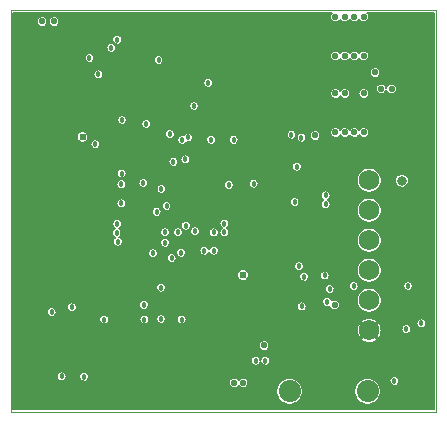
<source format=gbr>
%TF.GenerationSoftware,KiCad,Pcbnew,(5.1.4)-1*%
%TF.CreationDate,2019-10-25T20:45:33-07:00*%
%TF.ProjectId,base,62617365-2e6b-4696-9361-645f70636258,rev?*%
%TF.SameCoordinates,Original*%
%TF.FileFunction,Copper,L2,Inr*%
%TF.FilePolarity,Positive*%
%FSLAX46Y46*%
G04 Gerber Fmt 4.6, Leading zero omitted, Abs format (unit mm)*
G04 Created by KiCad (PCBNEW (5.1.4)-1) date 2019-10-25 20:45:33*
%MOMM*%
%LPD*%
G04 APERTURE LIST*
%ADD10C,0.050000*%
%ADD11C,1.870000*%
%ADD12C,1.727200*%
%ADD13C,0.457000*%
%ADD14C,0.533400*%
%ADD15C,0.609600*%
%ADD16C,0.800000*%
%ADD17C,0.457200*%
%ADD18C,0.127000*%
G04 APERTURE END LIST*
D10*
X166500000Y-93500000D02*
X130500000Y-93500000D01*
X130500000Y-93500000D02*
X130500000Y-127500000D01*
X166500000Y-127500000D02*
X166500000Y-93500000D01*
X130500000Y-127500000D02*
X166500000Y-127500000D01*
D11*
X154091100Y-125776100D03*
X160691100Y-125776100D03*
D12*
X160820100Y-120624600D03*
X160820100Y-118084600D03*
X160820100Y-115544600D03*
X160820100Y-113004600D03*
X160820100Y-110464600D03*
X160820100Y-107924600D03*
D13*
X137629900Y-106685080D03*
D14*
X161709100Y-105765600D03*
X159550100Y-121767600D03*
X158661100Y-121767600D03*
D15*
X156248100Y-121259600D03*
D14*
X159246100Y-106958600D03*
D15*
X156248100Y-100431600D03*
D14*
X158026100Y-105130600D03*
X161328100Y-96875600D03*
X161328100Y-97637600D03*
X159569100Y-100558600D03*
X154851100Y-100812600D03*
X154571100Y-94869600D03*
D15*
X165265100Y-104241600D03*
X163369100Y-94326600D03*
X135089900Y-104241600D03*
D14*
X145094100Y-116771400D03*
X151171100Y-110271400D03*
X146971100Y-106234900D03*
X149380100Y-105270400D03*
D15*
X152809100Y-115938400D03*
X131737100Y-100177600D03*
D13*
X135750000Y-124200000D03*
X141700000Y-120700000D03*
X141675000Y-121225000D03*
X148150000Y-123550000D03*
X149771100Y-119735600D03*
X145834100Y-122656600D03*
X164084000Y-117856000D03*
X164050000Y-118808500D03*
D15*
X151188420Y-106542840D03*
D13*
X141587220Y-110467140D03*
X141597380Y-113865660D03*
X141578895Y-113121979D03*
X139843485Y-109283701D03*
X139827000Y-106420920D03*
D14*
X151930100Y-121894600D03*
X157899100Y-118465600D03*
X156248100Y-104114600D03*
X157969100Y-103860600D03*
X157969100Y-94081600D03*
X160369100Y-100558600D03*
X158769100Y-103860600D03*
X161836100Y-100177600D03*
X159569100Y-94081600D03*
X162725100Y-100177600D03*
X158769100Y-94081600D03*
X160369100Y-94081600D03*
X134150100Y-94462600D03*
D15*
X150142100Y-115938400D03*
D13*
X139900000Y-102800000D03*
X144645889Y-112300000D03*
X157250000Y-118200000D03*
X143200000Y-119650000D03*
X163969700Y-120523000D03*
X136692640Y-124541280D03*
X134790180Y-124513340D03*
X133941820Y-119067580D03*
X135658860Y-118668800D03*
X151048720Y-108198920D03*
X155117800Y-118584980D03*
X142831820Y-110586520D03*
X142524480Y-114081560D03*
X139847320Y-109867700D03*
X139867640Y-107340400D03*
X139849860Y-108242100D03*
X141955520Y-103146860D03*
X146006820Y-101625400D03*
X147198080Y-99661980D03*
X143002000Y-97726500D03*
X162966400Y-124899420D03*
X151218900Y-123182380D03*
X152036780Y-123174760D03*
D14*
X149390100Y-125069600D03*
X150152100Y-125069600D03*
X157969100Y-100558600D03*
X158769100Y-100558600D03*
X160369100Y-103860600D03*
D13*
X143200000Y-117000000D03*
D16*
X163600000Y-107950000D03*
D14*
X159569100Y-103860600D03*
D13*
X145492232Y-104283107D03*
D14*
X160369100Y-97383600D03*
D17*
X157137100Y-109956600D03*
D14*
X159569100Y-97383600D03*
D17*
X157137100Y-109194600D03*
D14*
X158769100Y-97383600D03*
X157969100Y-97383600D03*
D13*
X155100000Y-104300000D03*
X154897921Y-115180563D03*
X157065813Y-115968969D03*
X155321000Y-116078000D03*
X157484823Y-117106610D03*
D15*
X136563100Y-104241600D03*
D14*
X133134100Y-94462600D03*
D17*
X147671100Y-112321400D03*
D13*
X143950000Y-104000000D03*
X144250000Y-106350000D03*
X145000000Y-104500000D03*
X145271100Y-106144400D03*
D17*
X148571100Y-112321400D03*
D13*
X149350000Y-104486308D03*
X147450000Y-104486308D03*
X154700000Y-106750000D03*
D17*
X148571100Y-111571400D03*
D14*
X161328100Y-98780600D03*
D13*
X154250000Y-104050000D03*
D17*
X148950000Y-108300000D03*
D13*
X154521501Y-109747657D03*
D17*
X146871100Y-113871400D03*
X144900000Y-114050000D03*
D13*
X146078722Y-112221278D03*
D17*
X143671100Y-110096400D03*
D13*
X139550000Y-113100000D03*
X137150000Y-97550000D03*
X139450000Y-112350000D03*
X139000000Y-96700000D03*
X139500000Y-111600000D03*
X139500000Y-96000000D03*
D17*
X147671100Y-113871400D03*
D13*
X143231000Y-108650000D03*
X141709219Y-108150000D03*
X143550000Y-113200000D03*
X143550000Y-112300000D03*
X137900000Y-98950000D03*
X137650000Y-104850000D03*
X141800000Y-119700000D03*
X138400000Y-119700000D03*
X144950000Y-119700000D03*
X164119560Y-116855240D03*
X159517080Y-116865400D03*
X145300000Y-111750000D03*
X144100000Y-114500000D03*
X141750000Y-118450000D03*
X165249860Y-120027700D03*
D18*
G36*
X157677652Y-93726470D02*
G01*
X157613970Y-93790152D01*
X157563935Y-93865035D01*
X157529470Y-93948240D01*
X157511900Y-94036570D01*
X157511900Y-94126630D01*
X157529470Y-94214960D01*
X157563935Y-94298165D01*
X157613970Y-94373048D01*
X157677652Y-94436730D01*
X157752535Y-94486765D01*
X157835740Y-94521230D01*
X157924070Y-94538800D01*
X158014130Y-94538800D01*
X158102460Y-94521230D01*
X158185665Y-94486765D01*
X158260548Y-94436730D01*
X158324230Y-94373048D01*
X158369100Y-94305895D01*
X158413970Y-94373048D01*
X158477652Y-94436730D01*
X158552535Y-94486765D01*
X158635740Y-94521230D01*
X158724070Y-94538800D01*
X158814130Y-94538800D01*
X158902460Y-94521230D01*
X158985665Y-94486765D01*
X159060548Y-94436730D01*
X159124230Y-94373048D01*
X159169100Y-94305895D01*
X159213970Y-94373048D01*
X159277652Y-94436730D01*
X159352535Y-94486765D01*
X159435740Y-94521230D01*
X159524070Y-94538800D01*
X159614130Y-94538800D01*
X159702460Y-94521230D01*
X159785665Y-94486765D01*
X159860548Y-94436730D01*
X159924230Y-94373048D01*
X159969100Y-94305895D01*
X160013970Y-94373048D01*
X160077652Y-94436730D01*
X160152535Y-94486765D01*
X160235740Y-94521230D01*
X160324070Y-94538800D01*
X160414130Y-94538800D01*
X160502460Y-94521230D01*
X160585665Y-94486765D01*
X160660548Y-94436730D01*
X160724230Y-94373048D01*
X160774265Y-94298165D01*
X160808730Y-94214960D01*
X160826300Y-94126630D01*
X160826300Y-94036570D01*
X160808730Y-93948240D01*
X160774265Y-93865035D01*
X160724230Y-93790152D01*
X160660548Y-93726470D01*
X160644130Y-93715500D01*
X166284501Y-93715500D01*
X166284500Y-127284500D01*
X130715500Y-127284500D01*
X130715500Y-125665248D01*
X152965600Y-125665248D01*
X152965600Y-125886952D01*
X153008852Y-126104396D01*
X153093695Y-126309224D01*
X153216867Y-126493565D01*
X153373635Y-126650333D01*
X153557976Y-126773505D01*
X153762804Y-126858348D01*
X153980248Y-126901600D01*
X154201952Y-126901600D01*
X154419396Y-126858348D01*
X154624224Y-126773505D01*
X154808565Y-126650333D01*
X154965333Y-126493565D01*
X155088505Y-126309224D01*
X155173348Y-126104396D01*
X155216600Y-125886952D01*
X155216600Y-125665248D01*
X159565600Y-125665248D01*
X159565600Y-125886952D01*
X159608852Y-126104396D01*
X159693695Y-126309224D01*
X159816867Y-126493565D01*
X159973635Y-126650333D01*
X160157976Y-126773505D01*
X160362804Y-126858348D01*
X160580248Y-126901600D01*
X160801952Y-126901600D01*
X161019396Y-126858348D01*
X161224224Y-126773505D01*
X161408565Y-126650333D01*
X161565333Y-126493565D01*
X161688505Y-126309224D01*
X161773348Y-126104396D01*
X161816600Y-125886952D01*
X161816600Y-125665248D01*
X161773348Y-125447804D01*
X161688505Y-125242976D01*
X161565333Y-125058635D01*
X161408565Y-124901867D01*
X161343141Y-124858152D01*
X162547400Y-124858152D01*
X162547400Y-124940688D01*
X162563502Y-125021638D01*
X162595087Y-125097891D01*
X162640942Y-125166517D01*
X162699303Y-125224878D01*
X162767929Y-125270733D01*
X162844182Y-125302318D01*
X162925132Y-125318420D01*
X163007668Y-125318420D01*
X163088618Y-125302318D01*
X163164871Y-125270733D01*
X163233497Y-125224878D01*
X163291858Y-125166517D01*
X163337713Y-125097891D01*
X163369298Y-125021638D01*
X163385400Y-124940688D01*
X163385400Y-124858152D01*
X163369298Y-124777202D01*
X163337713Y-124700949D01*
X163291858Y-124632323D01*
X163233497Y-124573962D01*
X163164871Y-124528107D01*
X163088618Y-124496522D01*
X163007668Y-124480420D01*
X162925132Y-124480420D01*
X162844182Y-124496522D01*
X162767929Y-124528107D01*
X162699303Y-124573962D01*
X162640942Y-124632323D01*
X162595087Y-124700949D01*
X162563502Y-124777202D01*
X162547400Y-124858152D01*
X161343141Y-124858152D01*
X161224224Y-124778695D01*
X161019396Y-124693852D01*
X160801952Y-124650600D01*
X160580248Y-124650600D01*
X160362804Y-124693852D01*
X160157976Y-124778695D01*
X159973635Y-124901867D01*
X159816867Y-125058635D01*
X159693695Y-125242976D01*
X159608852Y-125447804D01*
X159565600Y-125665248D01*
X155216600Y-125665248D01*
X155173348Y-125447804D01*
X155088505Y-125242976D01*
X154965333Y-125058635D01*
X154808565Y-124901867D01*
X154624224Y-124778695D01*
X154419396Y-124693852D01*
X154201952Y-124650600D01*
X153980248Y-124650600D01*
X153762804Y-124693852D01*
X153557976Y-124778695D01*
X153373635Y-124901867D01*
X153216867Y-125058635D01*
X153093695Y-125242976D01*
X153008852Y-125447804D01*
X152965600Y-125665248D01*
X130715500Y-125665248D01*
X130715500Y-125024570D01*
X148932900Y-125024570D01*
X148932900Y-125114630D01*
X148950470Y-125202960D01*
X148984935Y-125286165D01*
X149034970Y-125361048D01*
X149098652Y-125424730D01*
X149173535Y-125474765D01*
X149256740Y-125509230D01*
X149345070Y-125526800D01*
X149435130Y-125526800D01*
X149523460Y-125509230D01*
X149606665Y-125474765D01*
X149681548Y-125424730D01*
X149745230Y-125361048D01*
X149771100Y-125322331D01*
X149796970Y-125361048D01*
X149860652Y-125424730D01*
X149935535Y-125474765D01*
X150018740Y-125509230D01*
X150107070Y-125526800D01*
X150197130Y-125526800D01*
X150285460Y-125509230D01*
X150368665Y-125474765D01*
X150443548Y-125424730D01*
X150507230Y-125361048D01*
X150557265Y-125286165D01*
X150591730Y-125202960D01*
X150609300Y-125114630D01*
X150609300Y-125024570D01*
X150591730Y-124936240D01*
X150557265Y-124853035D01*
X150507230Y-124778152D01*
X150443548Y-124714470D01*
X150368665Y-124664435D01*
X150285460Y-124629970D01*
X150197130Y-124612400D01*
X150107070Y-124612400D01*
X150018740Y-124629970D01*
X149935535Y-124664435D01*
X149860652Y-124714470D01*
X149796970Y-124778152D01*
X149771100Y-124816869D01*
X149745230Y-124778152D01*
X149681548Y-124714470D01*
X149606665Y-124664435D01*
X149523460Y-124629970D01*
X149435130Y-124612400D01*
X149345070Y-124612400D01*
X149256740Y-124629970D01*
X149173535Y-124664435D01*
X149098652Y-124714470D01*
X149034970Y-124778152D01*
X148984935Y-124853035D01*
X148950470Y-124936240D01*
X148932900Y-125024570D01*
X130715500Y-125024570D01*
X130715500Y-124472072D01*
X134371180Y-124472072D01*
X134371180Y-124554608D01*
X134387282Y-124635558D01*
X134418867Y-124711811D01*
X134464722Y-124780437D01*
X134523083Y-124838798D01*
X134591709Y-124884653D01*
X134667962Y-124916238D01*
X134748912Y-124932340D01*
X134831448Y-124932340D01*
X134912398Y-124916238D01*
X134988651Y-124884653D01*
X135057277Y-124838798D01*
X135115638Y-124780437D01*
X135161493Y-124711811D01*
X135193078Y-124635558D01*
X135209180Y-124554608D01*
X135209180Y-124500012D01*
X136273640Y-124500012D01*
X136273640Y-124582548D01*
X136289742Y-124663498D01*
X136321327Y-124739751D01*
X136367182Y-124808377D01*
X136425543Y-124866738D01*
X136494169Y-124912593D01*
X136570422Y-124944178D01*
X136651372Y-124960280D01*
X136733908Y-124960280D01*
X136814858Y-124944178D01*
X136891111Y-124912593D01*
X136959737Y-124866738D01*
X137018098Y-124808377D01*
X137063953Y-124739751D01*
X137095538Y-124663498D01*
X137111640Y-124582548D01*
X137111640Y-124500012D01*
X137095538Y-124419062D01*
X137063953Y-124342809D01*
X137018098Y-124274183D01*
X136959737Y-124215822D01*
X136891111Y-124169967D01*
X136814858Y-124138382D01*
X136733908Y-124122280D01*
X136651372Y-124122280D01*
X136570422Y-124138382D01*
X136494169Y-124169967D01*
X136425543Y-124215822D01*
X136367182Y-124274183D01*
X136321327Y-124342809D01*
X136289742Y-124419062D01*
X136273640Y-124500012D01*
X135209180Y-124500012D01*
X135209180Y-124472072D01*
X135193078Y-124391122D01*
X135161493Y-124314869D01*
X135115638Y-124246243D01*
X135057277Y-124187882D01*
X134988651Y-124142027D01*
X134912398Y-124110442D01*
X134831448Y-124094340D01*
X134748912Y-124094340D01*
X134667962Y-124110442D01*
X134591709Y-124142027D01*
X134523083Y-124187882D01*
X134464722Y-124246243D01*
X134418867Y-124314869D01*
X134387282Y-124391122D01*
X134371180Y-124472072D01*
X130715500Y-124472072D01*
X130715500Y-123141112D01*
X150799900Y-123141112D01*
X150799900Y-123223648D01*
X150816002Y-123304598D01*
X150847587Y-123380851D01*
X150893442Y-123449477D01*
X150951803Y-123507838D01*
X151020429Y-123553693D01*
X151096682Y-123585278D01*
X151177632Y-123601380D01*
X151260168Y-123601380D01*
X151341118Y-123585278D01*
X151417371Y-123553693D01*
X151485997Y-123507838D01*
X151544358Y-123449477D01*
X151590213Y-123380851D01*
X151621798Y-123304598D01*
X151628598Y-123270413D01*
X151633882Y-123296978D01*
X151665467Y-123373231D01*
X151711322Y-123441857D01*
X151769683Y-123500218D01*
X151838309Y-123546073D01*
X151914562Y-123577658D01*
X151995512Y-123593760D01*
X152078048Y-123593760D01*
X152158998Y-123577658D01*
X152235251Y-123546073D01*
X152303877Y-123500218D01*
X152362238Y-123441857D01*
X152408093Y-123373231D01*
X152439678Y-123296978D01*
X152455780Y-123216028D01*
X152455780Y-123133492D01*
X152439678Y-123052542D01*
X152408093Y-122976289D01*
X152362238Y-122907663D01*
X152303877Y-122849302D01*
X152235251Y-122803447D01*
X152158998Y-122771862D01*
X152078048Y-122755760D01*
X151995512Y-122755760D01*
X151914562Y-122771862D01*
X151838309Y-122803447D01*
X151769683Y-122849302D01*
X151711322Y-122907663D01*
X151665467Y-122976289D01*
X151633882Y-123052542D01*
X151627082Y-123086727D01*
X151621798Y-123060162D01*
X151590213Y-122983909D01*
X151544358Y-122915283D01*
X151485997Y-122856922D01*
X151417371Y-122811067D01*
X151341118Y-122779482D01*
X151260168Y-122763380D01*
X151177632Y-122763380D01*
X151096682Y-122779482D01*
X151020429Y-122811067D01*
X150951803Y-122856922D01*
X150893442Y-122915283D01*
X150847587Y-122983909D01*
X150816002Y-123060162D01*
X150799900Y-123141112D01*
X130715500Y-123141112D01*
X130715500Y-121849570D01*
X151472900Y-121849570D01*
X151472900Y-121939630D01*
X151490470Y-122027960D01*
X151524935Y-122111165D01*
X151574970Y-122186048D01*
X151638652Y-122249730D01*
X151713535Y-122299765D01*
X151796740Y-122334230D01*
X151885070Y-122351800D01*
X151975130Y-122351800D01*
X152063460Y-122334230D01*
X152146665Y-122299765D01*
X152221548Y-122249730D01*
X152285230Y-122186048D01*
X152335265Y-122111165D01*
X152369730Y-122027960D01*
X152387300Y-121939630D01*
X152387300Y-121849570D01*
X152369730Y-121761240D01*
X152335265Y-121678035D01*
X152285230Y-121603152D01*
X152221548Y-121539470D01*
X152146665Y-121489435D01*
X152063460Y-121454970D01*
X151975130Y-121437400D01*
X151885070Y-121437400D01*
X151796740Y-121454970D01*
X151713535Y-121489435D01*
X151638652Y-121539470D01*
X151574970Y-121603152D01*
X151524935Y-121678035D01*
X151490470Y-121761240D01*
X151472900Y-121849570D01*
X130715500Y-121849570D01*
X130715500Y-121374910D01*
X160141632Y-121374910D01*
X160239332Y-121510384D01*
X160423299Y-121606666D01*
X160622515Y-121665207D01*
X160829324Y-121683759D01*
X161035778Y-121661608D01*
X161233944Y-121599605D01*
X161400868Y-121510384D01*
X161498568Y-121374910D01*
X160820100Y-120696442D01*
X160141632Y-121374910D01*
X130715500Y-121374910D01*
X130715500Y-120633824D01*
X159760941Y-120633824D01*
X159783092Y-120840278D01*
X159845095Y-121038444D01*
X159934316Y-121205368D01*
X160069790Y-121303068D01*
X160748258Y-120624600D01*
X160891942Y-120624600D01*
X161570410Y-121303068D01*
X161705884Y-121205368D01*
X161802166Y-121021401D01*
X161860707Y-120822185D01*
X161879259Y-120615376D01*
X161864920Y-120481732D01*
X163550700Y-120481732D01*
X163550700Y-120564268D01*
X163566802Y-120645218D01*
X163598387Y-120721471D01*
X163644242Y-120790097D01*
X163702603Y-120848458D01*
X163771229Y-120894313D01*
X163847482Y-120925898D01*
X163928432Y-120942000D01*
X164010968Y-120942000D01*
X164091918Y-120925898D01*
X164168171Y-120894313D01*
X164236797Y-120848458D01*
X164295158Y-120790097D01*
X164341013Y-120721471D01*
X164372598Y-120645218D01*
X164388700Y-120564268D01*
X164388700Y-120481732D01*
X164372598Y-120400782D01*
X164341013Y-120324529D01*
X164295158Y-120255903D01*
X164236797Y-120197542D01*
X164168171Y-120151687D01*
X164091918Y-120120102D01*
X164010968Y-120104000D01*
X163928432Y-120104000D01*
X163847482Y-120120102D01*
X163771229Y-120151687D01*
X163702603Y-120197542D01*
X163644242Y-120255903D01*
X163598387Y-120324529D01*
X163566802Y-120400782D01*
X163550700Y-120481732D01*
X161864920Y-120481732D01*
X161857108Y-120408922D01*
X161795105Y-120210756D01*
X161705884Y-120043832D01*
X161626292Y-119986432D01*
X164830860Y-119986432D01*
X164830860Y-120068968D01*
X164846962Y-120149918D01*
X164878547Y-120226171D01*
X164924402Y-120294797D01*
X164982763Y-120353158D01*
X165051389Y-120399013D01*
X165127642Y-120430598D01*
X165208592Y-120446700D01*
X165291128Y-120446700D01*
X165372078Y-120430598D01*
X165448331Y-120399013D01*
X165516957Y-120353158D01*
X165575318Y-120294797D01*
X165621173Y-120226171D01*
X165652758Y-120149918D01*
X165668860Y-120068968D01*
X165668860Y-119986432D01*
X165652758Y-119905482D01*
X165621173Y-119829229D01*
X165575318Y-119760603D01*
X165516957Y-119702242D01*
X165448331Y-119656387D01*
X165372078Y-119624802D01*
X165291128Y-119608700D01*
X165208592Y-119608700D01*
X165127642Y-119624802D01*
X165051389Y-119656387D01*
X164982763Y-119702242D01*
X164924402Y-119760603D01*
X164878547Y-119829229D01*
X164846962Y-119905482D01*
X164830860Y-119986432D01*
X161626292Y-119986432D01*
X161570410Y-119946132D01*
X160891942Y-120624600D01*
X160748258Y-120624600D01*
X160069790Y-119946132D01*
X159934316Y-120043832D01*
X159838034Y-120227799D01*
X159779493Y-120427015D01*
X159760941Y-120633824D01*
X130715500Y-120633824D01*
X130715500Y-119658732D01*
X137981000Y-119658732D01*
X137981000Y-119741268D01*
X137997102Y-119822218D01*
X138028687Y-119898471D01*
X138074542Y-119967097D01*
X138132903Y-120025458D01*
X138201529Y-120071313D01*
X138277782Y-120102898D01*
X138358732Y-120119000D01*
X138441268Y-120119000D01*
X138522218Y-120102898D01*
X138598471Y-120071313D01*
X138667097Y-120025458D01*
X138725458Y-119967097D01*
X138771313Y-119898471D01*
X138802898Y-119822218D01*
X138819000Y-119741268D01*
X138819000Y-119658732D01*
X141381000Y-119658732D01*
X141381000Y-119741268D01*
X141397102Y-119822218D01*
X141428687Y-119898471D01*
X141474542Y-119967097D01*
X141532903Y-120025458D01*
X141601529Y-120071313D01*
X141677782Y-120102898D01*
X141758732Y-120119000D01*
X141841268Y-120119000D01*
X141922218Y-120102898D01*
X141998471Y-120071313D01*
X142067097Y-120025458D01*
X142125458Y-119967097D01*
X142171313Y-119898471D01*
X142202898Y-119822218D01*
X142219000Y-119741268D01*
X142219000Y-119658732D01*
X142209055Y-119608732D01*
X142781000Y-119608732D01*
X142781000Y-119691268D01*
X142797102Y-119772218D01*
X142828687Y-119848471D01*
X142874542Y-119917097D01*
X142932903Y-119975458D01*
X143001529Y-120021313D01*
X143077782Y-120052898D01*
X143158732Y-120069000D01*
X143241268Y-120069000D01*
X143322218Y-120052898D01*
X143398471Y-120021313D01*
X143467097Y-119975458D01*
X143525458Y-119917097D01*
X143571313Y-119848471D01*
X143602898Y-119772218D01*
X143619000Y-119691268D01*
X143619000Y-119658732D01*
X144531000Y-119658732D01*
X144531000Y-119741268D01*
X144547102Y-119822218D01*
X144578687Y-119898471D01*
X144624542Y-119967097D01*
X144682903Y-120025458D01*
X144751529Y-120071313D01*
X144827782Y-120102898D01*
X144908732Y-120119000D01*
X144991268Y-120119000D01*
X145072218Y-120102898D01*
X145148471Y-120071313D01*
X145217097Y-120025458D01*
X145275458Y-119967097D01*
X145321313Y-119898471D01*
X145331329Y-119874290D01*
X160141632Y-119874290D01*
X160820100Y-120552758D01*
X161498568Y-119874290D01*
X161400868Y-119738816D01*
X161216901Y-119642534D01*
X161017685Y-119583993D01*
X160810876Y-119565441D01*
X160604422Y-119587592D01*
X160406256Y-119649595D01*
X160239332Y-119738816D01*
X160141632Y-119874290D01*
X145331329Y-119874290D01*
X145352898Y-119822218D01*
X145369000Y-119741268D01*
X145369000Y-119658732D01*
X145352898Y-119577782D01*
X145321313Y-119501529D01*
X145275458Y-119432903D01*
X145217097Y-119374542D01*
X145148471Y-119328687D01*
X145072218Y-119297102D01*
X144991268Y-119281000D01*
X144908732Y-119281000D01*
X144827782Y-119297102D01*
X144751529Y-119328687D01*
X144682903Y-119374542D01*
X144624542Y-119432903D01*
X144578687Y-119501529D01*
X144547102Y-119577782D01*
X144531000Y-119658732D01*
X143619000Y-119658732D01*
X143619000Y-119608732D01*
X143602898Y-119527782D01*
X143571313Y-119451529D01*
X143525458Y-119382903D01*
X143467097Y-119324542D01*
X143398471Y-119278687D01*
X143322218Y-119247102D01*
X143241268Y-119231000D01*
X143158732Y-119231000D01*
X143077782Y-119247102D01*
X143001529Y-119278687D01*
X142932903Y-119324542D01*
X142874542Y-119382903D01*
X142828687Y-119451529D01*
X142797102Y-119527782D01*
X142781000Y-119608732D01*
X142209055Y-119608732D01*
X142202898Y-119577782D01*
X142171313Y-119501529D01*
X142125458Y-119432903D01*
X142067097Y-119374542D01*
X141998471Y-119328687D01*
X141922218Y-119297102D01*
X141841268Y-119281000D01*
X141758732Y-119281000D01*
X141677782Y-119297102D01*
X141601529Y-119328687D01*
X141532903Y-119374542D01*
X141474542Y-119432903D01*
X141428687Y-119501529D01*
X141397102Y-119577782D01*
X141381000Y-119658732D01*
X138819000Y-119658732D01*
X138802898Y-119577782D01*
X138771313Y-119501529D01*
X138725458Y-119432903D01*
X138667097Y-119374542D01*
X138598471Y-119328687D01*
X138522218Y-119297102D01*
X138441268Y-119281000D01*
X138358732Y-119281000D01*
X138277782Y-119297102D01*
X138201529Y-119328687D01*
X138132903Y-119374542D01*
X138074542Y-119432903D01*
X138028687Y-119501529D01*
X137997102Y-119577782D01*
X137981000Y-119658732D01*
X130715500Y-119658732D01*
X130715500Y-119026312D01*
X133522820Y-119026312D01*
X133522820Y-119108848D01*
X133538922Y-119189798D01*
X133570507Y-119266051D01*
X133616362Y-119334677D01*
X133674723Y-119393038D01*
X133743349Y-119438893D01*
X133819602Y-119470478D01*
X133900552Y-119486580D01*
X133983088Y-119486580D01*
X134064038Y-119470478D01*
X134140291Y-119438893D01*
X134208917Y-119393038D01*
X134267278Y-119334677D01*
X134313133Y-119266051D01*
X134344718Y-119189798D01*
X134360820Y-119108848D01*
X134360820Y-119026312D01*
X134344718Y-118945362D01*
X134313133Y-118869109D01*
X134267278Y-118800483D01*
X134208917Y-118742122D01*
X134140291Y-118696267D01*
X134064038Y-118664682D01*
X133983088Y-118648580D01*
X133900552Y-118648580D01*
X133819602Y-118664682D01*
X133743349Y-118696267D01*
X133674723Y-118742122D01*
X133616362Y-118800483D01*
X133570507Y-118869109D01*
X133538922Y-118945362D01*
X133522820Y-119026312D01*
X130715500Y-119026312D01*
X130715500Y-118627532D01*
X135239860Y-118627532D01*
X135239860Y-118710068D01*
X135255962Y-118791018D01*
X135287547Y-118867271D01*
X135333402Y-118935897D01*
X135391763Y-118994258D01*
X135460389Y-119040113D01*
X135536642Y-119071698D01*
X135617592Y-119087800D01*
X135700128Y-119087800D01*
X135781078Y-119071698D01*
X135857331Y-119040113D01*
X135925957Y-118994258D01*
X135984318Y-118935897D01*
X136030173Y-118867271D01*
X136061758Y-118791018D01*
X136077860Y-118710068D01*
X136077860Y-118627532D01*
X136061758Y-118546582D01*
X136030173Y-118470329D01*
X135989015Y-118408732D01*
X141331000Y-118408732D01*
X141331000Y-118491268D01*
X141347102Y-118572218D01*
X141378687Y-118648471D01*
X141424542Y-118717097D01*
X141482903Y-118775458D01*
X141551529Y-118821313D01*
X141627782Y-118852898D01*
X141708732Y-118869000D01*
X141791268Y-118869000D01*
X141872218Y-118852898D01*
X141948471Y-118821313D01*
X142017097Y-118775458D01*
X142075458Y-118717097D01*
X142121313Y-118648471D01*
X142152898Y-118572218D01*
X142158568Y-118543712D01*
X154698800Y-118543712D01*
X154698800Y-118626248D01*
X154714902Y-118707198D01*
X154746487Y-118783451D01*
X154792342Y-118852077D01*
X154850703Y-118910438D01*
X154919329Y-118956293D01*
X154995582Y-118987878D01*
X155076532Y-119003980D01*
X155159068Y-119003980D01*
X155240018Y-118987878D01*
X155316271Y-118956293D01*
X155384897Y-118910438D01*
X155443258Y-118852077D01*
X155489113Y-118783451D01*
X155520698Y-118707198D01*
X155536800Y-118626248D01*
X155536800Y-118543712D01*
X155520698Y-118462762D01*
X155489113Y-118386509D01*
X155443258Y-118317883D01*
X155384897Y-118259522D01*
X155316271Y-118213667D01*
X155240018Y-118182082D01*
X155159068Y-118165980D01*
X155076532Y-118165980D01*
X154995582Y-118182082D01*
X154919329Y-118213667D01*
X154850703Y-118259522D01*
X154792342Y-118317883D01*
X154746487Y-118386509D01*
X154714902Y-118462762D01*
X154698800Y-118543712D01*
X142158568Y-118543712D01*
X142169000Y-118491268D01*
X142169000Y-118408732D01*
X142152898Y-118327782D01*
X142121313Y-118251529D01*
X142075458Y-118182903D01*
X142051287Y-118158732D01*
X156831000Y-118158732D01*
X156831000Y-118241268D01*
X156847102Y-118322218D01*
X156878687Y-118398471D01*
X156924542Y-118467097D01*
X156982903Y-118525458D01*
X157051529Y-118571313D01*
X157127782Y-118602898D01*
X157208732Y-118619000D01*
X157291268Y-118619000D01*
X157372218Y-118602898D01*
X157448471Y-118571313D01*
X157453325Y-118568069D01*
X157459470Y-118598960D01*
X157493935Y-118682165D01*
X157543970Y-118757048D01*
X157607652Y-118820730D01*
X157682535Y-118870765D01*
X157765740Y-118905230D01*
X157854070Y-118922800D01*
X157944130Y-118922800D01*
X158032460Y-118905230D01*
X158115665Y-118870765D01*
X158190548Y-118820730D01*
X158254230Y-118757048D01*
X158304265Y-118682165D01*
X158338730Y-118598960D01*
X158356300Y-118510630D01*
X158356300Y-118420570D01*
X158338730Y-118332240D01*
X158304265Y-118249035D01*
X158254230Y-118174152D01*
X158190548Y-118110470D01*
X158115665Y-118060435D01*
X158032460Y-118025970D01*
X157944130Y-118008400D01*
X157854070Y-118008400D01*
X157765740Y-118025970D01*
X157682535Y-118060435D01*
X157653329Y-118079950D01*
X157652898Y-118077782D01*
X157621313Y-118001529D01*
X157607449Y-117980780D01*
X159766000Y-117980780D01*
X159766000Y-118188420D01*
X159806509Y-118392070D01*
X159885969Y-118583903D01*
X160001327Y-118756549D01*
X160148151Y-118903373D01*
X160320797Y-119018731D01*
X160512630Y-119098191D01*
X160716280Y-119138700D01*
X160923920Y-119138700D01*
X161127570Y-119098191D01*
X161319403Y-119018731D01*
X161492049Y-118903373D01*
X161638873Y-118756549D01*
X161754231Y-118583903D01*
X161833691Y-118392070D01*
X161874200Y-118188420D01*
X161874200Y-117980780D01*
X161833691Y-117777130D01*
X161754231Y-117585297D01*
X161638873Y-117412651D01*
X161492049Y-117265827D01*
X161319403Y-117150469D01*
X161127570Y-117071009D01*
X160923920Y-117030500D01*
X160716280Y-117030500D01*
X160512630Y-117071009D01*
X160320797Y-117150469D01*
X160148151Y-117265827D01*
X160001327Y-117412651D01*
X159885969Y-117585297D01*
X159806509Y-117777130D01*
X159766000Y-117980780D01*
X157607449Y-117980780D01*
X157575458Y-117932903D01*
X157517097Y-117874542D01*
X157448471Y-117828687D01*
X157372218Y-117797102D01*
X157291268Y-117781000D01*
X157208732Y-117781000D01*
X157127782Y-117797102D01*
X157051529Y-117828687D01*
X156982903Y-117874542D01*
X156924542Y-117932903D01*
X156878687Y-118001529D01*
X156847102Y-118077782D01*
X156831000Y-118158732D01*
X142051287Y-118158732D01*
X142017097Y-118124542D01*
X141948471Y-118078687D01*
X141872218Y-118047102D01*
X141791268Y-118031000D01*
X141708732Y-118031000D01*
X141627782Y-118047102D01*
X141551529Y-118078687D01*
X141482903Y-118124542D01*
X141424542Y-118182903D01*
X141378687Y-118251529D01*
X141347102Y-118327782D01*
X141331000Y-118408732D01*
X135989015Y-118408732D01*
X135984318Y-118401703D01*
X135925957Y-118343342D01*
X135857331Y-118297487D01*
X135781078Y-118265902D01*
X135700128Y-118249800D01*
X135617592Y-118249800D01*
X135536642Y-118265902D01*
X135460389Y-118297487D01*
X135391763Y-118343342D01*
X135333402Y-118401703D01*
X135287547Y-118470329D01*
X135255962Y-118546582D01*
X135239860Y-118627532D01*
X130715500Y-118627532D01*
X130715500Y-116958732D01*
X142781000Y-116958732D01*
X142781000Y-117041268D01*
X142797102Y-117122218D01*
X142828687Y-117198471D01*
X142874542Y-117267097D01*
X142932903Y-117325458D01*
X143001529Y-117371313D01*
X143077782Y-117402898D01*
X143158732Y-117419000D01*
X143241268Y-117419000D01*
X143322218Y-117402898D01*
X143398471Y-117371313D01*
X143467097Y-117325458D01*
X143525458Y-117267097D01*
X143571313Y-117198471D01*
X143602898Y-117122218D01*
X143614211Y-117065342D01*
X157065823Y-117065342D01*
X157065823Y-117147878D01*
X157081925Y-117228828D01*
X157113510Y-117305081D01*
X157159365Y-117373707D01*
X157217726Y-117432068D01*
X157286352Y-117477923D01*
X157362605Y-117509508D01*
X157443555Y-117525610D01*
X157526091Y-117525610D01*
X157607041Y-117509508D01*
X157683294Y-117477923D01*
X157751920Y-117432068D01*
X157810281Y-117373707D01*
X157856136Y-117305081D01*
X157887721Y-117228828D01*
X157903823Y-117147878D01*
X157903823Y-117065342D01*
X157887721Y-116984392D01*
X157856136Y-116908139D01*
X157810281Y-116839513D01*
X157794900Y-116824132D01*
X159098080Y-116824132D01*
X159098080Y-116906668D01*
X159114182Y-116987618D01*
X159145767Y-117063871D01*
X159191622Y-117132497D01*
X159249983Y-117190858D01*
X159318609Y-117236713D01*
X159394862Y-117268298D01*
X159475812Y-117284400D01*
X159558348Y-117284400D01*
X159639298Y-117268298D01*
X159715551Y-117236713D01*
X159784177Y-117190858D01*
X159842538Y-117132497D01*
X159888393Y-117063871D01*
X159919978Y-116987618D01*
X159936080Y-116906668D01*
X159936080Y-116824132D01*
X159934060Y-116813972D01*
X163700560Y-116813972D01*
X163700560Y-116896508D01*
X163716662Y-116977458D01*
X163748247Y-117053711D01*
X163794102Y-117122337D01*
X163852463Y-117180698D01*
X163921089Y-117226553D01*
X163997342Y-117258138D01*
X164078292Y-117274240D01*
X164160828Y-117274240D01*
X164241778Y-117258138D01*
X164318031Y-117226553D01*
X164386657Y-117180698D01*
X164445018Y-117122337D01*
X164490873Y-117053711D01*
X164522458Y-116977458D01*
X164538560Y-116896508D01*
X164538560Y-116813972D01*
X164522458Y-116733022D01*
X164490873Y-116656769D01*
X164445018Y-116588143D01*
X164386657Y-116529782D01*
X164318031Y-116483927D01*
X164241778Y-116452342D01*
X164160828Y-116436240D01*
X164078292Y-116436240D01*
X163997342Y-116452342D01*
X163921089Y-116483927D01*
X163852463Y-116529782D01*
X163794102Y-116588143D01*
X163748247Y-116656769D01*
X163716662Y-116733022D01*
X163700560Y-116813972D01*
X159934060Y-116813972D01*
X159919978Y-116743182D01*
X159888393Y-116666929D01*
X159842538Y-116598303D01*
X159784177Y-116539942D01*
X159715551Y-116494087D01*
X159639298Y-116462502D01*
X159558348Y-116446400D01*
X159475812Y-116446400D01*
X159394862Y-116462502D01*
X159318609Y-116494087D01*
X159249983Y-116539942D01*
X159191622Y-116598303D01*
X159145767Y-116666929D01*
X159114182Y-116743182D01*
X159098080Y-116824132D01*
X157794900Y-116824132D01*
X157751920Y-116781152D01*
X157683294Y-116735297D01*
X157607041Y-116703712D01*
X157526091Y-116687610D01*
X157443555Y-116687610D01*
X157362605Y-116703712D01*
X157286352Y-116735297D01*
X157217726Y-116781152D01*
X157159365Y-116839513D01*
X157113510Y-116908139D01*
X157081925Y-116984392D01*
X157065823Y-117065342D01*
X143614211Y-117065342D01*
X143619000Y-117041268D01*
X143619000Y-116958732D01*
X143602898Y-116877782D01*
X143571313Y-116801529D01*
X143525458Y-116732903D01*
X143467097Y-116674542D01*
X143398471Y-116628687D01*
X143322218Y-116597102D01*
X143241268Y-116581000D01*
X143158732Y-116581000D01*
X143077782Y-116597102D01*
X143001529Y-116628687D01*
X142932903Y-116674542D01*
X142874542Y-116732903D01*
X142828687Y-116801529D01*
X142797102Y-116877782D01*
X142781000Y-116958732D01*
X130715500Y-116958732D01*
X130715500Y-115889617D01*
X149646800Y-115889617D01*
X149646800Y-115987183D01*
X149665834Y-116082874D01*
X149703170Y-116173013D01*
X149757375Y-116254136D01*
X149826364Y-116323125D01*
X149907487Y-116377330D01*
X149997626Y-116414666D01*
X150093317Y-116433700D01*
X150190883Y-116433700D01*
X150286574Y-116414666D01*
X150376713Y-116377330D01*
X150457836Y-116323125D01*
X150526825Y-116254136D01*
X150581030Y-116173013D01*
X150618366Y-116082874D01*
X150627544Y-116036732D01*
X154902000Y-116036732D01*
X154902000Y-116119268D01*
X154918102Y-116200218D01*
X154949687Y-116276471D01*
X154995542Y-116345097D01*
X155053903Y-116403458D01*
X155122529Y-116449313D01*
X155198782Y-116480898D01*
X155279732Y-116497000D01*
X155362268Y-116497000D01*
X155443218Y-116480898D01*
X155519471Y-116449313D01*
X155588097Y-116403458D01*
X155646458Y-116345097D01*
X155692313Y-116276471D01*
X155723898Y-116200218D01*
X155740000Y-116119268D01*
X155740000Y-116036732D01*
X155723898Y-115955782D01*
X155712267Y-115927701D01*
X156646813Y-115927701D01*
X156646813Y-116010237D01*
X156662915Y-116091187D01*
X156694500Y-116167440D01*
X156740355Y-116236066D01*
X156798716Y-116294427D01*
X156867342Y-116340282D01*
X156943595Y-116371867D01*
X157024545Y-116387969D01*
X157107081Y-116387969D01*
X157188031Y-116371867D01*
X157264284Y-116340282D01*
X157332910Y-116294427D01*
X157391271Y-116236066D01*
X157437126Y-116167440D01*
X157468711Y-116091187D01*
X157484813Y-116010237D01*
X157484813Y-115927701D01*
X157468711Y-115846751D01*
X157437126Y-115770498D01*
X157391271Y-115701872D01*
X157332910Y-115643511D01*
X157264284Y-115597656D01*
X157188031Y-115566071D01*
X157107081Y-115549969D01*
X157024545Y-115549969D01*
X156943595Y-115566071D01*
X156867342Y-115597656D01*
X156798716Y-115643511D01*
X156740355Y-115701872D01*
X156694500Y-115770498D01*
X156662915Y-115846751D01*
X156646813Y-115927701D01*
X155712267Y-115927701D01*
X155692313Y-115879529D01*
X155646458Y-115810903D01*
X155588097Y-115752542D01*
X155519471Y-115706687D01*
X155443218Y-115675102D01*
X155362268Y-115659000D01*
X155279732Y-115659000D01*
X155198782Y-115675102D01*
X155122529Y-115706687D01*
X155053903Y-115752542D01*
X154995542Y-115810903D01*
X154949687Y-115879529D01*
X154918102Y-115955782D01*
X154902000Y-116036732D01*
X150627544Y-116036732D01*
X150637400Y-115987183D01*
X150637400Y-115889617D01*
X150618366Y-115793926D01*
X150581030Y-115703787D01*
X150526825Y-115622664D01*
X150457836Y-115553675D01*
X150376713Y-115499470D01*
X150286574Y-115462134D01*
X150190883Y-115443100D01*
X150093317Y-115443100D01*
X149997626Y-115462134D01*
X149907487Y-115499470D01*
X149826364Y-115553675D01*
X149757375Y-115622664D01*
X149703170Y-115703787D01*
X149665834Y-115793926D01*
X149646800Y-115889617D01*
X130715500Y-115889617D01*
X130715500Y-115139295D01*
X154478921Y-115139295D01*
X154478921Y-115221831D01*
X154495023Y-115302781D01*
X154526608Y-115379034D01*
X154572463Y-115447660D01*
X154630824Y-115506021D01*
X154699450Y-115551876D01*
X154775703Y-115583461D01*
X154856653Y-115599563D01*
X154939189Y-115599563D01*
X155020139Y-115583461D01*
X155096392Y-115551876D01*
X155165018Y-115506021D01*
X155223379Y-115447660D01*
X155227976Y-115440780D01*
X159766000Y-115440780D01*
X159766000Y-115648420D01*
X159806509Y-115852070D01*
X159885969Y-116043903D01*
X160001327Y-116216549D01*
X160148151Y-116363373D01*
X160320797Y-116478731D01*
X160512630Y-116558191D01*
X160716280Y-116598700D01*
X160923920Y-116598700D01*
X161127570Y-116558191D01*
X161319403Y-116478731D01*
X161492049Y-116363373D01*
X161638873Y-116216549D01*
X161754231Y-116043903D01*
X161833691Y-115852070D01*
X161874200Y-115648420D01*
X161874200Y-115440780D01*
X161833691Y-115237130D01*
X161754231Y-115045297D01*
X161638873Y-114872651D01*
X161492049Y-114725827D01*
X161319403Y-114610469D01*
X161127570Y-114531009D01*
X160923920Y-114490500D01*
X160716280Y-114490500D01*
X160512630Y-114531009D01*
X160320797Y-114610469D01*
X160148151Y-114725827D01*
X160001327Y-114872651D01*
X159885969Y-115045297D01*
X159806509Y-115237130D01*
X159766000Y-115440780D01*
X155227976Y-115440780D01*
X155269234Y-115379034D01*
X155300819Y-115302781D01*
X155316921Y-115221831D01*
X155316921Y-115139295D01*
X155300819Y-115058345D01*
X155269234Y-114982092D01*
X155223379Y-114913466D01*
X155165018Y-114855105D01*
X155096392Y-114809250D01*
X155020139Y-114777665D01*
X154939189Y-114761563D01*
X154856653Y-114761563D01*
X154775703Y-114777665D01*
X154699450Y-114809250D01*
X154630824Y-114855105D01*
X154572463Y-114913466D01*
X154526608Y-114982092D01*
X154495023Y-115058345D01*
X154478921Y-115139295D01*
X130715500Y-115139295D01*
X130715500Y-114040292D01*
X142105480Y-114040292D01*
X142105480Y-114122828D01*
X142121582Y-114203778D01*
X142153167Y-114280031D01*
X142199022Y-114348657D01*
X142257383Y-114407018D01*
X142326009Y-114452873D01*
X142402262Y-114484458D01*
X142483212Y-114500560D01*
X142565748Y-114500560D01*
X142646698Y-114484458D01*
X142708806Y-114458732D01*
X143681000Y-114458732D01*
X143681000Y-114541268D01*
X143697102Y-114622218D01*
X143728687Y-114698471D01*
X143774542Y-114767097D01*
X143832903Y-114825458D01*
X143901529Y-114871313D01*
X143977782Y-114902898D01*
X144058732Y-114919000D01*
X144141268Y-114919000D01*
X144222218Y-114902898D01*
X144298471Y-114871313D01*
X144367097Y-114825458D01*
X144425458Y-114767097D01*
X144471313Y-114698471D01*
X144502898Y-114622218D01*
X144519000Y-114541268D01*
X144519000Y-114458732D01*
X144502898Y-114377782D01*
X144471313Y-114301529D01*
X144425458Y-114232903D01*
X144367097Y-114174542D01*
X144298471Y-114128687D01*
X144222218Y-114097102D01*
X144141268Y-114081000D01*
X144058732Y-114081000D01*
X143977782Y-114097102D01*
X143901529Y-114128687D01*
X143832903Y-114174542D01*
X143774542Y-114232903D01*
X143728687Y-114301529D01*
X143697102Y-114377782D01*
X143681000Y-114458732D01*
X142708806Y-114458732D01*
X142722951Y-114452873D01*
X142791577Y-114407018D01*
X142849938Y-114348657D01*
X142895793Y-114280031D01*
X142927378Y-114203778D01*
X142943480Y-114122828D01*
X142943480Y-114040292D01*
X142937201Y-114008722D01*
X144480900Y-114008722D01*
X144480900Y-114091278D01*
X144497006Y-114172247D01*
X144528598Y-114248518D01*
X144574464Y-114317161D01*
X144632839Y-114375536D01*
X144701482Y-114421402D01*
X144777753Y-114452994D01*
X144858722Y-114469100D01*
X144941278Y-114469100D01*
X145022247Y-114452994D01*
X145098518Y-114421402D01*
X145167161Y-114375536D01*
X145225536Y-114317161D01*
X145271402Y-114248518D01*
X145302994Y-114172247D01*
X145319100Y-114091278D01*
X145319100Y-114008722D01*
X145302994Y-113927753D01*
X145271402Y-113851482D01*
X145257130Y-113830122D01*
X146452000Y-113830122D01*
X146452000Y-113912678D01*
X146468106Y-113993647D01*
X146499698Y-114069918D01*
X146545564Y-114138561D01*
X146603939Y-114196936D01*
X146672582Y-114242802D01*
X146748853Y-114274394D01*
X146829822Y-114290500D01*
X146912378Y-114290500D01*
X146993347Y-114274394D01*
X147069618Y-114242802D01*
X147138261Y-114196936D01*
X147196636Y-114138561D01*
X147242502Y-114069918D01*
X147271100Y-114000875D01*
X147299698Y-114069918D01*
X147345564Y-114138561D01*
X147403939Y-114196936D01*
X147472582Y-114242802D01*
X147548853Y-114274394D01*
X147629822Y-114290500D01*
X147712378Y-114290500D01*
X147793347Y-114274394D01*
X147869618Y-114242802D01*
X147938261Y-114196936D01*
X147996636Y-114138561D01*
X148042502Y-114069918D01*
X148074094Y-113993647D01*
X148090200Y-113912678D01*
X148090200Y-113830122D01*
X148074094Y-113749153D01*
X148042502Y-113672882D01*
X147996636Y-113604239D01*
X147938261Y-113545864D01*
X147869618Y-113499998D01*
X147793347Y-113468406D01*
X147712378Y-113452300D01*
X147629822Y-113452300D01*
X147548853Y-113468406D01*
X147472582Y-113499998D01*
X147403939Y-113545864D01*
X147345564Y-113604239D01*
X147299698Y-113672882D01*
X147271100Y-113741925D01*
X147242502Y-113672882D01*
X147196636Y-113604239D01*
X147138261Y-113545864D01*
X147069618Y-113499998D01*
X146993347Y-113468406D01*
X146912378Y-113452300D01*
X146829822Y-113452300D01*
X146748853Y-113468406D01*
X146672582Y-113499998D01*
X146603939Y-113545864D01*
X146545564Y-113604239D01*
X146499698Y-113672882D01*
X146468106Y-113749153D01*
X146452000Y-113830122D01*
X145257130Y-113830122D01*
X145225536Y-113782839D01*
X145167161Y-113724464D01*
X145098518Y-113678598D01*
X145022247Y-113647006D01*
X144941278Y-113630900D01*
X144858722Y-113630900D01*
X144777753Y-113647006D01*
X144701482Y-113678598D01*
X144632839Y-113724464D01*
X144574464Y-113782839D01*
X144528598Y-113851482D01*
X144497006Y-113927753D01*
X144480900Y-114008722D01*
X142937201Y-114008722D01*
X142927378Y-113959342D01*
X142895793Y-113883089D01*
X142849938Y-113814463D01*
X142791577Y-113756102D01*
X142722951Y-113710247D01*
X142646698Y-113678662D01*
X142565748Y-113662560D01*
X142483212Y-113662560D01*
X142402262Y-113678662D01*
X142326009Y-113710247D01*
X142257383Y-113756102D01*
X142199022Y-113814463D01*
X142153167Y-113883089D01*
X142121582Y-113959342D01*
X142105480Y-114040292D01*
X130715500Y-114040292D01*
X130715500Y-112308732D01*
X139031000Y-112308732D01*
X139031000Y-112391268D01*
X139047102Y-112472218D01*
X139078687Y-112548471D01*
X139124542Y-112617097D01*
X139182903Y-112675458D01*
X139251529Y-112721313D01*
X139320074Y-112749705D01*
X139282903Y-112774542D01*
X139224542Y-112832903D01*
X139178687Y-112901529D01*
X139147102Y-112977782D01*
X139131000Y-113058732D01*
X139131000Y-113141268D01*
X139147102Y-113222218D01*
X139178687Y-113298471D01*
X139224542Y-113367097D01*
X139282903Y-113425458D01*
X139351529Y-113471313D01*
X139427782Y-113502898D01*
X139508732Y-113519000D01*
X139591268Y-113519000D01*
X139672218Y-113502898D01*
X139748471Y-113471313D01*
X139817097Y-113425458D01*
X139875458Y-113367097D01*
X139921313Y-113298471D01*
X139952898Y-113222218D01*
X139965526Y-113158732D01*
X143131000Y-113158732D01*
X143131000Y-113241268D01*
X143147102Y-113322218D01*
X143178687Y-113398471D01*
X143224542Y-113467097D01*
X143282903Y-113525458D01*
X143351529Y-113571313D01*
X143427782Y-113602898D01*
X143508732Y-113619000D01*
X143591268Y-113619000D01*
X143672218Y-113602898D01*
X143748471Y-113571313D01*
X143817097Y-113525458D01*
X143875458Y-113467097D01*
X143921313Y-113398471D01*
X143952898Y-113322218D01*
X143969000Y-113241268D01*
X143969000Y-113158732D01*
X143952898Y-113077782D01*
X143921313Y-113001529D01*
X143875458Y-112932903D01*
X143843335Y-112900780D01*
X159766000Y-112900780D01*
X159766000Y-113108420D01*
X159806509Y-113312070D01*
X159885969Y-113503903D01*
X160001327Y-113676549D01*
X160148151Y-113823373D01*
X160320797Y-113938731D01*
X160512630Y-114018191D01*
X160716280Y-114058700D01*
X160923920Y-114058700D01*
X161127570Y-114018191D01*
X161319403Y-113938731D01*
X161492049Y-113823373D01*
X161638873Y-113676549D01*
X161754231Y-113503903D01*
X161833691Y-113312070D01*
X161874200Y-113108420D01*
X161874200Y-112900780D01*
X161833691Y-112697130D01*
X161754231Y-112505297D01*
X161638873Y-112332651D01*
X161492049Y-112185827D01*
X161319403Y-112070469D01*
X161127570Y-111991009D01*
X160923920Y-111950500D01*
X160716280Y-111950500D01*
X160512630Y-111991009D01*
X160320797Y-112070469D01*
X160148151Y-112185827D01*
X160001327Y-112332651D01*
X159885969Y-112505297D01*
X159806509Y-112697130D01*
X159766000Y-112900780D01*
X143843335Y-112900780D01*
X143817097Y-112874542D01*
X143748471Y-112828687D01*
X143672218Y-112797102D01*
X143591268Y-112781000D01*
X143508732Y-112781000D01*
X143427782Y-112797102D01*
X143351529Y-112828687D01*
X143282903Y-112874542D01*
X143224542Y-112932903D01*
X143178687Y-113001529D01*
X143147102Y-113077782D01*
X143131000Y-113158732D01*
X139965526Y-113158732D01*
X139969000Y-113141268D01*
X139969000Y-113058732D01*
X139952898Y-112977782D01*
X139921313Y-112901529D01*
X139875458Y-112832903D01*
X139817097Y-112774542D01*
X139748471Y-112728687D01*
X139679926Y-112700295D01*
X139717097Y-112675458D01*
X139775458Y-112617097D01*
X139821313Y-112548471D01*
X139852898Y-112472218D01*
X139869000Y-112391268D01*
X139869000Y-112308732D01*
X139859055Y-112258732D01*
X143131000Y-112258732D01*
X143131000Y-112341268D01*
X143147102Y-112422218D01*
X143178687Y-112498471D01*
X143224542Y-112567097D01*
X143282903Y-112625458D01*
X143351529Y-112671313D01*
X143427782Y-112702898D01*
X143508732Y-112719000D01*
X143591268Y-112719000D01*
X143672218Y-112702898D01*
X143748471Y-112671313D01*
X143817097Y-112625458D01*
X143875458Y-112567097D01*
X143921313Y-112498471D01*
X143952898Y-112422218D01*
X143969000Y-112341268D01*
X143969000Y-112258732D01*
X144226889Y-112258732D01*
X144226889Y-112341268D01*
X144242991Y-112422218D01*
X144274576Y-112498471D01*
X144320431Y-112567097D01*
X144378792Y-112625458D01*
X144447418Y-112671313D01*
X144523671Y-112702898D01*
X144604621Y-112719000D01*
X144687157Y-112719000D01*
X144768107Y-112702898D01*
X144844360Y-112671313D01*
X144912986Y-112625458D01*
X144971347Y-112567097D01*
X145017202Y-112498471D01*
X145048787Y-112422218D01*
X145064889Y-112341268D01*
X145064889Y-112258732D01*
X145049231Y-112180010D01*
X145659722Y-112180010D01*
X145659722Y-112262546D01*
X145675824Y-112343496D01*
X145707409Y-112419749D01*
X145753264Y-112488375D01*
X145811625Y-112546736D01*
X145880251Y-112592591D01*
X145956504Y-112624176D01*
X146037454Y-112640278D01*
X146119990Y-112640278D01*
X146200940Y-112624176D01*
X146277193Y-112592591D01*
X146345819Y-112546736D01*
X146404180Y-112488375D01*
X146450035Y-112419749D01*
X146481620Y-112343496D01*
X146494225Y-112280122D01*
X147252000Y-112280122D01*
X147252000Y-112362678D01*
X147268106Y-112443647D01*
X147299698Y-112519918D01*
X147345564Y-112588561D01*
X147403939Y-112646936D01*
X147472582Y-112692802D01*
X147548853Y-112724394D01*
X147629822Y-112740500D01*
X147712378Y-112740500D01*
X147793347Y-112724394D01*
X147869618Y-112692802D01*
X147938261Y-112646936D01*
X147996636Y-112588561D01*
X148042502Y-112519918D01*
X148074094Y-112443647D01*
X148090200Y-112362678D01*
X148090200Y-112280122D01*
X148074094Y-112199153D01*
X148042502Y-112122882D01*
X147996636Y-112054239D01*
X147938261Y-111995864D01*
X147869618Y-111949998D01*
X147793347Y-111918406D01*
X147712378Y-111902300D01*
X147629822Y-111902300D01*
X147548853Y-111918406D01*
X147472582Y-111949998D01*
X147403939Y-111995864D01*
X147345564Y-112054239D01*
X147299698Y-112122882D01*
X147268106Y-112199153D01*
X147252000Y-112280122D01*
X146494225Y-112280122D01*
X146497722Y-112262546D01*
X146497722Y-112180010D01*
X146481620Y-112099060D01*
X146450035Y-112022807D01*
X146404180Y-111954181D01*
X146345819Y-111895820D01*
X146277193Y-111849965D01*
X146200940Y-111818380D01*
X146119990Y-111802278D01*
X146037454Y-111802278D01*
X145956504Y-111818380D01*
X145880251Y-111849965D01*
X145811625Y-111895820D01*
X145753264Y-111954181D01*
X145707409Y-112022807D01*
X145675824Y-112099060D01*
X145659722Y-112180010D01*
X145049231Y-112180010D01*
X145048787Y-112177782D01*
X145017202Y-112101529D01*
X144971347Y-112032903D01*
X144912986Y-111974542D01*
X144844360Y-111928687D01*
X144768107Y-111897102D01*
X144687157Y-111881000D01*
X144604621Y-111881000D01*
X144523671Y-111897102D01*
X144447418Y-111928687D01*
X144378792Y-111974542D01*
X144320431Y-112032903D01*
X144274576Y-112101529D01*
X144242991Y-112177782D01*
X144226889Y-112258732D01*
X143969000Y-112258732D01*
X143952898Y-112177782D01*
X143921313Y-112101529D01*
X143875458Y-112032903D01*
X143817097Y-111974542D01*
X143748471Y-111928687D01*
X143672218Y-111897102D01*
X143591268Y-111881000D01*
X143508732Y-111881000D01*
X143427782Y-111897102D01*
X143351529Y-111928687D01*
X143282903Y-111974542D01*
X143224542Y-112032903D01*
X143178687Y-112101529D01*
X143147102Y-112177782D01*
X143131000Y-112258732D01*
X139859055Y-112258732D01*
X139852898Y-112227782D01*
X139821313Y-112151529D01*
X139775458Y-112082903D01*
X139717097Y-112024542D01*
X139660792Y-111986920D01*
X139698471Y-111971313D01*
X139767097Y-111925458D01*
X139825458Y-111867097D01*
X139871313Y-111798471D01*
X139902898Y-111722218D01*
X139905580Y-111708732D01*
X144881000Y-111708732D01*
X144881000Y-111791268D01*
X144897102Y-111872218D01*
X144928687Y-111948471D01*
X144974542Y-112017097D01*
X145032903Y-112075458D01*
X145101529Y-112121313D01*
X145177782Y-112152898D01*
X145258732Y-112169000D01*
X145341268Y-112169000D01*
X145422218Y-112152898D01*
X145498471Y-112121313D01*
X145567097Y-112075458D01*
X145625458Y-112017097D01*
X145671313Y-111948471D01*
X145702898Y-111872218D01*
X145719000Y-111791268D01*
X145719000Y-111708732D01*
X145702898Y-111627782D01*
X145671313Y-111551529D01*
X145657010Y-111530122D01*
X148152000Y-111530122D01*
X148152000Y-111612678D01*
X148168106Y-111693647D01*
X148199698Y-111769918D01*
X148245564Y-111838561D01*
X148303939Y-111896936D01*
X148372582Y-111942802D01*
X148381268Y-111946400D01*
X148372582Y-111949998D01*
X148303939Y-111995864D01*
X148245564Y-112054239D01*
X148199698Y-112122882D01*
X148168106Y-112199153D01*
X148152000Y-112280122D01*
X148152000Y-112362678D01*
X148168106Y-112443647D01*
X148199698Y-112519918D01*
X148245564Y-112588561D01*
X148303939Y-112646936D01*
X148372582Y-112692802D01*
X148448853Y-112724394D01*
X148529822Y-112740500D01*
X148612378Y-112740500D01*
X148693347Y-112724394D01*
X148769618Y-112692802D01*
X148838261Y-112646936D01*
X148896636Y-112588561D01*
X148942502Y-112519918D01*
X148974094Y-112443647D01*
X148990200Y-112362678D01*
X148990200Y-112280122D01*
X148974094Y-112199153D01*
X148942502Y-112122882D01*
X148896636Y-112054239D01*
X148838261Y-111995864D01*
X148769618Y-111949998D01*
X148760932Y-111946400D01*
X148769618Y-111942802D01*
X148838261Y-111896936D01*
X148896636Y-111838561D01*
X148942502Y-111769918D01*
X148974094Y-111693647D01*
X148990200Y-111612678D01*
X148990200Y-111530122D01*
X148974094Y-111449153D01*
X148942502Y-111372882D01*
X148896636Y-111304239D01*
X148838261Y-111245864D01*
X148769618Y-111199998D01*
X148693347Y-111168406D01*
X148612378Y-111152300D01*
X148529822Y-111152300D01*
X148448853Y-111168406D01*
X148372582Y-111199998D01*
X148303939Y-111245864D01*
X148245564Y-111304239D01*
X148199698Y-111372882D01*
X148168106Y-111449153D01*
X148152000Y-111530122D01*
X145657010Y-111530122D01*
X145625458Y-111482903D01*
X145567097Y-111424542D01*
X145498471Y-111378687D01*
X145422218Y-111347102D01*
X145341268Y-111331000D01*
X145258732Y-111331000D01*
X145177782Y-111347102D01*
X145101529Y-111378687D01*
X145032903Y-111424542D01*
X144974542Y-111482903D01*
X144928687Y-111551529D01*
X144897102Y-111627782D01*
X144881000Y-111708732D01*
X139905580Y-111708732D01*
X139919000Y-111641268D01*
X139919000Y-111558732D01*
X139902898Y-111477782D01*
X139871313Y-111401529D01*
X139825458Y-111332903D01*
X139767097Y-111274542D01*
X139698471Y-111228687D01*
X139622218Y-111197102D01*
X139541268Y-111181000D01*
X139458732Y-111181000D01*
X139377782Y-111197102D01*
X139301529Y-111228687D01*
X139232903Y-111274542D01*
X139174542Y-111332903D01*
X139128687Y-111401529D01*
X139097102Y-111477782D01*
X139081000Y-111558732D01*
X139081000Y-111641268D01*
X139097102Y-111722218D01*
X139128687Y-111798471D01*
X139174542Y-111867097D01*
X139232903Y-111925458D01*
X139289208Y-111963080D01*
X139251529Y-111978687D01*
X139182903Y-112024542D01*
X139124542Y-112082903D01*
X139078687Y-112151529D01*
X139047102Y-112227782D01*
X139031000Y-112308732D01*
X130715500Y-112308732D01*
X130715500Y-110545252D01*
X142412820Y-110545252D01*
X142412820Y-110627788D01*
X142428922Y-110708738D01*
X142460507Y-110784991D01*
X142506362Y-110853617D01*
X142564723Y-110911978D01*
X142633349Y-110957833D01*
X142709602Y-110989418D01*
X142790552Y-111005520D01*
X142873088Y-111005520D01*
X142954038Y-110989418D01*
X143030291Y-110957833D01*
X143098917Y-110911978D01*
X143157278Y-110853617D01*
X143203133Y-110784991D01*
X143234718Y-110708738D01*
X143250820Y-110627788D01*
X143250820Y-110545252D01*
X143234718Y-110464302D01*
X143203133Y-110388049D01*
X143157278Y-110319423D01*
X143098917Y-110261062D01*
X143030291Y-110215207D01*
X142954038Y-110183622D01*
X142873088Y-110167520D01*
X142790552Y-110167520D01*
X142709602Y-110183622D01*
X142633349Y-110215207D01*
X142564723Y-110261062D01*
X142506362Y-110319423D01*
X142460507Y-110388049D01*
X142428922Y-110464302D01*
X142412820Y-110545252D01*
X130715500Y-110545252D01*
X130715500Y-109826432D01*
X139428320Y-109826432D01*
X139428320Y-109908968D01*
X139444422Y-109989918D01*
X139476007Y-110066171D01*
X139521862Y-110134797D01*
X139580223Y-110193158D01*
X139648849Y-110239013D01*
X139725102Y-110270598D01*
X139806052Y-110286700D01*
X139888588Y-110286700D01*
X139969538Y-110270598D01*
X140045791Y-110239013D01*
X140114417Y-110193158D01*
X140172778Y-110134797D01*
X140218633Y-110066171D01*
X140223209Y-110055122D01*
X143252000Y-110055122D01*
X143252000Y-110137678D01*
X143268106Y-110218647D01*
X143299698Y-110294918D01*
X143345564Y-110363561D01*
X143403939Y-110421936D01*
X143472582Y-110467802D01*
X143548853Y-110499394D01*
X143629822Y-110515500D01*
X143712378Y-110515500D01*
X143793347Y-110499394D01*
X143869618Y-110467802D01*
X143938261Y-110421936D01*
X143996636Y-110363561D01*
X144042502Y-110294918D01*
X144074094Y-110218647D01*
X144090200Y-110137678D01*
X144090200Y-110055122D01*
X144074094Y-109974153D01*
X144042502Y-109897882D01*
X143996636Y-109829239D01*
X143938261Y-109770864D01*
X143869618Y-109724998D01*
X143824692Y-109706389D01*
X154102501Y-109706389D01*
X154102501Y-109788925D01*
X154118603Y-109869875D01*
X154150188Y-109946128D01*
X154196043Y-110014754D01*
X154254404Y-110073115D01*
X154323030Y-110118970D01*
X154399283Y-110150555D01*
X154480233Y-110166657D01*
X154562769Y-110166657D01*
X154643719Y-110150555D01*
X154719972Y-110118970D01*
X154788598Y-110073115D01*
X154846959Y-110014754D01*
X154892814Y-109946128D01*
X154924399Y-109869875D01*
X154940501Y-109788925D01*
X154940501Y-109706389D01*
X154924399Y-109625439D01*
X154892814Y-109549186D01*
X154846959Y-109480560D01*
X154788598Y-109422199D01*
X154719972Y-109376344D01*
X154643719Y-109344759D01*
X154562769Y-109328657D01*
X154480233Y-109328657D01*
X154399283Y-109344759D01*
X154323030Y-109376344D01*
X154254404Y-109422199D01*
X154196043Y-109480560D01*
X154150188Y-109549186D01*
X154118603Y-109625439D01*
X154102501Y-109706389D01*
X143824692Y-109706389D01*
X143793347Y-109693406D01*
X143712378Y-109677300D01*
X143629822Y-109677300D01*
X143548853Y-109693406D01*
X143472582Y-109724998D01*
X143403939Y-109770864D01*
X143345564Y-109829239D01*
X143299698Y-109897882D01*
X143268106Y-109974153D01*
X143252000Y-110055122D01*
X140223209Y-110055122D01*
X140250218Y-109989918D01*
X140266320Y-109908968D01*
X140266320Y-109826432D01*
X140250218Y-109745482D01*
X140218633Y-109669229D01*
X140172778Y-109600603D01*
X140114417Y-109542242D01*
X140045791Y-109496387D01*
X139969538Y-109464802D01*
X139888588Y-109448700D01*
X139806052Y-109448700D01*
X139725102Y-109464802D01*
X139648849Y-109496387D01*
X139580223Y-109542242D01*
X139521862Y-109600603D01*
X139476007Y-109669229D01*
X139444422Y-109745482D01*
X139428320Y-109826432D01*
X130715500Y-109826432D01*
X130715500Y-109153322D01*
X156718000Y-109153322D01*
X156718000Y-109235878D01*
X156734106Y-109316847D01*
X156765698Y-109393118D01*
X156811564Y-109461761D01*
X156869939Y-109520136D01*
X156938582Y-109566002D01*
X156961754Y-109575600D01*
X156938582Y-109585198D01*
X156869939Y-109631064D01*
X156811564Y-109689439D01*
X156765698Y-109758082D01*
X156734106Y-109834353D01*
X156718000Y-109915322D01*
X156718000Y-109997878D01*
X156734106Y-110078847D01*
X156765698Y-110155118D01*
X156811564Y-110223761D01*
X156869939Y-110282136D01*
X156938582Y-110328002D01*
X157014853Y-110359594D01*
X157095822Y-110375700D01*
X157178378Y-110375700D01*
X157253384Y-110360780D01*
X159766000Y-110360780D01*
X159766000Y-110568420D01*
X159806509Y-110772070D01*
X159885969Y-110963903D01*
X160001327Y-111136549D01*
X160148151Y-111283373D01*
X160320797Y-111398731D01*
X160512630Y-111478191D01*
X160716280Y-111518700D01*
X160923920Y-111518700D01*
X161127570Y-111478191D01*
X161319403Y-111398731D01*
X161492049Y-111283373D01*
X161638873Y-111136549D01*
X161754231Y-110963903D01*
X161833691Y-110772070D01*
X161874200Y-110568420D01*
X161874200Y-110360780D01*
X161833691Y-110157130D01*
X161754231Y-109965297D01*
X161638873Y-109792651D01*
X161492049Y-109645827D01*
X161319403Y-109530469D01*
X161127570Y-109451009D01*
X160923920Y-109410500D01*
X160716280Y-109410500D01*
X160512630Y-109451009D01*
X160320797Y-109530469D01*
X160148151Y-109645827D01*
X160001327Y-109792651D01*
X159885969Y-109965297D01*
X159806509Y-110157130D01*
X159766000Y-110360780D01*
X157253384Y-110360780D01*
X157259347Y-110359594D01*
X157335618Y-110328002D01*
X157404261Y-110282136D01*
X157462636Y-110223761D01*
X157508502Y-110155118D01*
X157540094Y-110078847D01*
X157556200Y-109997878D01*
X157556200Y-109915322D01*
X157540094Y-109834353D01*
X157508502Y-109758082D01*
X157462636Y-109689439D01*
X157404261Y-109631064D01*
X157335618Y-109585198D01*
X157312446Y-109575600D01*
X157335618Y-109566002D01*
X157404261Y-109520136D01*
X157462636Y-109461761D01*
X157508502Y-109393118D01*
X157540094Y-109316847D01*
X157556200Y-109235878D01*
X157556200Y-109153322D01*
X157540094Y-109072353D01*
X157508502Y-108996082D01*
X157462636Y-108927439D01*
X157404261Y-108869064D01*
X157335618Y-108823198D01*
X157259347Y-108791606D01*
X157178378Y-108775500D01*
X157095822Y-108775500D01*
X157014853Y-108791606D01*
X156938582Y-108823198D01*
X156869939Y-108869064D01*
X156811564Y-108927439D01*
X156765698Y-108996082D01*
X156734106Y-109072353D01*
X156718000Y-109153322D01*
X130715500Y-109153322D01*
X130715500Y-108200832D01*
X139430860Y-108200832D01*
X139430860Y-108283368D01*
X139446962Y-108364318D01*
X139478547Y-108440571D01*
X139524402Y-108509197D01*
X139582763Y-108567558D01*
X139651389Y-108613413D01*
X139727642Y-108644998D01*
X139808592Y-108661100D01*
X139891128Y-108661100D01*
X139972078Y-108644998D01*
X140048331Y-108613413D01*
X140055336Y-108608732D01*
X142812000Y-108608732D01*
X142812000Y-108691268D01*
X142828102Y-108772218D01*
X142859687Y-108848471D01*
X142905542Y-108917097D01*
X142963903Y-108975458D01*
X143032529Y-109021313D01*
X143108782Y-109052898D01*
X143189732Y-109069000D01*
X143272268Y-109069000D01*
X143353218Y-109052898D01*
X143429471Y-109021313D01*
X143498097Y-108975458D01*
X143556458Y-108917097D01*
X143602313Y-108848471D01*
X143633898Y-108772218D01*
X143650000Y-108691268D01*
X143650000Y-108608732D01*
X143633898Y-108527782D01*
X143602313Y-108451529D01*
X143556458Y-108382903D01*
X143498097Y-108324542D01*
X143429471Y-108278687D01*
X143381272Y-108258722D01*
X148530900Y-108258722D01*
X148530900Y-108341278D01*
X148547006Y-108422247D01*
X148578598Y-108498518D01*
X148624464Y-108567161D01*
X148682839Y-108625536D01*
X148751482Y-108671402D01*
X148827753Y-108702994D01*
X148908722Y-108719100D01*
X148991278Y-108719100D01*
X149072247Y-108702994D01*
X149148518Y-108671402D01*
X149217161Y-108625536D01*
X149275536Y-108567161D01*
X149321402Y-108498518D01*
X149352994Y-108422247D01*
X149369100Y-108341278D01*
X149369100Y-108258722D01*
X149352994Y-108177753D01*
X149344669Y-108157652D01*
X150629720Y-108157652D01*
X150629720Y-108240188D01*
X150645822Y-108321138D01*
X150677407Y-108397391D01*
X150723262Y-108466017D01*
X150781623Y-108524378D01*
X150850249Y-108570233D01*
X150926502Y-108601818D01*
X151007452Y-108617920D01*
X151089988Y-108617920D01*
X151170938Y-108601818D01*
X151247191Y-108570233D01*
X151315817Y-108524378D01*
X151374178Y-108466017D01*
X151420033Y-108397391D01*
X151451618Y-108321138D01*
X151467720Y-108240188D01*
X151467720Y-108157652D01*
X151451618Y-108076702D01*
X151420033Y-108000449D01*
X151374178Y-107931823D01*
X151315817Y-107873462D01*
X151247191Y-107827607D01*
X151230710Y-107820780D01*
X159766000Y-107820780D01*
X159766000Y-108028420D01*
X159806509Y-108232070D01*
X159885969Y-108423903D01*
X160001327Y-108596549D01*
X160148151Y-108743373D01*
X160320797Y-108858731D01*
X160512630Y-108938191D01*
X160716280Y-108978700D01*
X160923920Y-108978700D01*
X161127570Y-108938191D01*
X161319403Y-108858731D01*
X161492049Y-108743373D01*
X161638873Y-108596549D01*
X161754231Y-108423903D01*
X161833691Y-108232070D01*
X161874200Y-108028420D01*
X161874200Y-107891841D01*
X163009500Y-107891841D01*
X163009500Y-108008159D01*
X163032193Y-108122242D01*
X163076706Y-108229707D01*
X163141329Y-108326422D01*
X163223578Y-108408671D01*
X163320293Y-108473294D01*
X163427758Y-108517807D01*
X163541841Y-108540500D01*
X163658159Y-108540500D01*
X163772242Y-108517807D01*
X163879707Y-108473294D01*
X163976422Y-108408671D01*
X164058671Y-108326422D01*
X164123294Y-108229707D01*
X164167807Y-108122242D01*
X164190500Y-108008159D01*
X164190500Y-107891841D01*
X164167807Y-107777758D01*
X164123294Y-107670293D01*
X164058671Y-107573578D01*
X163976422Y-107491329D01*
X163879707Y-107426706D01*
X163772242Y-107382193D01*
X163658159Y-107359500D01*
X163541841Y-107359500D01*
X163427758Y-107382193D01*
X163320293Y-107426706D01*
X163223578Y-107491329D01*
X163141329Y-107573578D01*
X163076706Y-107670293D01*
X163032193Y-107777758D01*
X163009500Y-107891841D01*
X161874200Y-107891841D01*
X161874200Y-107820780D01*
X161833691Y-107617130D01*
X161754231Y-107425297D01*
X161638873Y-107252651D01*
X161492049Y-107105827D01*
X161319403Y-106990469D01*
X161127570Y-106911009D01*
X160923920Y-106870500D01*
X160716280Y-106870500D01*
X160512630Y-106911009D01*
X160320797Y-106990469D01*
X160148151Y-107105827D01*
X160001327Y-107252651D01*
X159885969Y-107425297D01*
X159806509Y-107617130D01*
X159766000Y-107820780D01*
X151230710Y-107820780D01*
X151170938Y-107796022D01*
X151089988Y-107779920D01*
X151007452Y-107779920D01*
X150926502Y-107796022D01*
X150850249Y-107827607D01*
X150781623Y-107873462D01*
X150723262Y-107931823D01*
X150677407Y-108000449D01*
X150645822Y-108076702D01*
X150629720Y-108157652D01*
X149344669Y-108157652D01*
X149321402Y-108101482D01*
X149275536Y-108032839D01*
X149217161Y-107974464D01*
X149148518Y-107928598D01*
X149072247Y-107897006D01*
X148991278Y-107880900D01*
X148908722Y-107880900D01*
X148827753Y-107897006D01*
X148751482Y-107928598D01*
X148682839Y-107974464D01*
X148624464Y-108032839D01*
X148578598Y-108101482D01*
X148547006Y-108177753D01*
X148530900Y-108258722D01*
X143381272Y-108258722D01*
X143353218Y-108247102D01*
X143272268Y-108231000D01*
X143189732Y-108231000D01*
X143108782Y-108247102D01*
X143032529Y-108278687D01*
X142963903Y-108324542D01*
X142905542Y-108382903D01*
X142859687Y-108451529D01*
X142828102Y-108527782D01*
X142812000Y-108608732D01*
X140055336Y-108608732D01*
X140116957Y-108567558D01*
X140175318Y-108509197D01*
X140221173Y-108440571D01*
X140252758Y-108364318D01*
X140268860Y-108283368D01*
X140268860Y-108200832D01*
X140252758Y-108119882D01*
X140248140Y-108108732D01*
X141290219Y-108108732D01*
X141290219Y-108191268D01*
X141306321Y-108272218D01*
X141337906Y-108348471D01*
X141383761Y-108417097D01*
X141442122Y-108475458D01*
X141510748Y-108521313D01*
X141587001Y-108552898D01*
X141667951Y-108569000D01*
X141750487Y-108569000D01*
X141831437Y-108552898D01*
X141907690Y-108521313D01*
X141976316Y-108475458D01*
X142034677Y-108417097D01*
X142080532Y-108348471D01*
X142112117Y-108272218D01*
X142128219Y-108191268D01*
X142128219Y-108108732D01*
X142112117Y-108027782D01*
X142080532Y-107951529D01*
X142034677Y-107882903D01*
X141976316Y-107824542D01*
X141907690Y-107778687D01*
X141831437Y-107747102D01*
X141750487Y-107731000D01*
X141667951Y-107731000D01*
X141587001Y-107747102D01*
X141510748Y-107778687D01*
X141442122Y-107824542D01*
X141383761Y-107882903D01*
X141337906Y-107951529D01*
X141306321Y-108027782D01*
X141290219Y-108108732D01*
X140248140Y-108108732D01*
X140221173Y-108043629D01*
X140175318Y-107975003D01*
X140116957Y-107916642D01*
X140048331Y-107870787D01*
X139972078Y-107839202D01*
X139891128Y-107823100D01*
X139808592Y-107823100D01*
X139727642Y-107839202D01*
X139651389Y-107870787D01*
X139582763Y-107916642D01*
X139524402Y-107975003D01*
X139478547Y-108043629D01*
X139446962Y-108119882D01*
X139430860Y-108200832D01*
X130715500Y-108200832D01*
X130715500Y-107299132D01*
X139448640Y-107299132D01*
X139448640Y-107381668D01*
X139464742Y-107462618D01*
X139496327Y-107538871D01*
X139542182Y-107607497D01*
X139600543Y-107665858D01*
X139669169Y-107711713D01*
X139745422Y-107743298D01*
X139826372Y-107759400D01*
X139908908Y-107759400D01*
X139989858Y-107743298D01*
X140066111Y-107711713D01*
X140134737Y-107665858D01*
X140193098Y-107607497D01*
X140238953Y-107538871D01*
X140270538Y-107462618D01*
X140286640Y-107381668D01*
X140286640Y-107299132D01*
X140270538Y-107218182D01*
X140238953Y-107141929D01*
X140193098Y-107073303D01*
X140134737Y-107014942D01*
X140066111Y-106969087D01*
X139989858Y-106937502D01*
X139908908Y-106921400D01*
X139826372Y-106921400D01*
X139745422Y-106937502D01*
X139669169Y-106969087D01*
X139600543Y-107014942D01*
X139542182Y-107073303D01*
X139496327Y-107141929D01*
X139464742Y-107218182D01*
X139448640Y-107299132D01*
X130715500Y-107299132D01*
X130715500Y-106308732D01*
X143831000Y-106308732D01*
X143831000Y-106391268D01*
X143847102Y-106472218D01*
X143878687Y-106548471D01*
X143924542Y-106617097D01*
X143982903Y-106675458D01*
X144051529Y-106721313D01*
X144127782Y-106752898D01*
X144208732Y-106769000D01*
X144291268Y-106769000D01*
X144372218Y-106752898D01*
X144448471Y-106721313D01*
X144467299Y-106708732D01*
X154281000Y-106708732D01*
X154281000Y-106791268D01*
X154297102Y-106872218D01*
X154328687Y-106948471D01*
X154374542Y-107017097D01*
X154432903Y-107075458D01*
X154501529Y-107121313D01*
X154577782Y-107152898D01*
X154658732Y-107169000D01*
X154741268Y-107169000D01*
X154822218Y-107152898D01*
X154898471Y-107121313D01*
X154967097Y-107075458D01*
X155025458Y-107017097D01*
X155071313Y-106948471D01*
X155102898Y-106872218D01*
X155119000Y-106791268D01*
X155119000Y-106708732D01*
X155102898Y-106627782D01*
X155071313Y-106551529D01*
X155025458Y-106482903D01*
X154967097Y-106424542D01*
X154898471Y-106378687D01*
X154822218Y-106347102D01*
X154741268Y-106331000D01*
X154658732Y-106331000D01*
X154577782Y-106347102D01*
X154501529Y-106378687D01*
X154432903Y-106424542D01*
X154374542Y-106482903D01*
X154328687Y-106551529D01*
X154297102Y-106627782D01*
X154281000Y-106708732D01*
X144467299Y-106708732D01*
X144517097Y-106675458D01*
X144575458Y-106617097D01*
X144621313Y-106548471D01*
X144652898Y-106472218D01*
X144669000Y-106391268D01*
X144669000Y-106308732D01*
X144652898Y-106227782D01*
X144621313Y-106151529D01*
X144588975Y-106103132D01*
X144852100Y-106103132D01*
X144852100Y-106185668D01*
X144868202Y-106266618D01*
X144899787Y-106342871D01*
X144945642Y-106411497D01*
X145004003Y-106469858D01*
X145072629Y-106515713D01*
X145148882Y-106547298D01*
X145229832Y-106563400D01*
X145312368Y-106563400D01*
X145393318Y-106547298D01*
X145469571Y-106515713D01*
X145538197Y-106469858D01*
X145596558Y-106411497D01*
X145642413Y-106342871D01*
X145673998Y-106266618D01*
X145690100Y-106185668D01*
X145690100Y-106103132D01*
X145673998Y-106022182D01*
X145642413Y-105945929D01*
X145596558Y-105877303D01*
X145538197Y-105818942D01*
X145469571Y-105773087D01*
X145393318Y-105741502D01*
X145312368Y-105725400D01*
X145229832Y-105725400D01*
X145148882Y-105741502D01*
X145072629Y-105773087D01*
X145004003Y-105818942D01*
X144945642Y-105877303D01*
X144899787Y-105945929D01*
X144868202Y-106022182D01*
X144852100Y-106103132D01*
X144588975Y-106103132D01*
X144575458Y-106082903D01*
X144517097Y-106024542D01*
X144448471Y-105978687D01*
X144372218Y-105947102D01*
X144291268Y-105931000D01*
X144208732Y-105931000D01*
X144127782Y-105947102D01*
X144051529Y-105978687D01*
X143982903Y-106024542D01*
X143924542Y-106082903D01*
X143878687Y-106151529D01*
X143847102Y-106227782D01*
X143831000Y-106308732D01*
X130715500Y-106308732D01*
X130715500Y-104808732D01*
X137231000Y-104808732D01*
X137231000Y-104891268D01*
X137247102Y-104972218D01*
X137278687Y-105048471D01*
X137324542Y-105117097D01*
X137382903Y-105175458D01*
X137451529Y-105221313D01*
X137527782Y-105252898D01*
X137608732Y-105269000D01*
X137691268Y-105269000D01*
X137772218Y-105252898D01*
X137848471Y-105221313D01*
X137917097Y-105175458D01*
X137975458Y-105117097D01*
X138021313Y-105048471D01*
X138052898Y-104972218D01*
X138069000Y-104891268D01*
X138069000Y-104808732D01*
X138052898Y-104727782D01*
X138021313Y-104651529D01*
X137975458Y-104582903D01*
X137917097Y-104524542D01*
X137848471Y-104478687D01*
X137800296Y-104458732D01*
X144581000Y-104458732D01*
X144581000Y-104541268D01*
X144597102Y-104622218D01*
X144628687Y-104698471D01*
X144674542Y-104767097D01*
X144732903Y-104825458D01*
X144801529Y-104871313D01*
X144877782Y-104902898D01*
X144958732Y-104919000D01*
X145041268Y-104919000D01*
X145122218Y-104902898D01*
X145198471Y-104871313D01*
X145267097Y-104825458D01*
X145325458Y-104767097D01*
X145371313Y-104698471D01*
X145375985Y-104687193D01*
X145450964Y-104702107D01*
X145533500Y-104702107D01*
X145614450Y-104686005D01*
X145690703Y-104654420D01*
X145759329Y-104608565D01*
X145817690Y-104550204D01*
X145863545Y-104481578D01*
X145878679Y-104445040D01*
X147031000Y-104445040D01*
X147031000Y-104527576D01*
X147047102Y-104608526D01*
X147078687Y-104684779D01*
X147124542Y-104753405D01*
X147182903Y-104811766D01*
X147251529Y-104857621D01*
X147327782Y-104889206D01*
X147408732Y-104905308D01*
X147491268Y-104905308D01*
X147572218Y-104889206D01*
X147648471Y-104857621D01*
X147717097Y-104811766D01*
X147775458Y-104753405D01*
X147821313Y-104684779D01*
X147852898Y-104608526D01*
X147869000Y-104527576D01*
X147869000Y-104445040D01*
X148931000Y-104445040D01*
X148931000Y-104527576D01*
X148947102Y-104608526D01*
X148978687Y-104684779D01*
X149024542Y-104753405D01*
X149082903Y-104811766D01*
X149151529Y-104857621D01*
X149227782Y-104889206D01*
X149308732Y-104905308D01*
X149391268Y-104905308D01*
X149472218Y-104889206D01*
X149548471Y-104857621D01*
X149617097Y-104811766D01*
X149675458Y-104753405D01*
X149721313Y-104684779D01*
X149752898Y-104608526D01*
X149769000Y-104527576D01*
X149769000Y-104445040D01*
X149752898Y-104364090D01*
X149721313Y-104287837D01*
X149675458Y-104219211D01*
X149617097Y-104160850D01*
X149548471Y-104114995D01*
X149472218Y-104083410D01*
X149391268Y-104067308D01*
X149308732Y-104067308D01*
X149227782Y-104083410D01*
X149151529Y-104114995D01*
X149082903Y-104160850D01*
X149024542Y-104219211D01*
X148978687Y-104287837D01*
X148947102Y-104364090D01*
X148931000Y-104445040D01*
X147869000Y-104445040D01*
X147852898Y-104364090D01*
X147821313Y-104287837D01*
X147775458Y-104219211D01*
X147717097Y-104160850D01*
X147648471Y-104114995D01*
X147572218Y-104083410D01*
X147491268Y-104067308D01*
X147408732Y-104067308D01*
X147327782Y-104083410D01*
X147251529Y-104114995D01*
X147182903Y-104160850D01*
X147124542Y-104219211D01*
X147078687Y-104287837D01*
X147047102Y-104364090D01*
X147031000Y-104445040D01*
X145878679Y-104445040D01*
X145895130Y-104405325D01*
X145911232Y-104324375D01*
X145911232Y-104241839D01*
X145895130Y-104160889D01*
X145863545Y-104084636D01*
X145817690Y-104016010D01*
X145810412Y-104008732D01*
X153831000Y-104008732D01*
X153831000Y-104091268D01*
X153847102Y-104172218D01*
X153878687Y-104248471D01*
X153924542Y-104317097D01*
X153982903Y-104375458D01*
X154051529Y-104421313D01*
X154127782Y-104452898D01*
X154208732Y-104469000D01*
X154291268Y-104469000D01*
X154372218Y-104452898D01*
X154448471Y-104421313D01*
X154517097Y-104375458D01*
X154575458Y-104317097D01*
X154614456Y-104258732D01*
X154681000Y-104258732D01*
X154681000Y-104341268D01*
X154697102Y-104422218D01*
X154728687Y-104498471D01*
X154774542Y-104567097D01*
X154832903Y-104625458D01*
X154901529Y-104671313D01*
X154977782Y-104702898D01*
X155058732Y-104719000D01*
X155141268Y-104719000D01*
X155222218Y-104702898D01*
X155298471Y-104671313D01*
X155367097Y-104625458D01*
X155425458Y-104567097D01*
X155471313Y-104498471D01*
X155502898Y-104422218D01*
X155519000Y-104341268D01*
X155519000Y-104258732D01*
X155502898Y-104177782D01*
X155471313Y-104101529D01*
X155449959Y-104069570D01*
X155790900Y-104069570D01*
X155790900Y-104159630D01*
X155808470Y-104247960D01*
X155842935Y-104331165D01*
X155892970Y-104406048D01*
X155956652Y-104469730D01*
X156031535Y-104519765D01*
X156114740Y-104554230D01*
X156203070Y-104571800D01*
X156293130Y-104571800D01*
X156381460Y-104554230D01*
X156464665Y-104519765D01*
X156539548Y-104469730D01*
X156603230Y-104406048D01*
X156653265Y-104331165D01*
X156687730Y-104247960D01*
X156705300Y-104159630D01*
X156705300Y-104069570D01*
X156687730Y-103981240D01*
X156653265Y-103898035D01*
X156603230Y-103823152D01*
X156595648Y-103815570D01*
X157511900Y-103815570D01*
X157511900Y-103905630D01*
X157529470Y-103993960D01*
X157563935Y-104077165D01*
X157613970Y-104152048D01*
X157677652Y-104215730D01*
X157752535Y-104265765D01*
X157835740Y-104300230D01*
X157924070Y-104317800D01*
X158014130Y-104317800D01*
X158102460Y-104300230D01*
X158185665Y-104265765D01*
X158260548Y-104215730D01*
X158324230Y-104152048D01*
X158369100Y-104084895D01*
X158413970Y-104152048D01*
X158477652Y-104215730D01*
X158552535Y-104265765D01*
X158635740Y-104300230D01*
X158724070Y-104317800D01*
X158814130Y-104317800D01*
X158902460Y-104300230D01*
X158985665Y-104265765D01*
X159060548Y-104215730D01*
X159124230Y-104152048D01*
X159169100Y-104084895D01*
X159213970Y-104152048D01*
X159277652Y-104215730D01*
X159352535Y-104265765D01*
X159435740Y-104300230D01*
X159524070Y-104317800D01*
X159614130Y-104317800D01*
X159702460Y-104300230D01*
X159785665Y-104265765D01*
X159860548Y-104215730D01*
X159924230Y-104152048D01*
X159969100Y-104084895D01*
X160013970Y-104152048D01*
X160077652Y-104215730D01*
X160152535Y-104265765D01*
X160235740Y-104300230D01*
X160324070Y-104317800D01*
X160414130Y-104317800D01*
X160502460Y-104300230D01*
X160585665Y-104265765D01*
X160660548Y-104215730D01*
X160724230Y-104152048D01*
X160774265Y-104077165D01*
X160808730Y-103993960D01*
X160826300Y-103905630D01*
X160826300Y-103815570D01*
X160808730Y-103727240D01*
X160774265Y-103644035D01*
X160724230Y-103569152D01*
X160660548Y-103505470D01*
X160585665Y-103455435D01*
X160502460Y-103420970D01*
X160414130Y-103403400D01*
X160324070Y-103403400D01*
X160235740Y-103420970D01*
X160152535Y-103455435D01*
X160077652Y-103505470D01*
X160013970Y-103569152D01*
X159969100Y-103636305D01*
X159924230Y-103569152D01*
X159860548Y-103505470D01*
X159785665Y-103455435D01*
X159702460Y-103420970D01*
X159614130Y-103403400D01*
X159524070Y-103403400D01*
X159435740Y-103420970D01*
X159352535Y-103455435D01*
X159277652Y-103505470D01*
X159213970Y-103569152D01*
X159169100Y-103636305D01*
X159124230Y-103569152D01*
X159060548Y-103505470D01*
X158985665Y-103455435D01*
X158902460Y-103420970D01*
X158814130Y-103403400D01*
X158724070Y-103403400D01*
X158635740Y-103420970D01*
X158552535Y-103455435D01*
X158477652Y-103505470D01*
X158413970Y-103569152D01*
X158369100Y-103636305D01*
X158324230Y-103569152D01*
X158260548Y-103505470D01*
X158185665Y-103455435D01*
X158102460Y-103420970D01*
X158014130Y-103403400D01*
X157924070Y-103403400D01*
X157835740Y-103420970D01*
X157752535Y-103455435D01*
X157677652Y-103505470D01*
X157613970Y-103569152D01*
X157563935Y-103644035D01*
X157529470Y-103727240D01*
X157511900Y-103815570D01*
X156595648Y-103815570D01*
X156539548Y-103759470D01*
X156464665Y-103709435D01*
X156381460Y-103674970D01*
X156293130Y-103657400D01*
X156203070Y-103657400D01*
X156114740Y-103674970D01*
X156031535Y-103709435D01*
X155956652Y-103759470D01*
X155892970Y-103823152D01*
X155842935Y-103898035D01*
X155808470Y-103981240D01*
X155790900Y-104069570D01*
X155449959Y-104069570D01*
X155425458Y-104032903D01*
X155367097Y-103974542D01*
X155298471Y-103928687D01*
X155222218Y-103897102D01*
X155141268Y-103881000D01*
X155058732Y-103881000D01*
X154977782Y-103897102D01*
X154901529Y-103928687D01*
X154832903Y-103974542D01*
X154774542Y-104032903D01*
X154728687Y-104101529D01*
X154697102Y-104177782D01*
X154681000Y-104258732D01*
X154614456Y-104258732D01*
X154621313Y-104248471D01*
X154652898Y-104172218D01*
X154669000Y-104091268D01*
X154669000Y-104008732D01*
X154652898Y-103927782D01*
X154621313Y-103851529D01*
X154575458Y-103782903D01*
X154517097Y-103724542D01*
X154448471Y-103678687D01*
X154372218Y-103647102D01*
X154291268Y-103631000D01*
X154208732Y-103631000D01*
X154127782Y-103647102D01*
X154051529Y-103678687D01*
X153982903Y-103724542D01*
X153924542Y-103782903D01*
X153878687Y-103851529D01*
X153847102Y-103927782D01*
X153831000Y-104008732D01*
X145810412Y-104008732D01*
X145759329Y-103957649D01*
X145690703Y-103911794D01*
X145614450Y-103880209D01*
X145533500Y-103864107D01*
X145450964Y-103864107D01*
X145370014Y-103880209D01*
X145293761Y-103911794D01*
X145225135Y-103957649D01*
X145166774Y-104016010D01*
X145120919Y-104084636D01*
X145116247Y-104095914D01*
X145041268Y-104081000D01*
X144958732Y-104081000D01*
X144877782Y-104097102D01*
X144801529Y-104128687D01*
X144732903Y-104174542D01*
X144674542Y-104232903D01*
X144628687Y-104301529D01*
X144597102Y-104377782D01*
X144581000Y-104458732D01*
X137800296Y-104458732D01*
X137772218Y-104447102D01*
X137691268Y-104431000D01*
X137608732Y-104431000D01*
X137527782Y-104447102D01*
X137451529Y-104478687D01*
X137382903Y-104524542D01*
X137324542Y-104582903D01*
X137278687Y-104651529D01*
X137247102Y-104727782D01*
X137231000Y-104808732D01*
X130715500Y-104808732D01*
X130715500Y-104192817D01*
X136067800Y-104192817D01*
X136067800Y-104290383D01*
X136086834Y-104386074D01*
X136124170Y-104476213D01*
X136178375Y-104557336D01*
X136247364Y-104626325D01*
X136328487Y-104680530D01*
X136418626Y-104717866D01*
X136514317Y-104736900D01*
X136611883Y-104736900D01*
X136707574Y-104717866D01*
X136797713Y-104680530D01*
X136878836Y-104626325D01*
X136947825Y-104557336D01*
X137002030Y-104476213D01*
X137039366Y-104386074D01*
X137058400Y-104290383D01*
X137058400Y-104192817D01*
X137039366Y-104097126D01*
X137002030Y-104006987D01*
X136969787Y-103958732D01*
X143531000Y-103958732D01*
X143531000Y-104041268D01*
X143547102Y-104122218D01*
X143578687Y-104198471D01*
X143624542Y-104267097D01*
X143682903Y-104325458D01*
X143751529Y-104371313D01*
X143827782Y-104402898D01*
X143908732Y-104419000D01*
X143991268Y-104419000D01*
X144072218Y-104402898D01*
X144148471Y-104371313D01*
X144217097Y-104325458D01*
X144275458Y-104267097D01*
X144321313Y-104198471D01*
X144352898Y-104122218D01*
X144369000Y-104041268D01*
X144369000Y-103958732D01*
X144352898Y-103877782D01*
X144321313Y-103801529D01*
X144275458Y-103732903D01*
X144217097Y-103674542D01*
X144148471Y-103628687D01*
X144072218Y-103597102D01*
X143991268Y-103581000D01*
X143908732Y-103581000D01*
X143827782Y-103597102D01*
X143751529Y-103628687D01*
X143682903Y-103674542D01*
X143624542Y-103732903D01*
X143578687Y-103801529D01*
X143547102Y-103877782D01*
X143531000Y-103958732D01*
X136969787Y-103958732D01*
X136947825Y-103925864D01*
X136878836Y-103856875D01*
X136797713Y-103802670D01*
X136707574Y-103765334D01*
X136611883Y-103746300D01*
X136514317Y-103746300D01*
X136418626Y-103765334D01*
X136328487Y-103802670D01*
X136247364Y-103856875D01*
X136178375Y-103925864D01*
X136124170Y-104006987D01*
X136086834Y-104097126D01*
X136067800Y-104192817D01*
X130715500Y-104192817D01*
X130715500Y-102758732D01*
X139481000Y-102758732D01*
X139481000Y-102841268D01*
X139497102Y-102922218D01*
X139528687Y-102998471D01*
X139574542Y-103067097D01*
X139632903Y-103125458D01*
X139701529Y-103171313D01*
X139777782Y-103202898D01*
X139858732Y-103219000D01*
X139941268Y-103219000D01*
X140022218Y-103202898D01*
X140098471Y-103171313D01*
X140167097Y-103125458D01*
X140186963Y-103105592D01*
X141536520Y-103105592D01*
X141536520Y-103188128D01*
X141552622Y-103269078D01*
X141584207Y-103345331D01*
X141630062Y-103413957D01*
X141688423Y-103472318D01*
X141757049Y-103518173D01*
X141833302Y-103549758D01*
X141914252Y-103565860D01*
X141996788Y-103565860D01*
X142077738Y-103549758D01*
X142153991Y-103518173D01*
X142222617Y-103472318D01*
X142280978Y-103413957D01*
X142326833Y-103345331D01*
X142358418Y-103269078D01*
X142374520Y-103188128D01*
X142374520Y-103105592D01*
X142358418Y-103024642D01*
X142326833Y-102948389D01*
X142280978Y-102879763D01*
X142222617Y-102821402D01*
X142153991Y-102775547D01*
X142077738Y-102743962D01*
X141996788Y-102727860D01*
X141914252Y-102727860D01*
X141833302Y-102743962D01*
X141757049Y-102775547D01*
X141688423Y-102821402D01*
X141630062Y-102879763D01*
X141584207Y-102948389D01*
X141552622Y-103024642D01*
X141536520Y-103105592D01*
X140186963Y-103105592D01*
X140225458Y-103067097D01*
X140271313Y-102998471D01*
X140302898Y-102922218D01*
X140319000Y-102841268D01*
X140319000Y-102758732D01*
X140302898Y-102677782D01*
X140271313Y-102601529D01*
X140225458Y-102532903D01*
X140167097Y-102474542D01*
X140098471Y-102428687D01*
X140022218Y-102397102D01*
X139941268Y-102381000D01*
X139858732Y-102381000D01*
X139777782Y-102397102D01*
X139701529Y-102428687D01*
X139632903Y-102474542D01*
X139574542Y-102532903D01*
X139528687Y-102601529D01*
X139497102Y-102677782D01*
X139481000Y-102758732D01*
X130715500Y-102758732D01*
X130715500Y-101584132D01*
X145587820Y-101584132D01*
X145587820Y-101666668D01*
X145603922Y-101747618D01*
X145635507Y-101823871D01*
X145681362Y-101892497D01*
X145739723Y-101950858D01*
X145808349Y-101996713D01*
X145884602Y-102028298D01*
X145965552Y-102044400D01*
X146048088Y-102044400D01*
X146129038Y-102028298D01*
X146205291Y-101996713D01*
X146273917Y-101950858D01*
X146332278Y-101892497D01*
X146378133Y-101823871D01*
X146409718Y-101747618D01*
X146425820Y-101666668D01*
X146425820Y-101584132D01*
X146409718Y-101503182D01*
X146378133Y-101426929D01*
X146332278Y-101358303D01*
X146273917Y-101299942D01*
X146205291Y-101254087D01*
X146129038Y-101222502D01*
X146048088Y-101206400D01*
X145965552Y-101206400D01*
X145884602Y-101222502D01*
X145808349Y-101254087D01*
X145739723Y-101299942D01*
X145681362Y-101358303D01*
X145635507Y-101426929D01*
X145603922Y-101503182D01*
X145587820Y-101584132D01*
X130715500Y-101584132D01*
X130715500Y-100513570D01*
X157511900Y-100513570D01*
X157511900Y-100603630D01*
X157529470Y-100691960D01*
X157563935Y-100775165D01*
X157613970Y-100850048D01*
X157677652Y-100913730D01*
X157752535Y-100963765D01*
X157835740Y-100998230D01*
X157924070Y-101015800D01*
X158014130Y-101015800D01*
X158102460Y-100998230D01*
X158185665Y-100963765D01*
X158260548Y-100913730D01*
X158324230Y-100850048D01*
X158369100Y-100782895D01*
X158413970Y-100850048D01*
X158477652Y-100913730D01*
X158552535Y-100963765D01*
X158635740Y-100998230D01*
X158724070Y-101015800D01*
X158814130Y-101015800D01*
X158902460Y-100998230D01*
X158985665Y-100963765D01*
X159060548Y-100913730D01*
X159124230Y-100850048D01*
X159174265Y-100775165D01*
X159208730Y-100691960D01*
X159226300Y-100603630D01*
X159226300Y-100513570D01*
X159911900Y-100513570D01*
X159911900Y-100603630D01*
X159929470Y-100691960D01*
X159963935Y-100775165D01*
X160013970Y-100850048D01*
X160077652Y-100913730D01*
X160152535Y-100963765D01*
X160235740Y-100998230D01*
X160324070Y-101015800D01*
X160414130Y-101015800D01*
X160502460Y-100998230D01*
X160585665Y-100963765D01*
X160660548Y-100913730D01*
X160724230Y-100850048D01*
X160774265Y-100775165D01*
X160808730Y-100691960D01*
X160826300Y-100603630D01*
X160826300Y-100513570D01*
X160808730Y-100425240D01*
X160774265Y-100342035D01*
X160724230Y-100267152D01*
X160660548Y-100203470D01*
X160585665Y-100153435D01*
X160535293Y-100132570D01*
X161378900Y-100132570D01*
X161378900Y-100222630D01*
X161396470Y-100310960D01*
X161430935Y-100394165D01*
X161480970Y-100469048D01*
X161544652Y-100532730D01*
X161619535Y-100582765D01*
X161702740Y-100617230D01*
X161791070Y-100634800D01*
X161881130Y-100634800D01*
X161969460Y-100617230D01*
X162052665Y-100582765D01*
X162127548Y-100532730D01*
X162191230Y-100469048D01*
X162241265Y-100394165D01*
X162275730Y-100310960D01*
X162280600Y-100286477D01*
X162285470Y-100310960D01*
X162319935Y-100394165D01*
X162369970Y-100469048D01*
X162433652Y-100532730D01*
X162508535Y-100582765D01*
X162591740Y-100617230D01*
X162680070Y-100634800D01*
X162770130Y-100634800D01*
X162858460Y-100617230D01*
X162941665Y-100582765D01*
X163016548Y-100532730D01*
X163080230Y-100469048D01*
X163130265Y-100394165D01*
X163164730Y-100310960D01*
X163182300Y-100222630D01*
X163182300Y-100132570D01*
X163164730Y-100044240D01*
X163130265Y-99961035D01*
X163080230Y-99886152D01*
X163016548Y-99822470D01*
X162941665Y-99772435D01*
X162858460Y-99737970D01*
X162770130Y-99720400D01*
X162680070Y-99720400D01*
X162591740Y-99737970D01*
X162508535Y-99772435D01*
X162433652Y-99822470D01*
X162369970Y-99886152D01*
X162319935Y-99961035D01*
X162285470Y-100044240D01*
X162280600Y-100068723D01*
X162275730Y-100044240D01*
X162241265Y-99961035D01*
X162191230Y-99886152D01*
X162127548Y-99822470D01*
X162052665Y-99772435D01*
X161969460Y-99737970D01*
X161881130Y-99720400D01*
X161791070Y-99720400D01*
X161702740Y-99737970D01*
X161619535Y-99772435D01*
X161544652Y-99822470D01*
X161480970Y-99886152D01*
X161430935Y-99961035D01*
X161396470Y-100044240D01*
X161378900Y-100132570D01*
X160535293Y-100132570D01*
X160502460Y-100118970D01*
X160414130Y-100101400D01*
X160324070Y-100101400D01*
X160235740Y-100118970D01*
X160152535Y-100153435D01*
X160077652Y-100203470D01*
X160013970Y-100267152D01*
X159963935Y-100342035D01*
X159929470Y-100425240D01*
X159911900Y-100513570D01*
X159226300Y-100513570D01*
X159208730Y-100425240D01*
X159174265Y-100342035D01*
X159124230Y-100267152D01*
X159060548Y-100203470D01*
X158985665Y-100153435D01*
X158902460Y-100118970D01*
X158814130Y-100101400D01*
X158724070Y-100101400D01*
X158635740Y-100118970D01*
X158552535Y-100153435D01*
X158477652Y-100203470D01*
X158413970Y-100267152D01*
X158369100Y-100334305D01*
X158324230Y-100267152D01*
X158260548Y-100203470D01*
X158185665Y-100153435D01*
X158102460Y-100118970D01*
X158014130Y-100101400D01*
X157924070Y-100101400D01*
X157835740Y-100118970D01*
X157752535Y-100153435D01*
X157677652Y-100203470D01*
X157613970Y-100267152D01*
X157563935Y-100342035D01*
X157529470Y-100425240D01*
X157511900Y-100513570D01*
X130715500Y-100513570D01*
X130715500Y-99620712D01*
X146779080Y-99620712D01*
X146779080Y-99703248D01*
X146795182Y-99784198D01*
X146826767Y-99860451D01*
X146872622Y-99929077D01*
X146930983Y-99987438D01*
X146999609Y-100033293D01*
X147075862Y-100064878D01*
X147156812Y-100080980D01*
X147239348Y-100080980D01*
X147320298Y-100064878D01*
X147396551Y-100033293D01*
X147465177Y-99987438D01*
X147523538Y-99929077D01*
X147569393Y-99860451D01*
X147600978Y-99784198D01*
X147617080Y-99703248D01*
X147617080Y-99620712D01*
X147600978Y-99539762D01*
X147569393Y-99463509D01*
X147523538Y-99394883D01*
X147465177Y-99336522D01*
X147396551Y-99290667D01*
X147320298Y-99259082D01*
X147239348Y-99242980D01*
X147156812Y-99242980D01*
X147075862Y-99259082D01*
X146999609Y-99290667D01*
X146930983Y-99336522D01*
X146872622Y-99394883D01*
X146826767Y-99463509D01*
X146795182Y-99539762D01*
X146779080Y-99620712D01*
X130715500Y-99620712D01*
X130715500Y-98908732D01*
X137481000Y-98908732D01*
X137481000Y-98991268D01*
X137497102Y-99072218D01*
X137528687Y-99148471D01*
X137574542Y-99217097D01*
X137632903Y-99275458D01*
X137701529Y-99321313D01*
X137777782Y-99352898D01*
X137858732Y-99369000D01*
X137941268Y-99369000D01*
X138022218Y-99352898D01*
X138098471Y-99321313D01*
X138167097Y-99275458D01*
X138225458Y-99217097D01*
X138271313Y-99148471D01*
X138302898Y-99072218D01*
X138319000Y-98991268D01*
X138319000Y-98908732D01*
X138302898Y-98827782D01*
X138271313Y-98751529D01*
X138260650Y-98735570D01*
X160870900Y-98735570D01*
X160870900Y-98825630D01*
X160888470Y-98913960D01*
X160922935Y-98997165D01*
X160972970Y-99072048D01*
X161036652Y-99135730D01*
X161111535Y-99185765D01*
X161194740Y-99220230D01*
X161283070Y-99237800D01*
X161373130Y-99237800D01*
X161461460Y-99220230D01*
X161544665Y-99185765D01*
X161619548Y-99135730D01*
X161683230Y-99072048D01*
X161733265Y-98997165D01*
X161767730Y-98913960D01*
X161785300Y-98825630D01*
X161785300Y-98735570D01*
X161767730Y-98647240D01*
X161733265Y-98564035D01*
X161683230Y-98489152D01*
X161619548Y-98425470D01*
X161544665Y-98375435D01*
X161461460Y-98340970D01*
X161373130Y-98323400D01*
X161283070Y-98323400D01*
X161194740Y-98340970D01*
X161111535Y-98375435D01*
X161036652Y-98425470D01*
X160972970Y-98489152D01*
X160922935Y-98564035D01*
X160888470Y-98647240D01*
X160870900Y-98735570D01*
X138260650Y-98735570D01*
X138225458Y-98682903D01*
X138167097Y-98624542D01*
X138098471Y-98578687D01*
X138022218Y-98547102D01*
X137941268Y-98531000D01*
X137858732Y-98531000D01*
X137777782Y-98547102D01*
X137701529Y-98578687D01*
X137632903Y-98624542D01*
X137574542Y-98682903D01*
X137528687Y-98751529D01*
X137497102Y-98827782D01*
X137481000Y-98908732D01*
X130715500Y-98908732D01*
X130715500Y-97508732D01*
X136731000Y-97508732D01*
X136731000Y-97591268D01*
X136747102Y-97672218D01*
X136778687Y-97748471D01*
X136824542Y-97817097D01*
X136882903Y-97875458D01*
X136951529Y-97921313D01*
X137027782Y-97952898D01*
X137108732Y-97969000D01*
X137191268Y-97969000D01*
X137272218Y-97952898D01*
X137348471Y-97921313D01*
X137417097Y-97875458D01*
X137475458Y-97817097D01*
X137521313Y-97748471D01*
X137547507Y-97685232D01*
X142583000Y-97685232D01*
X142583000Y-97767768D01*
X142599102Y-97848718D01*
X142630687Y-97924971D01*
X142676542Y-97993597D01*
X142734903Y-98051958D01*
X142803529Y-98097813D01*
X142879782Y-98129398D01*
X142960732Y-98145500D01*
X143043268Y-98145500D01*
X143124218Y-98129398D01*
X143200471Y-98097813D01*
X143269097Y-98051958D01*
X143327458Y-97993597D01*
X143373313Y-97924971D01*
X143404898Y-97848718D01*
X143421000Y-97767768D01*
X143421000Y-97685232D01*
X143404898Y-97604282D01*
X143373313Y-97528029D01*
X143327458Y-97459403D01*
X143269097Y-97401042D01*
X143200471Y-97355187D01*
X143160354Y-97338570D01*
X157511900Y-97338570D01*
X157511900Y-97428630D01*
X157529470Y-97516960D01*
X157563935Y-97600165D01*
X157613970Y-97675048D01*
X157677652Y-97738730D01*
X157752535Y-97788765D01*
X157835740Y-97823230D01*
X157924070Y-97840800D01*
X158014130Y-97840800D01*
X158102460Y-97823230D01*
X158185665Y-97788765D01*
X158260548Y-97738730D01*
X158324230Y-97675048D01*
X158369100Y-97607895D01*
X158413970Y-97675048D01*
X158477652Y-97738730D01*
X158552535Y-97788765D01*
X158635740Y-97823230D01*
X158724070Y-97840800D01*
X158814130Y-97840800D01*
X158902460Y-97823230D01*
X158985665Y-97788765D01*
X159060548Y-97738730D01*
X159124230Y-97675048D01*
X159169100Y-97607895D01*
X159213970Y-97675048D01*
X159277652Y-97738730D01*
X159352535Y-97788765D01*
X159435740Y-97823230D01*
X159524070Y-97840800D01*
X159614130Y-97840800D01*
X159702460Y-97823230D01*
X159785665Y-97788765D01*
X159860548Y-97738730D01*
X159924230Y-97675048D01*
X159969100Y-97607895D01*
X160013970Y-97675048D01*
X160077652Y-97738730D01*
X160152535Y-97788765D01*
X160235740Y-97823230D01*
X160324070Y-97840800D01*
X160414130Y-97840800D01*
X160502460Y-97823230D01*
X160585665Y-97788765D01*
X160660548Y-97738730D01*
X160724230Y-97675048D01*
X160774265Y-97600165D01*
X160808730Y-97516960D01*
X160826300Y-97428630D01*
X160826300Y-97338570D01*
X160808730Y-97250240D01*
X160774265Y-97167035D01*
X160724230Y-97092152D01*
X160660548Y-97028470D01*
X160585665Y-96978435D01*
X160502460Y-96943970D01*
X160414130Y-96926400D01*
X160324070Y-96926400D01*
X160235740Y-96943970D01*
X160152535Y-96978435D01*
X160077652Y-97028470D01*
X160013970Y-97092152D01*
X159969100Y-97159305D01*
X159924230Y-97092152D01*
X159860548Y-97028470D01*
X159785665Y-96978435D01*
X159702460Y-96943970D01*
X159614130Y-96926400D01*
X159524070Y-96926400D01*
X159435740Y-96943970D01*
X159352535Y-96978435D01*
X159277652Y-97028470D01*
X159213970Y-97092152D01*
X159169100Y-97159305D01*
X159124230Y-97092152D01*
X159060548Y-97028470D01*
X158985665Y-96978435D01*
X158902460Y-96943970D01*
X158814130Y-96926400D01*
X158724070Y-96926400D01*
X158635740Y-96943970D01*
X158552535Y-96978435D01*
X158477652Y-97028470D01*
X158413970Y-97092152D01*
X158369100Y-97159305D01*
X158324230Y-97092152D01*
X158260548Y-97028470D01*
X158185665Y-96978435D01*
X158102460Y-96943970D01*
X158014130Y-96926400D01*
X157924070Y-96926400D01*
X157835740Y-96943970D01*
X157752535Y-96978435D01*
X157677652Y-97028470D01*
X157613970Y-97092152D01*
X157563935Y-97167035D01*
X157529470Y-97250240D01*
X157511900Y-97338570D01*
X143160354Y-97338570D01*
X143124218Y-97323602D01*
X143043268Y-97307500D01*
X142960732Y-97307500D01*
X142879782Y-97323602D01*
X142803529Y-97355187D01*
X142734903Y-97401042D01*
X142676542Y-97459403D01*
X142630687Y-97528029D01*
X142599102Y-97604282D01*
X142583000Y-97685232D01*
X137547507Y-97685232D01*
X137552898Y-97672218D01*
X137569000Y-97591268D01*
X137569000Y-97508732D01*
X137552898Y-97427782D01*
X137521313Y-97351529D01*
X137475458Y-97282903D01*
X137417097Y-97224542D01*
X137348471Y-97178687D01*
X137272218Y-97147102D01*
X137191268Y-97131000D01*
X137108732Y-97131000D01*
X137027782Y-97147102D01*
X136951529Y-97178687D01*
X136882903Y-97224542D01*
X136824542Y-97282903D01*
X136778687Y-97351529D01*
X136747102Y-97427782D01*
X136731000Y-97508732D01*
X130715500Y-97508732D01*
X130715500Y-96658732D01*
X138581000Y-96658732D01*
X138581000Y-96741268D01*
X138597102Y-96822218D01*
X138628687Y-96898471D01*
X138674542Y-96967097D01*
X138732903Y-97025458D01*
X138801529Y-97071313D01*
X138877782Y-97102898D01*
X138958732Y-97119000D01*
X139041268Y-97119000D01*
X139122218Y-97102898D01*
X139198471Y-97071313D01*
X139267097Y-97025458D01*
X139325458Y-96967097D01*
X139371313Y-96898471D01*
X139402898Y-96822218D01*
X139419000Y-96741268D01*
X139419000Y-96658732D01*
X139402898Y-96577782D01*
X139371313Y-96501529D01*
X139325458Y-96432903D01*
X139267097Y-96374542D01*
X139198471Y-96328687D01*
X139122218Y-96297102D01*
X139041268Y-96281000D01*
X138958732Y-96281000D01*
X138877782Y-96297102D01*
X138801529Y-96328687D01*
X138732903Y-96374542D01*
X138674542Y-96432903D01*
X138628687Y-96501529D01*
X138597102Y-96577782D01*
X138581000Y-96658732D01*
X130715500Y-96658732D01*
X130715500Y-95958732D01*
X139081000Y-95958732D01*
X139081000Y-96041268D01*
X139097102Y-96122218D01*
X139128687Y-96198471D01*
X139174542Y-96267097D01*
X139232903Y-96325458D01*
X139301529Y-96371313D01*
X139377782Y-96402898D01*
X139458732Y-96419000D01*
X139541268Y-96419000D01*
X139622218Y-96402898D01*
X139698471Y-96371313D01*
X139767097Y-96325458D01*
X139825458Y-96267097D01*
X139871313Y-96198471D01*
X139902898Y-96122218D01*
X139919000Y-96041268D01*
X139919000Y-95958732D01*
X139902898Y-95877782D01*
X139871313Y-95801529D01*
X139825458Y-95732903D01*
X139767097Y-95674542D01*
X139698471Y-95628687D01*
X139622218Y-95597102D01*
X139541268Y-95581000D01*
X139458732Y-95581000D01*
X139377782Y-95597102D01*
X139301529Y-95628687D01*
X139232903Y-95674542D01*
X139174542Y-95732903D01*
X139128687Y-95801529D01*
X139097102Y-95877782D01*
X139081000Y-95958732D01*
X130715500Y-95958732D01*
X130715500Y-94417570D01*
X132676900Y-94417570D01*
X132676900Y-94507630D01*
X132694470Y-94595960D01*
X132728935Y-94679165D01*
X132778970Y-94754048D01*
X132842652Y-94817730D01*
X132917535Y-94867765D01*
X133000740Y-94902230D01*
X133089070Y-94919800D01*
X133179130Y-94919800D01*
X133267460Y-94902230D01*
X133350665Y-94867765D01*
X133425548Y-94817730D01*
X133489230Y-94754048D01*
X133539265Y-94679165D01*
X133573730Y-94595960D01*
X133591300Y-94507630D01*
X133591300Y-94417570D01*
X133692900Y-94417570D01*
X133692900Y-94507630D01*
X133710470Y-94595960D01*
X133744935Y-94679165D01*
X133794970Y-94754048D01*
X133858652Y-94817730D01*
X133933535Y-94867765D01*
X134016740Y-94902230D01*
X134105070Y-94919800D01*
X134195130Y-94919800D01*
X134283460Y-94902230D01*
X134366665Y-94867765D01*
X134441548Y-94817730D01*
X134505230Y-94754048D01*
X134555265Y-94679165D01*
X134589730Y-94595960D01*
X134607300Y-94507630D01*
X134607300Y-94417570D01*
X134589730Y-94329240D01*
X134555265Y-94246035D01*
X134505230Y-94171152D01*
X134441548Y-94107470D01*
X134366665Y-94057435D01*
X134283460Y-94022970D01*
X134195130Y-94005400D01*
X134105070Y-94005400D01*
X134016740Y-94022970D01*
X133933535Y-94057435D01*
X133858652Y-94107470D01*
X133794970Y-94171152D01*
X133744935Y-94246035D01*
X133710470Y-94329240D01*
X133692900Y-94417570D01*
X133591300Y-94417570D01*
X133573730Y-94329240D01*
X133539265Y-94246035D01*
X133489230Y-94171152D01*
X133425548Y-94107470D01*
X133350665Y-94057435D01*
X133267460Y-94022970D01*
X133179130Y-94005400D01*
X133089070Y-94005400D01*
X133000740Y-94022970D01*
X132917535Y-94057435D01*
X132842652Y-94107470D01*
X132778970Y-94171152D01*
X132728935Y-94246035D01*
X132694470Y-94329240D01*
X132676900Y-94417570D01*
X130715500Y-94417570D01*
X130715500Y-93715500D01*
X157694070Y-93715500D01*
X157677652Y-93726470D01*
X157677652Y-93726470D01*
G37*
X157677652Y-93726470D02*
X157613970Y-93790152D01*
X157563935Y-93865035D01*
X157529470Y-93948240D01*
X157511900Y-94036570D01*
X157511900Y-94126630D01*
X157529470Y-94214960D01*
X157563935Y-94298165D01*
X157613970Y-94373048D01*
X157677652Y-94436730D01*
X157752535Y-94486765D01*
X157835740Y-94521230D01*
X157924070Y-94538800D01*
X158014130Y-94538800D01*
X158102460Y-94521230D01*
X158185665Y-94486765D01*
X158260548Y-94436730D01*
X158324230Y-94373048D01*
X158369100Y-94305895D01*
X158413970Y-94373048D01*
X158477652Y-94436730D01*
X158552535Y-94486765D01*
X158635740Y-94521230D01*
X158724070Y-94538800D01*
X158814130Y-94538800D01*
X158902460Y-94521230D01*
X158985665Y-94486765D01*
X159060548Y-94436730D01*
X159124230Y-94373048D01*
X159169100Y-94305895D01*
X159213970Y-94373048D01*
X159277652Y-94436730D01*
X159352535Y-94486765D01*
X159435740Y-94521230D01*
X159524070Y-94538800D01*
X159614130Y-94538800D01*
X159702460Y-94521230D01*
X159785665Y-94486765D01*
X159860548Y-94436730D01*
X159924230Y-94373048D01*
X159969100Y-94305895D01*
X160013970Y-94373048D01*
X160077652Y-94436730D01*
X160152535Y-94486765D01*
X160235740Y-94521230D01*
X160324070Y-94538800D01*
X160414130Y-94538800D01*
X160502460Y-94521230D01*
X160585665Y-94486765D01*
X160660548Y-94436730D01*
X160724230Y-94373048D01*
X160774265Y-94298165D01*
X160808730Y-94214960D01*
X160826300Y-94126630D01*
X160826300Y-94036570D01*
X160808730Y-93948240D01*
X160774265Y-93865035D01*
X160724230Y-93790152D01*
X160660548Y-93726470D01*
X160644130Y-93715500D01*
X166284501Y-93715500D01*
X166284500Y-127284500D01*
X130715500Y-127284500D01*
X130715500Y-125665248D01*
X152965600Y-125665248D01*
X152965600Y-125886952D01*
X153008852Y-126104396D01*
X153093695Y-126309224D01*
X153216867Y-126493565D01*
X153373635Y-126650333D01*
X153557976Y-126773505D01*
X153762804Y-126858348D01*
X153980248Y-126901600D01*
X154201952Y-126901600D01*
X154419396Y-126858348D01*
X154624224Y-126773505D01*
X154808565Y-126650333D01*
X154965333Y-126493565D01*
X155088505Y-126309224D01*
X155173348Y-126104396D01*
X155216600Y-125886952D01*
X155216600Y-125665248D01*
X159565600Y-125665248D01*
X159565600Y-125886952D01*
X159608852Y-126104396D01*
X159693695Y-126309224D01*
X159816867Y-126493565D01*
X159973635Y-126650333D01*
X160157976Y-126773505D01*
X160362804Y-126858348D01*
X160580248Y-126901600D01*
X160801952Y-126901600D01*
X161019396Y-126858348D01*
X161224224Y-126773505D01*
X161408565Y-126650333D01*
X161565333Y-126493565D01*
X161688505Y-126309224D01*
X161773348Y-126104396D01*
X161816600Y-125886952D01*
X161816600Y-125665248D01*
X161773348Y-125447804D01*
X161688505Y-125242976D01*
X161565333Y-125058635D01*
X161408565Y-124901867D01*
X161343141Y-124858152D01*
X162547400Y-124858152D01*
X162547400Y-124940688D01*
X162563502Y-125021638D01*
X162595087Y-125097891D01*
X162640942Y-125166517D01*
X162699303Y-125224878D01*
X162767929Y-125270733D01*
X162844182Y-125302318D01*
X162925132Y-125318420D01*
X163007668Y-125318420D01*
X163088618Y-125302318D01*
X163164871Y-125270733D01*
X163233497Y-125224878D01*
X163291858Y-125166517D01*
X163337713Y-125097891D01*
X163369298Y-125021638D01*
X163385400Y-124940688D01*
X163385400Y-124858152D01*
X163369298Y-124777202D01*
X163337713Y-124700949D01*
X163291858Y-124632323D01*
X163233497Y-124573962D01*
X163164871Y-124528107D01*
X163088618Y-124496522D01*
X163007668Y-124480420D01*
X162925132Y-124480420D01*
X162844182Y-124496522D01*
X162767929Y-124528107D01*
X162699303Y-124573962D01*
X162640942Y-124632323D01*
X162595087Y-124700949D01*
X162563502Y-124777202D01*
X162547400Y-124858152D01*
X161343141Y-124858152D01*
X161224224Y-124778695D01*
X161019396Y-124693852D01*
X160801952Y-124650600D01*
X160580248Y-124650600D01*
X160362804Y-124693852D01*
X160157976Y-124778695D01*
X159973635Y-124901867D01*
X159816867Y-125058635D01*
X159693695Y-125242976D01*
X159608852Y-125447804D01*
X159565600Y-125665248D01*
X155216600Y-125665248D01*
X155173348Y-125447804D01*
X155088505Y-125242976D01*
X154965333Y-125058635D01*
X154808565Y-124901867D01*
X154624224Y-124778695D01*
X154419396Y-124693852D01*
X154201952Y-124650600D01*
X153980248Y-124650600D01*
X153762804Y-124693852D01*
X153557976Y-124778695D01*
X153373635Y-124901867D01*
X153216867Y-125058635D01*
X153093695Y-125242976D01*
X153008852Y-125447804D01*
X152965600Y-125665248D01*
X130715500Y-125665248D01*
X130715500Y-125024570D01*
X148932900Y-125024570D01*
X148932900Y-125114630D01*
X148950470Y-125202960D01*
X148984935Y-125286165D01*
X149034970Y-125361048D01*
X149098652Y-125424730D01*
X149173535Y-125474765D01*
X149256740Y-125509230D01*
X149345070Y-125526800D01*
X149435130Y-125526800D01*
X149523460Y-125509230D01*
X149606665Y-125474765D01*
X149681548Y-125424730D01*
X149745230Y-125361048D01*
X149771100Y-125322331D01*
X149796970Y-125361048D01*
X149860652Y-125424730D01*
X149935535Y-125474765D01*
X150018740Y-125509230D01*
X150107070Y-125526800D01*
X150197130Y-125526800D01*
X150285460Y-125509230D01*
X150368665Y-125474765D01*
X150443548Y-125424730D01*
X150507230Y-125361048D01*
X150557265Y-125286165D01*
X150591730Y-125202960D01*
X150609300Y-125114630D01*
X150609300Y-125024570D01*
X150591730Y-124936240D01*
X150557265Y-124853035D01*
X150507230Y-124778152D01*
X150443548Y-124714470D01*
X150368665Y-124664435D01*
X150285460Y-124629970D01*
X150197130Y-124612400D01*
X150107070Y-124612400D01*
X150018740Y-124629970D01*
X149935535Y-124664435D01*
X149860652Y-124714470D01*
X149796970Y-124778152D01*
X149771100Y-124816869D01*
X149745230Y-124778152D01*
X149681548Y-124714470D01*
X149606665Y-124664435D01*
X149523460Y-124629970D01*
X149435130Y-124612400D01*
X149345070Y-124612400D01*
X149256740Y-124629970D01*
X149173535Y-124664435D01*
X149098652Y-124714470D01*
X149034970Y-124778152D01*
X148984935Y-124853035D01*
X148950470Y-124936240D01*
X148932900Y-125024570D01*
X130715500Y-125024570D01*
X130715500Y-124472072D01*
X134371180Y-124472072D01*
X134371180Y-124554608D01*
X134387282Y-124635558D01*
X134418867Y-124711811D01*
X134464722Y-124780437D01*
X134523083Y-124838798D01*
X134591709Y-124884653D01*
X134667962Y-124916238D01*
X134748912Y-124932340D01*
X134831448Y-124932340D01*
X134912398Y-124916238D01*
X134988651Y-124884653D01*
X135057277Y-124838798D01*
X135115638Y-124780437D01*
X135161493Y-124711811D01*
X135193078Y-124635558D01*
X135209180Y-124554608D01*
X135209180Y-124500012D01*
X136273640Y-124500012D01*
X136273640Y-124582548D01*
X136289742Y-124663498D01*
X136321327Y-124739751D01*
X136367182Y-124808377D01*
X136425543Y-124866738D01*
X136494169Y-124912593D01*
X136570422Y-124944178D01*
X136651372Y-124960280D01*
X136733908Y-124960280D01*
X136814858Y-124944178D01*
X136891111Y-124912593D01*
X136959737Y-124866738D01*
X137018098Y-124808377D01*
X137063953Y-124739751D01*
X137095538Y-124663498D01*
X137111640Y-124582548D01*
X137111640Y-124500012D01*
X137095538Y-124419062D01*
X137063953Y-124342809D01*
X137018098Y-124274183D01*
X136959737Y-124215822D01*
X136891111Y-124169967D01*
X136814858Y-124138382D01*
X136733908Y-124122280D01*
X136651372Y-124122280D01*
X136570422Y-124138382D01*
X136494169Y-124169967D01*
X136425543Y-124215822D01*
X136367182Y-124274183D01*
X136321327Y-124342809D01*
X136289742Y-124419062D01*
X136273640Y-124500012D01*
X135209180Y-124500012D01*
X135209180Y-124472072D01*
X135193078Y-124391122D01*
X135161493Y-124314869D01*
X135115638Y-124246243D01*
X135057277Y-124187882D01*
X134988651Y-124142027D01*
X134912398Y-124110442D01*
X134831448Y-124094340D01*
X134748912Y-124094340D01*
X134667962Y-124110442D01*
X134591709Y-124142027D01*
X134523083Y-124187882D01*
X134464722Y-124246243D01*
X134418867Y-124314869D01*
X134387282Y-124391122D01*
X134371180Y-124472072D01*
X130715500Y-124472072D01*
X130715500Y-123141112D01*
X150799900Y-123141112D01*
X150799900Y-123223648D01*
X150816002Y-123304598D01*
X150847587Y-123380851D01*
X150893442Y-123449477D01*
X150951803Y-123507838D01*
X151020429Y-123553693D01*
X151096682Y-123585278D01*
X151177632Y-123601380D01*
X151260168Y-123601380D01*
X151341118Y-123585278D01*
X151417371Y-123553693D01*
X151485997Y-123507838D01*
X151544358Y-123449477D01*
X151590213Y-123380851D01*
X151621798Y-123304598D01*
X151628598Y-123270413D01*
X151633882Y-123296978D01*
X151665467Y-123373231D01*
X151711322Y-123441857D01*
X151769683Y-123500218D01*
X151838309Y-123546073D01*
X151914562Y-123577658D01*
X151995512Y-123593760D01*
X152078048Y-123593760D01*
X152158998Y-123577658D01*
X152235251Y-123546073D01*
X152303877Y-123500218D01*
X152362238Y-123441857D01*
X152408093Y-123373231D01*
X152439678Y-123296978D01*
X152455780Y-123216028D01*
X152455780Y-123133492D01*
X152439678Y-123052542D01*
X152408093Y-122976289D01*
X152362238Y-122907663D01*
X152303877Y-122849302D01*
X152235251Y-122803447D01*
X152158998Y-122771862D01*
X152078048Y-122755760D01*
X151995512Y-122755760D01*
X151914562Y-122771862D01*
X151838309Y-122803447D01*
X151769683Y-122849302D01*
X151711322Y-122907663D01*
X151665467Y-122976289D01*
X151633882Y-123052542D01*
X151627082Y-123086727D01*
X151621798Y-123060162D01*
X151590213Y-122983909D01*
X151544358Y-122915283D01*
X151485997Y-122856922D01*
X151417371Y-122811067D01*
X151341118Y-122779482D01*
X151260168Y-122763380D01*
X151177632Y-122763380D01*
X151096682Y-122779482D01*
X151020429Y-122811067D01*
X150951803Y-122856922D01*
X150893442Y-122915283D01*
X150847587Y-122983909D01*
X150816002Y-123060162D01*
X150799900Y-123141112D01*
X130715500Y-123141112D01*
X130715500Y-121849570D01*
X151472900Y-121849570D01*
X151472900Y-121939630D01*
X151490470Y-122027960D01*
X151524935Y-122111165D01*
X151574970Y-122186048D01*
X151638652Y-122249730D01*
X151713535Y-122299765D01*
X151796740Y-122334230D01*
X151885070Y-122351800D01*
X151975130Y-122351800D01*
X152063460Y-122334230D01*
X152146665Y-122299765D01*
X152221548Y-122249730D01*
X152285230Y-122186048D01*
X152335265Y-122111165D01*
X152369730Y-122027960D01*
X152387300Y-121939630D01*
X152387300Y-121849570D01*
X152369730Y-121761240D01*
X152335265Y-121678035D01*
X152285230Y-121603152D01*
X152221548Y-121539470D01*
X152146665Y-121489435D01*
X152063460Y-121454970D01*
X151975130Y-121437400D01*
X151885070Y-121437400D01*
X151796740Y-121454970D01*
X151713535Y-121489435D01*
X151638652Y-121539470D01*
X151574970Y-121603152D01*
X151524935Y-121678035D01*
X151490470Y-121761240D01*
X151472900Y-121849570D01*
X130715500Y-121849570D01*
X130715500Y-121374910D01*
X160141632Y-121374910D01*
X160239332Y-121510384D01*
X160423299Y-121606666D01*
X160622515Y-121665207D01*
X160829324Y-121683759D01*
X161035778Y-121661608D01*
X161233944Y-121599605D01*
X161400868Y-121510384D01*
X161498568Y-121374910D01*
X160820100Y-120696442D01*
X160141632Y-121374910D01*
X130715500Y-121374910D01*
X130715500Y-120633824D01*
X159760941Y-120633824D01*
X159783092Y-120840278D01*
X159845095Y-121038444D01*
X159934316Y-121205368D01*
X160069790Y-121303068D01*
X160748258Y-120624600D01*
X160891942Y-120624600D01*
X161570410Y-121303068D01*
X161705884Y-121205368D01*
X161802166Y-121021401D01*
X161860707Y-120822185D01*
X161879259Y-120615376D01*
X161864920Y-120481732D01*
X163550700Y-120481732D01*
X163550700Y-120564268D01*
X163566802Y-120645218D01*
X163598387Y-120721471D01*
X163644242Y-120790097D01*
X163702603Y-120848458D01*
X163771229Y-120894313D01*
X163847482Y-120925898D01*
X163928432Y-120942000D01*
X164010968Y-120942000D01*
X164091918Y-120925898D01*
X164168171Y-120894313D01*
X164236797Y-120848458D01*
X164295158Y-120790097D01*
X164341013Y-120721471D01*
X164372598Y-120645218D01*
X164388700Y-120564268D01*
X164388700Y-120481732D01*
X164372598Y-120400782D01*
X164341013Y-120324529D01*
X164295158Y-120255903D01*
X164236797Y-120197542D01*
X164168171Y-120151687D01*
X164091918Y-120120102D01*
X164010968Y-120104000D01*
X163928432Y-120104000D01*
X163847482Y-120120102D01*
X163771229Y-120151687D01*
X163702603Y-120197542D01*
X163644242Y-120255903D01*
X163598387Y-120324529D01*
X163566802Y-120400782D01*
X163550700Y-120481732D01*
X161864920Y-120481732D01*
X161857108Y-120408922D01*
X161795105Y-120210756D01*
X161705884Y-120043832D01*
X161626292Y-119986432D01*
X164830860Y-119986432D01*
X164830860Y-120068968D01*
X164846962Y-120149918D01*
X164878547Y-120226171D01*
X164924402Y-120294797D01*
X164982763Y-120353158D01*
X165051389Y-120399013D01*
X165127642Y-120430598D01*
X165208592Y-120446700D01*
X165291128Y-120446700D01*
X165372078Y-120430598D01*
X165448331Y-120399013D01*
X165516957Y-120353158D01*
X165575318Y-120294797D01*
X165621173Y-120226171D01*
X165652758Y-120149918D01*
X165668860Y-120068968D01*
X165668860Y-119986432D01*
X165652758Y-119905482D01*
X165621173Y-119829229D01*
X165575318Y-119760603D01*
X165516957Y-119702242D01*
X165448331Y-119656387D01*
X165372078Y-119624802D01*
X165291128Y-119608700D01*
X165208592Y-119608700D01*
X165127642Y-119624802D01*
X165051389Y-119656387D01*
X164982763Y-119702242D01*
X164924402Y-119760603D01*
X164878547Y-119829229D01*
X164846962Y-119905482D01*
X164830860Y-119986432D01*
X161626292Y-119986432D01*
X161570410Y-119946132D01*
X160891942Y-120624600D01*
X160748258Y-120624600D01*
X160069790Y-119946132D01*
X159934316Y-120043832D01*
X159838034Y-120227799D01*
X159779493Y-120427015D01*
X159760941Y-120633824D01*
X130715500Y-120633824D01*
X130715500Y-119658732D01*
X137981000Y-119658732D01*
X137981000Y-119741268D01*
X137997102Y-119822218D01*
X138028687Y-119898471D01*
X138074542Y-119967097D01*
X138132903Y-120025458D01*
X138201529Y-120071313D01*
X138277782Y-120102898D01*
X138358732Y-120119000D01*
X138441268Y-120119000D01*
X138522218Y-120102898D01*
X138598471Y-120071313D01*
X138667097Y-120025458D01*
X138725458Y-119967097D01*
X138771313Y-119898471D01*
X138802898Y-119822218D01*
X138819000Y-119741268D01*
X138819000Y-119658732D01*
X141381000Y-119658732D01*
X141381000Y-119741268D01*
X141397102Y-119822218D01*
X141428687Y-119898471D01*
X141474542Y-119967097D01*
X141532903Y-120025458D01*
X141601529Y-120071313D01*
X141677782Y-120102898D01*
X141758732Y-120119000D01*
X141841268Y-120119000D01*
X141922218Y-120102898D01*
X141998471Y-120071313D01*
X142067097Y-120025458D01*
X142125458Y-119967097D01*
X142171313Y-119898471D01*
X142202898Y-119822218D01*
X142219000Y-119741268D01*
X142219000Y-119658732D01*
X142209055Y-119608732D01*
X142781000Y-119608732D01*
X142781000Y-119691268D01*
X142797102Y-119772218D01*
X142828687Y-119848471D01*
X142874542Y-119917097D01*
X142932903Y-119975458D01*
X143001529Y-120021313D01*
X143077782Y-120052898D01*
X143158732Y-120069000D01*
X143241268Y-120069000D01*
X143322218Y-120052898D01*
X143398471Y-120021313D01*
X143467097Y-119975458D01*
X143525458Y-119917097D01*
X143571313Y-119848471D01*
X143602898Y-119772218D01*
X143619000Y-119691268D01*
X143619000Y-119658732D01*
X144531000Y-119658732D01*
X144531000Y-119741268D01*
X144547102Y-119822218D01*
X144578687Y-119898471D01*
X144624542Y-119967097D01*
X144682903Y-120025458D01*
X144751529Y-120071313D01*
X144827782Y-120102898D01*
X144908732Y-120119000D01*
X144991268Y-120119000D01*
X145072218Y-120102898D01*
X145148471Y-120071313D01*
X145217097Y-120025458D01*
X145275458Y-119967097D01*
X145321313Y-119898471D01*
X145331329Y-119874290D01*
X160141632Y-119874290D01*
X160820100Y-120552758D01*
X161498568Y-119874290D01*
X161400868Y-119738816D01*
X161216901Y-119642534D01*
X161017685Y-119583993D01*
X160810876Y-119565441D01*
X160604422Y-119587592D01*
X160406256Y-119649595D01*
X160239332Y-119738816D01*
X160141632Y-119874290D01*
X145331329Y-119874290D01*
X145352898Y-119822218D01*
X145369000Y-119741268D01*
X145369000Y-119658732D01*
X145352898Y-119577782D01*
X145321313Y-119501529D01*
X145275458Y-119432903D01*
X145217097Y-119374542D01*
X145148471Y-119328687D01*
X145072218Y-119297102D01*
X144991268Y-119281000D01*
X144908732Y-119281000D01*
X144827782Y-119297102D01*
X144751529Y-119328687D01*
X144682903Y-119374542D01*
X144624542Y-119432903D01*
X144578687Y-119501529D01*
X144547102Y-119577782D01*
X144531000Y-119658732D01*
X143619000Y-119658732D01*
X143619000Y-119608732D01*
X143602898Y-119527782D01*
X143571313Y-119451529D01*
X143525458Y-119382903D01*
X143467097Y-119324542D01*
X143398471Y-119278687D01*
X143322218Y-119247102D01*
X143241268Y-119231000D01*
X143158732Y-119231000D01*
X143077782Y-119247102D01*
X143001529Y-119278687D01*
X142932903Y-119324542D01*
X142874542Y-119382903D01*
X142828687Y-119451529D01*
X142797102Y-119527782D01*
X142781000Y-119608732D01*
X142209055Y-119608732D01*
X142202898Y-119577782D01*
X142171313Y-119501529D01*
X142125458Y-119432903D01*
X142067097Y-119374542D01*
X141998471Y-119328687D01*
X141922218Y-119297102D01*
X141841268Y-119281000D01*
X141758732Y-119281000D01*
X141677782Y-119297102D01*
X141601529Y-119328687D01*
X141532903Y-119374542D01*
X141474542Y-119432903D01*
X141428687Y-119501529D01*
X141397102Y-119577782D01*
X141381000Y-119658732D01*
X138819000Y-119658732D01*
X138802898Y-119577782D01*
X138771313Y-119501529D01*
X138725458Y-119432903D01*
X138667097Y-119374542D01*
X138598471Y-119328687D01*
X138522218Y-119297102D01*
X138441268Y-119281000D01*
X138358732Y-119281000D01*
X138277782Y-119297102D01*
X138201529Y-119328687D01*
X138132903Y-119374542D01*
X138074542Y-119432903D01*
X138028687Y-119501529D01*
X137997102Y-119577782D01*
X137981000Y-119658732D01*
X130715500Y-119658732D01*
X130715500Y-119026312D01*
X133522820Y-119026312D01*
X133522820Y-119108848D01*
X133538922Y-119189798D01*
X133570507Y-119266051D01*
X133616362Y-119334677D01*
X133674723Y-119393038D01*
X133743349Y-119438893D01*
X133819602Y-119470478D01*
X133900552Y-119486580D01*
X133983088Y-119486580D01*
X134064038Y-119470478D01*
X134140291Y-119438893D01*
X134208917Y-119393038D01*
X134267278Y-119334677D01*
X134313133Y-119266051D01*
X134344718Y-119189798D01*
X134360820Y-119108848D01*
X134360820Y-119026312D01*
X134344718Y-118945362D01*
X134313133Y-118869109D01*
X134267278Y-118800483D01*
X134208917Y-118742122D01*
X134140291Y-118696267D01*
X134064038Y-118664682D01*
X133983088Y-118648580D01*
X133900552Y-118648580D01*
X133819602Y-118664682D01*
X133743349Y-118696267D01*
X133674723Y-118742122D01*
X133616362Y-118800483D01*
X133570507Y-118869109D01*
X133538922Y-118945362D01*
X133522820Y-119026312D01*
X130715500Y-119026312D01*
X130715500Y-118627532D01*
X135239860Y-118627532D01*
X135239860Y-118710068D01*
X135255962Y-118791018D01*
X135287547Y-118867271D01*
X135333402Y-118935897D01*
X135391763Y-118994258D01*
X135460389Y-119040113D01*
X135536642Y-119071698D01*
X135617592Y-119087800D01*
X135700128Y-119087800D01*
X135781078Y-119071698D01*
X135857331Y-119040113D01*
X135925957Y-118994258D01*
X135984318Y-118935897D01*
X136030173Y-118867271D01*
X136061758Y-118791018D01*
X136077860Y-118710068D01*
X136077860Y-118627532D01*
X136061758Y-118546582D01*
X136030173Y-118470329D01*
X135989015Y-118408732D01*
X141331000Y-118408732D01*
X141331000Y-118491268D01*
X141347102Y-118572218D01*
X141378687Y-118648471D01*
X141424542Y-118717097D01*
X141482903Y-118775458D01*
X141551529Y-118821313D01*
X141627782Y-118852898D01*
X141708732Y-118869000D01*
X141791268Y-118869000D01*
X141872218Y-118852898D01*
X141948471Y-118821313D01*
X142017097Y-118775458D01*
X142075458Y-118717097D01*
X142121313Y-118648471D01*
X142152898Y-118572218D01*
X142158568Y-118543712D01*
X154698800Y-118543712D01*
X154698800Y-118626248D01*
X154714902Y-118707198D01*
X154746487Y-118783451D01*
X154792342Y-118852077D01*
X154850703Y-118910438D01*
X154919329Y-118956293D01*
X154995582Y-118987878D01*
X155076532Y-119003980D01*
X155159068Y-119003980D01*
X155240018Y-118987878D01*
X155316271Y-118956293D01*
X155384897Y-118910438D01*
X155443258Y-118852077D01*
X155489113Y-118783451D01*
X155520698Y-118707198D01*
X155536800Y-118626248D01*
X155536800Y-118543712D01*
X155520698Y-118462762D01*
X155489113Y-118386509D01*
X155443258Y-118317883D01*
X155384897Y-118259522D01*
X155316271Y-118213667D01*
X155240018Y-118182082D01*
X155159068Y-118165980D01*
X155076532Y-118165980D01*
X154995582Y-118182082D01*
X154919329Y-118213667D01*
X154850703Y-118259522D01*
X154792342Y-118317883D01*
X154746487Y-118386509D01*
X154714902Y-118462762D01*
X154698800Y-118543712D01*
X142158568Y-118543712D01*
X142169000Y-118491268D01*
X142169000Y-118408732D01*
X142152898Y-118327782D01*
X142121313Y-118251529D01*
X142075458Y-118182903D01*
X142051287Y-118158732D01*
X156831000Y-118158732D01*
X156831000Y-118241268D01*
X156847102Y-118322218D01*
X156878687Y-118398471D01*
X156924542Y-118467097D01*
X156982903Y-118525458D01*
X157051529Y-118571313D01*
X157127782Y-118602898D01*
X157208732Y-118619000D01*
X157291268Y-118619000D01*
X157372218Y-118602898D01*
X157448471Y-118571313D01*
X157453325Y-118568069D01*
X157459470Y-118598960D01*
X157493935Y-118682165D01*
X157543970Y-118757048D01*
X157607652Y-118820730D01*
X157682535Y-118870765D01*
X157765740Y-118905230D01*
X157854070Y-118922800D01*
X157944130Y-118922800D01*
X158032460Y-118905230D01*
X158115665Y-118870765D01*
X158190548Y-118820730D01*
X158254230Y-118757048D01*
X158304265Y-118682165D01*
X158338730Y-118598960D01*
X158356300Y-118510630D01*
X158356300Y-118420570D01*
X158338730Y-118332240D01*
X158304265Y-118249035D01*
X158254230Y-118174152D01*
X158190548Y-118110470D01*
X158115665Y-118060435D01*
X158032460Y-118025970D01*
X157944130Y-118008400D01*
X157854070Y-118008400D01*
X157765740Y-118025970D01*
X157682535Y-118060435D01*
X157653329Y-118079950D01*
X157652898Y-118077782D01*
X157621313Y-118001529D01*
X157607449Y-117980780D01*
X159766000Y-117980780D01*
X159766000Y-118188420D01*
X159806509Y-118392070D01*
X159885969Y-118583903D01*
X160001327Y-118756549D01*
X160148151Y-118903373D01*
X160320797Y-119018731D01*
X160512630Y-119098191D01*
X160716280Y-119138700D01*
X160923920Y-119138700D01*
X161127570Y-119098191D01*
X161319403Y-119018731D01*
X161492049Y-118903373D01*
X161638873Y-118756549D01*
X161754231Y-118583903D01*
X161833691Y-118392070D01*
X161874200Y-118188420D01*
X161874200Y-117980780D01*
X161833691Y-117777130D01*
X161754231Y-117585297D01*
X161638873Y-117412651D01*
X161492049Y-117265827D01*
X161319403Y-117150469D01*
X161127570Y-117071009D01*
X160923920Y-117030500D01*
X160716280Y-117030500D01*
X160512630Y-117071009D01*
X160320797Y-117150469D01*
X160148151Y-117265827D01*
X160001327Y-117412651D01*
X159885969Y-117585297D01*
X159806509Y-117777130D01*
X159766000Y-117980780D01*
X157607449Y-117980780D01*
X157575458Y-117932903D01*
X157517097Y-117874542D01*
X157448471Y-117828687D01*
X157372218Y-117797102D01*
X157291268Y-117781000D01*
X157208732Y-117781000D01*
X157127782Y-117797102D01*
X157051529Y-117828687D01*
X156982903Y-117874542D01*
X156924542Y-117932903D01*
X156878687Y-118001529D01*
X156847102Y-118077782D01*
X156831000Y-118158732D01*
X142051287Y-118158732D01*
X142017097Y-118124542D01*
X141948471Y-118078687D01*
X141872218Y-118047102D01*
X141791268Y-118031000D01*
X141708732Y-118031000D01*
X141627782Y-118047102D01*
X141551529Y-118078687D01*
X141482903Y-118124542D01*
X141424542Y-118182903D01*
X141378687Y-118251529D01*
X141347102Y-118327782D01*
X141331000Y-118408732D01*
X135989015Y-118408732D01*
X135984318Y-118401703D01*
X135925957Y-118343342D01*
X135857331Y-118297487D01*
X135781078Y-118265902D01*
X135700128Y-118249800D01*
X135617592Y-118249800D01*
X135536642Y-118265902D01*
X135460389Y-118297487D01*
X135391763Y-118343342D01*
X135333402Y-118401703D01*
X135287547Y-118470329D01*
X135255962Y-118546582D01*
X135239860Y-118627532D01*
X130715500Y-118627532D01*
X130715500Y-116958732D01*
X142781000Y-116958732D01*
X142781000Y-117041268D01*
X142797102Y-117122218D01*
X142828687Y-117198471D01*
X142874542Y-117267097D01*
X142932903Y-117325458D01*
X143001529Y-117371313D01*
X143077782Y-117402898D01*
X143158732Y-117419000D01*
X143241268Y-117419000D01*
X143322218Y-117402898D01*
X143398471Y-117371313D01*
X143467097Y-117325458D01*
X143525458Y-117267097D01*
X143571313Y-117198471D01*
X143602898Y-117122218D01*
X143614211Y-117065342D01*
X157065823Y-117065342D01*
X157065823Y-117147878D01*
X157081925Y-117228828D01*
X157113510Y-117305081D01*
X157159365Y-117373707D01*
X157217726Y-117432068D01*
X157286352Y-117477923D01*
X157362605Y-117509508D01*
X157443555Y-117525610D01*
X157526091Y-117525610D01*
X157607041Y-117509508D01*
X157683294Y-117477923D01*
X157751920Y-117432068D01*
X157810281Y-117373707D01*
X157856136Y-117305081D01*
X157887721Y-117228828D01*
X157903823Y-117147878D01*
X157903823Y-117065342D01*
X157887721Y-116984392D01*
X157856136Y-116908139D01*
X157810281Y-116839513D01*
X157794900Y-116824132D01*
X159098080Y-116824132D01*
X159098080Y-116906668D01*
X159114182Y-116987618D01*
X159145767Y-117063871D01*
X159191622Y-117132497D01*
X159249983Y-117190858D01*
X159318609Y-117236713D01*
X159394862Y-117268298D01*
X159475812Y-117284400D01*
X159558348Y-117284400D01*
X159639298Y-117268298D01*
X159715551Y-117236713D01*
X159784177Y-117190858D01*
X159842538Y-117132497D01*
X159888393Y-117063871D01*
X159919978Y-116987618D01*
X159936080Y-116906668D01*
X159936080Y-116824132D01*
X159934060Y-116813972D01*
X163700560Y-116813972D01*
X163700560Y-116896508D01*
X163716662Y-116977458D01*
X163748247Y-117053711D01*
X163794102Y-117122337D01*
X163852463Y-117180698D01*
X163921089Y-117226553D01*
X163997342Y-117258138D01*
X164078292Y-117274240D01*
X164160828Y-117274240D01*
X164241778Y-117258138D01*
X164318031Y-117226553D01*
X164386657Y-117180698D01*
X164445018Y-117122337D01*
X164490873Y-117053711D01*
X164522458Y-116977458D01*
X164538560Y-116896508D01*
X164538560Y-116813972D01*
X164522458Y-116733022D01*
X164490873Y-116656769D01*
X164445018Y-116588143D01*
X164386657Y-116529782D01*
X164318031Y-116483927D01*
X164241778Y-116452342D01*
X164160828Y-116436240D01*
X164078292Y-116436240D01*
X163997342Y-116452342D01*
X163921089Y-116483927D01*
X163852463Y-116529782D01*
X163794102Y-116588143D01*
X163748247Y-116656769D01*
X163716662Y-116733022D01*
X163700560Y-116813972D01*
X159934060Y-116813972D01*
X159919978Y-116743182D01*
X159888393Y-116666929D01*
X159842538Y-116598303D01*
X159784177Y-116539942D01*
X159715551Y-116494087D01*
X159639298Y-116462502D01*
X159558348Y-116446400D01*
X159475812Y-116446400D01*
X159394862Y-116462502D01*
X159318609Y-116494087D01*
X159249983Y-116539942D01*
X159191622Y-116598303D01*
X159145767Y-116666929D01*
X159114182Y-116743182D01*
X159098080Y-116824132D01*
X157794900Y-116824132D01*
X157751920Y-116781152D01*
X157683294Y-116735297D01*
X157607041Y-116703712D01*
X157526091Y-116687610D01*
X157443555Y-116687610D01*
X157362605Y-116703712D01*
X157286352Y-116735297D01*
X157217726Y-116781152D01*
X157159365Y-116839513D01*
X157113510Y-116908139D01*
X157081925Y-116984392D01*
X157065823Y-117065342D01*
X143614211Y-117065342D01*
X143619000Y-117041268D01*
X143619000Y-116958732D01*
X143602898Y-116877782D01*
X143571313Y-116801529D01*
X143525458Y-116732903D01*
X143467097Y-116674542D01*
X143398471Y-116628687D01*
X143322218Y-116597102D01*
X143241268Y-116581000D01*
X143158732Y-116581000D01*
X143077782Y-116597102D01*
X143001529Y-116628687D01*
X142932903Y-116674542D01*
X142874542Y-116732903D01*
X142828687Y-116801529D01*
X142797102Y-116877782D01*
X142781000Y-116958732D01*
X130715500Y-116958732D01*
X130715500Y-115889617D01*
X149646800Y-115889617D01*
X149646800Y-115987183D01*
X149665834Y-116082874D01*
X149703170Y-116173013D01*
X149757375Y-116254136D01*
X149826364Y-116323125D01*
X149907487Y-116377330D01*
X149997626Y-116414666D01*
X150093317Y-116433700D01*
X150190883Y-116433700D01*
X150286574Y-116414666D01*
X150376713Y-116377330D01*
X150457836Y-116323125D01*
X150526825Y-116254136D01*
X150581030Y-116173013D01*
X150618366Y-116082874D01*
X150627544Y-116036732D01*
X154902000Y-116036732D01*
X154902000Y-116119268D01*
X154918102Y-116200218D01*
X154949687Y-116276471D01*
X154995542Y-116345097D01*
X155053903Y-116403458D01*
X155122529Y-116449313D01*
X155198782Y-116480898D01*
X155279732Y-116497000D01*
X155362268Y-116497000D01*
X155443218Y-116480898D01*
X155519471Y-116449313D01*
X155588097Y-116403458D01*
X155646458Y-116345097D01*
X155692313Y-116276471D01*
X155723898Y-116200218D01*
X155740000Y-116119268D01*
X155740000Y-116036732D01*
X155723898Y-115955782D01*
X155712267Y-115927701D01*
X156646813Y-115927701D01*
X156646813Y-116010237D01*
X156662915Y-116091187D01*
X156694500Y-116167440D01*
X156740355Y-116236066D01*
X156798716Y-116294427D01*
X156867342Y-116340282D01*
X156943595Y-116371867D01*
X157024545Y-116387969D01*
X157107081Y-116387969D01*
X157188031Y-116371867D01*
X157264284Y-116340282D01*
X157332910Y-116294427D01*
X157391271Y-116236066D01*
X157437126Y-116167440D01*
X157468711Y-116091187D01*
X157484813Y-116010237D01*
X157484813Y-115927701D01*
X157468711Y-115846751D01*
X157437126Y-115770498D01*
X157391271Y-115701872D01*
X157332910Y-115643511D01*
X157264284Y-115597656D01*
X157188031Y-115566071D01*
X157107081Y-115549969D01*
X157024545Y-115549969D01*
X156943595Y-115566071D01*
X156867342Y-115597656D01*
X156798716Y-115643511D01*
X156740355Y-115701872D01*
X156694500Y-115770498D01*
X156662915Y-115846751D01*
X156646813Y-115927701D01*
X155712267Y-115927701D01*
X155692313Y-115879529D01*
X155646458Y-115810903D01*
X155588097Y-115752542D01*
X155519471Y-115706687D01*
X155443218Y-115675102D01*
X155362268Y-115659000D01*
X155279732Y-115659000D01*
X155198782Y-115675102D01*
X155122529Y-115706687D01*
X155053903Y-115752542D01*
X154995542Y-115810903D01*
X154949687Y-115879529D01*
X154918102Y-115955782D01*
X154902000Y-116036732D01*
X150627544Y-116036732D01*
X150637400Y-115987183D01*
X150637400Y-115889617D01*
X150618366Y-115793926D01*
X150581030Y-115703787D01*
X150526825Y-115622664D01*
X150457836Y-115553675D01*
X150376713Y-115499470D01*
X150286574Y-115462134D01*
X150190883Y-115443100D01*
X150093317Y-115443100D01*
X149997626Y-115462134D01*
X149907487Y-115499470D01*
X149826364Y-115553675D01*
X149757375Y-115622664D01*
X149703170Y-115703787D01*
X149665834Y-115793926D01*
X149646800Y-115889617D01*
X130715500Y-115889617D01*
X130715500Y-115139295D01*
X154478921Y-115139295D01*
X154478921Y-115221831D01*
X154495023Y-115302781D01*
X154526608Y-115379034D01*
X154572463Y-115447660D01*
X154630824Y-115506021D01*
X154699450Y-115551876D01*
X154775703Y-115583461D01*
X154856653Y-115599563D01*
X154939189Y-115599563D01*
X155020139Y-115583461D01*
X155096392Y-115551876D01*
X155165018Y-115506021D01*
X155223379Y-115447660D01*
X155227976Y-115440780D01*
X159766000Y-115440780D01*
X159766000Y-115648420D01*
X159806509Y-115852070D01*
X159885969Y-116043903D01*
X160001327Y-116216549D01*
X160148151Y-116363373D01*
X160320797Y-116478731D01*
X160512630Y-116558191D01*
X160716280Y-116598700D01*
X160923920Y-116598700D01*
X161127570Y-116558191D01*
X161319403Y-116478731D01*
X161492049Y-116363373D01*
X161638873Y-116216549D01*
X161754231Y-116043903D01*
X161833691Y-115852070D01*
X161874200Y-115648420D01*
X161874200Y-115440780D01*
X161833691Y-115237130D01*
X161754231Y-115045297D01*
X161638873Y-114872651D01*
X161492049Y-114725827D01*
X161319403Y-114610469D01*
X161127570Y-114531009D01*
X160923920Y-114490500D01*
X160716280Y-114490500D01*
X160512630Y-114531009D01*
X160320797Y-114610469D01*
X160148151Y-114725827D01*
X160001327Y-114872651D01*
X159885969Y-115045297D01*
X159806509Y-115237130D01*
X159766000Y-115440780D01*
X155227976Y-115440780D01*
X155269234Y-115379034D01*
X155300819Y-115302781D01*
X155316921Y-115221831D01*
X155316921Y-115139295D01*
X155300819Y-115058345D01*
X155269234Y-114982092D01*
X155223379Y-114913466D01*
X155165018Y-114855105D01*
X155096392Y-114809250D01*
X155020139Y-114777665D01*
X154939189Y-114761563D01*
X154856653Y-114761563D01*
X154775703Y-114777665D01*
X154699450Y-114809250D01*
X154630824Y-114855105D01*
X154572463Y-114913466D01*
X154526608Y-114982092D01*
X154495023Y-115058345D01*
X154478921Y-115139295D01*
X130715500Y-115139295D01*
X130715500Y-114040292D01*
X142105480Y-114040292D01*
X142105480Y-114122828D01*
X142121582Y-114203778D01*
X142153167Y-114280031D01*
X142199022Y-114348657D01*
X142257383Y-114407018D01*
X142326009Y-114452873D01*
X142402262Y-114484458D01*
X142483212Y-114500560D01*
X142565748Y-114500560D01*
X142646698Y-114484458D01*
X142708806Y-114458732D01*
X143681000Y-114458732D01*
X143681000Y-114541268D01*
X143697102Y-114622218D01*
X143728687Y-114698471D01*
X143774542Y-114767097D01*
X143832903Y-114825458D01*
X143901529Y-114871313D01*
X143977782Y-114902898D01*
X144058732Y-114919000D01*
X144141268Y-114919000D01*
X144222218Y-114902898D01*
X144298471Y-114871313D01*
X144367097Y-114825458D01*
X144425458Y-114767097D01*
X144471313Y-114698471D01*
X144502898Y-114622218D01*
X144519000Y-114541268D01*
X144519000Y-114458732D01*
X144502898Y-114377782D01*
X144471313Y-114301529D01*
X144425458Y-114232903D01*
X144367097Y-114174542D01*
X144298471Y-114128687D01*
X144222218Y-114097102D01*
X144141268Y-114081000D01*
X144058732Y-114081000D01*
X143977782Y-114097102D01*
X143901529Y-114128687D01*
X143832903Y-114174542D01*
X143774542Y-114232903D01*
X143728687Y-114301529D01*
X143697102Y-114377782D01*
X143681000Y-114458732D01*
X142708806Y-114458732D01*
X142722951Y-114452873D01*
X142791577Y-114407018D01*
X142849938Y-114348657D01*
X142895793Y-114280031D01*
X142927378Y-114203778D01*
X142943480Y-114122828D01*
X142943480Y-114040292D01*
X142937201Y-114008722D01*
X144480900Y-114008722D01*
X144480900Y-114091278D01*
X144497006Y-114172247D01*
X144528598Y-114248518D01*
X144574464Y-114317161D01*
X144632839Y-114375536D01*
X144701482Y-114421402D01*
X144777753Y-114452994D01*
X144858722Y-114469100D01*
X144941278Y-114469100D01*
X145022247Y-114452994D01*
X145098518Y-114421402D01*
X145167161Y-114375536D01*
X145225536Y-114317161D01*
X145271402Y-114248518D01*
X145302994Y-114172247D01*
X145319100Y-114091278D01*
X145319100Y-114008722D01*
X145302994Y-113927753D01*
X145271402Y-113851482D01*
X145257130Y-113830122D01*
X146452000Y-113830122D01*
X146452000Y-113912678D01*
X146468106Y-113993647D01*
X146499698Y-114069918D01*
X146545564Y-114138561D01*
X146603939Y-114196936D01*
X146672582Y-114242802D01*
X146748853Y-114274394D01*
X146829822Y-114290500D01*
X146912378Y-114290500D01*
X146993347Y-114274394D01*
X147069618Y-114242802D01*
X147138261Y-114196936D01*
X147196636Y-114138561D01*
X147242502Y-114069918D01*
X147271100Y-114000875D01*
X147299698Y-114069918D01*
X147345564Y-114138561D01*
X147403939Y-114196936D01*
X147472582Y-114242802D01*
X147548853Y-114274394D01*
X147629822Y-114290500D01*
X147712378Y-114290500D01*
X147793347Y-114274394D01*
X147869618Y-114242802D01*
X147938261Y-114196936D01*
X147996636Y-114138561D01*
X148042502Y-114069918D01*
X148074094Y-113993647D01*
X148090200Y-113912678D01*
X148090200Y-113830122D01*
X148074094Y-113749153D01*
X148042502Y-113672882D01*
X147996636Y-113604239D01*
X147938261Y-113545864D01*
X147869618Y-113499998D01*
X147793347Y-113468406D01*
X147712378Y-113452300D01*
X147629822Y-113452300D01*
X147548853Y-113468406D01*
X147472582Y-113499998D01*
X147403939Y-113545864D01*
X147345564Y-113604239D01*
X147299698Y-113672882D01*
X147271100Y-113741925D01*
X147242502Y-113672882D01*
X147196636Y-113604239D01*
X147138261Y-113545864D01*
X147069618Y-113499998D01*
X146993347Y-113468406D01*
X146912378Y-113452300D01*
X146829822Y-113452300D01*
X146748853Y-113468406D01*
X146672582Y-113499998D01*
X146603939Y-113545864D01*
X146545564Y-113604239D01*
X146499698Y-113672882D01*
X146468106Y-113749153D01*
X146452000Y-113830122D01*
X145257130Y-113830122D01*
X145225536Y-113782839D01*
X145167161Y-113724464D01*
X145098518Y-113678598D01*
X145022247Y-113647006D01*
X144941278Y-113630900D01*
X144858722Y-113630900D01*
X144777753Y-113647006D01*
X144701482Y-113678598D01*
X144632839Y-113724464D01*
X144574464Y-113782839D01*
X144528598Y-113851482D01*
X144497006Y-113927753D01*
X144480900Y-114008722D01*
X142937201Y-114008722D01*
X142927378Y-113959342D01*
X142895793Y-113883089D01*
X142849938Y-113814463D01*
X142791577Y-113756102D01*
X142722951Y-113710247D01*
X142646698Y-113678662D01*
X142565748Y-113662560D01*
X142483212Y-113662560D01*
X142402262Y-113678662D01*
X142326009Y-113710247D01*
X142257383Y-113756102D01*
X142199022Y-113814463D01*
X142153167Y-113883089D01*
X142121582Y-113959342D01*
X142105480Y-114040292D01*
X130715500Y-114040292D01*
X130715500Y-112308732D01*
X139031000Y-112308732D01*
X139031000Y-112391268D01*
X139047102Y-112472218D01*
X139078687Y-112548471D01*
X139124542Y-112617097D01*
X139182903Y-112675458D01*
X139251529Y-112721313D01*
X139320074Y-112749705D01*
X139282903Y-112774542D01*
X139224542Y-112832903D01*
X139178687Y-112901529D01*
X139147102Y-112977782D01*
X139131000Y-113058732D01*
X139131000Y-113141268D01*
X139147102Y-113222218D01*
X139178687Y-113298471D01*
X139224542Y-113367097D01*
X139282903Y-113425458D01*
X139351529Y-113471313D01*
X139427782Y-113502898D01*
X139508732Y-113519000D01*
X139591268Y-113519000D01*
X139672218Y-113502898D01*
X139748471Y-113471313D01*
X139817097Y-113425458D01*
X139875458Y-113367097D01*
X139921313Y-113298471D01*
X139952898Y-113222218D01*
X139965526Y-113158732D01*
X143131000Y-113158732D01*
X143131000Y-113241268D01*
X143147102Y-113322218D01*
X143178687Y-113398471D01*
X143224542Y-113467097D01*
X143282903Y-113525458D01*
X143351529Y-113571313D01*
X143427782Y-113602898D01*
X143508732Y-113619000D01*
X143591268Y-113619000D01*
X143672218Y-113602898D01*
X143748471Y-113571313D01*
X143817097Y-113525458D01*
X143875458Y-113467097D01*
X143921313Y-113398471D01*
X143952898Y-113322218D01*
X143969000Y-113241268D01*
X143969000Y-113158732D01*
X143952898Y-113077782D01*
X143921313Y-113001529D01*
X143875458Y-112932903D01*
X143843335Y-112900780D01*
X159766000Y-112900780D01*
X159766000Y-113108420D01*
X159806509Y-113312070D01*
X159885969Y-113503903D01*
X160001327Y-113676549D01*
X160148151Y-113823373D01*
X160320797Y-113938731D01*
X160512630Y-114018191D01*
X160716280Y-114058700D01*
X160923920Y-114058700D01*
X161127570Y-114018191D01*
X161319403Y-113938731D01*
X161492049Y-113823373D01*
X161638873Y-113676549D01*
X161754231Y-113503903D01*
X161833691Y-113312070D01*
X161874200Y-113108420D01*
X161874200Y-112900780D01*
X161833691Y-112697130D01*
X161754231Y-112505297D01*
X161638873Y-112332651D01*
X161492049Y-112185827D01*
X161319403Y-112070469D01*
X161127570Y-111991009D01*
X160923920Y-111950500D01*
X160716280Y-111950500D01*
X160512630Y-111991009D01*
X160320797Y-112070469D01*
X160148151Y-112185827D01*
X160001327Y-112332651D01*
X159885969Y-112505297D01*
X159806509Y-112697130D01*
X159766000Y-112900780D01*
X143843335Y-112900780D01*
X143817097Y-112874542D01*
X143748471Y-112828687D01*
X143672218Y-112797102D01*
X143591268Y-112781000D01*
X143508732Y-112781000D01*
X143427782Y-112797102D01*
X143351529Y-112828687D01*
X143282903Y-112874542D01*
X143224542Y-112932903D01*
X143178687Y-113001529D01*
X143147102Y-113077782D01*
X143131000Y-113158732D01*
X139965526Y-113158732D01*
X139969000Y-113141268D01*
X139969000Y-113058732D01*
X139952898Y-112977782D01*
X139921313Y-112901529D01*
X139875458Y-112832903D01*
X139817097Y-112774542D01*
X139748471Y-112728687D01*
X139679926Y-112700295D01*
X139717097Y-112675458D01*
X139775458Y-112617097D01*
X139821313Y-112548471D01*
X139852898Y-112472218D01*
X139869000Y-112391268D01*
X139869000Y-112308732D01*
X139859055Y-112258732D01*
X143131000Y-112258732D01*
X143131000Y-112341268D01*
X143147102Y-112422218D01*
X143178687Y-112498471D01*
X143224542Y-112567097D01*
X143282903Y-112625458D01*
X143351529Y-112671313D01*
X143427782Y-112702898D01*
X143508732Y-112719000D01*
X143591268Y-112719000D01*
X143672218Y-112702898D01*
X143748471Y-112671313D01*
X143817097Y-112625458D01*
X143875458Y-112567097D01*
X143921313Y-112498471D01*
X143952898Y-112422218D01*
X143969000Y-112341268D01*
X143969000Y-112258732D01*
X144226889Y-112258732D01*
X144226889Y-112341268D01*
X144242991Y-112422218D01*
X144274576Y-112498471D01*
X144320431Y-112567097D01*
X144378792Y-112625458D01*
X144447418Y-112671313D01*
X144523671Y-112702898D01*
X144604621Y-112719000D01*
X144687157Y-112719000D01*
X144768107Y-112702898D01*
X144844360Y-112671313D01*
X144912986Y-112625458D01*
X144971347Y-112567097D01*
X145017202Y-112498471D01*
X145048787Y-112422218D01*
X145064889Y-112341268D01*
X145064889Y-112258732D01*
X145049231Y-112180010D01*
X145659722Y-112180010D01*
X145659722Y-112262546D01*
X145675824Y-112343496D01*
X145707409Y-112419749D01*
X145753264Y-112488375D01*
X145811625Y-112546736D01*
X145880251Y-112592591D01*
X145956504Y-112624176D01*
X146037454Y-112640278D01*
X146119990Y-112640278D01*
X146200940Y-112624176D01*
X146277193Y-112592591D01*
X146345819Y-112546736D01*
X146404180Y-112488375D01*
X146450035Y-112419749D01*
X146481620Y-112343496D01*
X146494225Y-112280122D01*
X147252000Y-112280122D01*
X147252000Y-112362678D01*
X147268106Y-112443647D01*
X147299698Y-112519918D01*
X147345564Y-112588561D01*
X147403939Y-112646936D01*
X147472582Y-112692802D01*
X147548853Y-112724394D01*
X147629822Y-112740500D01*
X147712378Y-112740500D01*
X147793347Y-112724394D01*
X147869618Y-112692802D01*
X147938261Y-112646936D01*
X147996636Y-112588561D01*
X148042502Y-112519918D01*
X148074094Y-112443647D01*
X148090200Y-112362678D01*
X148090200Y-112280122D01*
X148074094Y-112199153D01*
X148042502Y-112122882D01*
X147996636Y-112054239D01*
X147938261Y-111995864D01*
X147869618Y-111949998D01*
X147793347Y-111918406D01*
X147712378Y-111902300D01*
X147629822Y-111902300D01*
X147548853Y-111918406D01*
X147472582Y-111949998D01*
X147403939Y-111995864D01*
X147345564Y-112054239D01*
X147299698Y-112122882D01*
X147268106Y-112199153D01*
X147252000Y-112280122D01*
X146494225Y-112280122D01*
X146497722Y-112262546D01*
X146497722Y-112180010D01*
X146481620Y-112099060D01*
X146450035Y-112022807D01*
X146404180Y-111954181D01*
X146345819Y-111895820D01*
X146277193Y-111849965D01*
X146200940Y-111818380D01*
X146119990Y-111802278D01*
X146037454Y-111802278D01*
X145956504Y-111818380D01*
X145880251Y-111849965D01*
X145811625Y-111895820D01*
X145753264Y-111954181D01*
X145707409Y-112022807D01*
X145675824Y-112099060D01*
X145659722Y-112180010D01*
X145049231Y-112180010D01*
X145048787Y-112177782D01*
X145017202Y-112101529D01*
X144971347Y-112032903D01*
X144912986Y-111974542D01*
X144844360Y-111928687D01*
X144768107Y-111897102D01*
X144687157Y-111881000D01*
X144604621Y-111881000D01*
X144523671Y-111897102D01*
X144447418Y-111928687D01*
X144378792Y-111974542D01*
X144320431Y-112032903D01*
X144274576Y-112101529D01*
X144242991Y-112177782D01*
X144226889Y-112258732D01*
X143969000Y-112258732D01*
X143952898Y-112177782D01*
X143921313Y-112101529D01*
X143875458Y-112032903D01*
X143817097Y-111974542D01*
X143748471Y-111928687D01*
X143672218Y-111897102D01*
X143591268Y-111881000D01*
X143508732Y-111881000D01*
X143427782Y-111897102D01*
X143351529Y-111928687D01*
X143282903Y-111974542D01*
X143224542Y-112032903D01*
X143178687Y-112101529D01*
X143147102Y-112177782D01*
X143131000Y-112258732D01*
X139859055Y-112258732D01*
X139852898Y-112227782D01*
X139821313Y-112151529D01*
X139775458Y-112082903D01*
X139717097Y-112024542D01*
X139660792Y-111986920D01*
X139698471Y-111971313D01*
X139767097Y-111925458D01*
X139825458Y-111867097D01*
X139871313Y-111798471D01*
X139902898Y-111722218D01*
X139905580Y-111708732D01*
X144881000Y-111708732D01*
X144881000Y-111791268D01*
X144897102Y-111872218D01*
X144928687Y-111948471D01*
X144974542Y-112017097D01*
X145032903Y-112075458D01*
X145101529Y-112121313D01*
X145177782Y-112152898D01*
X145258732Y-112169000D01*
X145341268Y-112169000D01*
X145422218Y-112152898D01*
X145498471Y-112121313D01*
X145567097Y-112075458D01*
X145625458Y-112017097D01*
X145671313Y-111948471D01*
X145702898Y-111872218D01*
X145719000Y-111791268D01*
X145719000Y-111708732D01*
X145702898Y-111627782D01*
X145671313Y-111551529D01*
X145657010Y-111530122D01*
X148152000Y-111530122D01*
X148152000Y-111612678D01*
X148168106Y-111693647D01*
X148199698Y-111769918D01*
X148245564Y-111838561D01*
X148303939Y-111896936D01*
X148372582Y-111942802D01*
X148381268Y-111946400D01*
X148372582Y-111949998D01*
X148303939Y-111995864D01*
X148245564Y-112054239D01*
X148199698Y-112122882D01*
X148168106Y-112199153D01*
X148152000Y-112280122D01*
X148152000Y-112362678D01*
X148168106Y-112443647D01*
X148199698Y-112519918D01*
X148245564Y-112588561D01*
X148303939Y-112646936D01*
X148372582Y-112692802D01*
X148448853Y-112724394D01*
X148529822Y-112740500D01*
X148612378Y-112740500D01*
X148693347Y-112724394D01*
X148769618Y-112692802D01*
X148838261Y-112646936D01*
X148896636Y-112588561D01*
X148942502Y-112519918D01*
X148974094Y-112443647D01*
X148990200Y-112362678D01*
X148990200Y-112280122D01*
X148974094Y-112199153D01*
X148942502Y-112122882D01*
X148896636Y-112054239D01*
X148838261Y-111995864D01*
X148769618Y-111949998D01*
X148760932Y-111946400D01*
X148769618Y-111942802D01*
X148838261Y-111896936D01*
X148896636Y-111838561D01*
X148942502Y-111769918D01*
X148974094Y-111693647D01*
X148990200Y-111612678D01*
X148990200Y-111530122D01*
X148974094Y-111449153D01*
X148942502Y-111372882D01*
X148896636Y-111304239D01*
X148838261Y-111245864D01*
X148769618Y-111199998D01*
X148693347Y-111168406D01*
X148612378Y-111152300D01*
X148529822Y-111152300D01*
X148448853Y-111168406D01*
X148372582Y-111199998D01*
X148303939Y-111245864D01*
X148245564Y-111304239D01*
X148199698Y-111372882D01*
X148168106Y-111449153D01*
X148152000Y-111530122D01*
X145657010Y-111530122D01*
X145625458Y-111482903D01*
X145567097Y-111424542D01*
X145498471Y-111378687D01*
X145422218Y-111347102D01*
X145341268Y-111331000D01*
X145258732Y-111331000D01*
X145177782Y-111347102D01*
X145101529Y-111378687D01*
X145032903Y-111424542D01*
X144974542Y-111482903D01*
X144928687Y-111551529D01*
X144897102Y-111627782D01*
X144881000Y-111708732D01*
X139905580Y-111708732D01*
X139919000Y-111641268D01*
X139919000Y-111558732D01*
X139902898Y-111477782D01*
X139871313Y-111401529D01*
X139825458Y-111332903D01*
X139767097Y-111274542D01*
X139698471Y-111228687D01*
X139622218Y-111197102D01*
X139541268Y-111181000D01*
X139458732Y-111181000D01*
X139377782Y-111197102D01*
X139301529Y-111228687D01*
X139232903Y-111274542D01*
X139174542Y-111332903D01*
X139128687Y-111401529D01*
X139097102Y-111477782D01*
X139081000Y-111558732D01*
X139081000Y-111641268D01*
X139097102Y-111722218D01*
X139128687Y-111798471D01*
X139174542Y-111867097D01*
X139232903Y-111925458D01*
X139289208Y-111963080D01*
X139251529Y-111978687D01*
X139182903Y-112024542D01*
X139124542Y-112082903D01*
X139078687Y-112151529D01*
X139047102Y-112227782D01*
X139031000Y-112308732D01*
X130715500Y-112308732D01*
X130715500Y-110545252D01*
X142412820Y-110545252D01*
X142412820Y-110627788D01*
X142428922Y-110708738D01*
X142460507Y-110784991D01*
X142506362Y-110853617D01*
X142564723Y-110911978D01*
X142633349Y-110957833D01*
X142709602Y-110989418D01*
X142790552Y-111005520D01*
X142873088Y-111005520D01*
X142954038Y-110989418D01*
X143030291Y-110957833D01*
X143098917Y-110911978D01*
X143157278Y-110853617D01*
X143203133Y-110784991D01*
X143234718Y-110708738D01*
X143250820Y-110627788D01*
X143250820Y-110545252D01*
X143234718Y-110464302D01*
X143203133Y-110388049D01*
X143157278Y-110319423D01*
X143098917Y-110261062D01*
X143030291Y-110215207D01*
X142954038Y-110183622D01*
X142873088Y-110167520D01*
X142790552Y-110167520D01*
X142709602Y-110183622D01*
X142633349Y-110215207D01*
X142564723Y-110261062D01*
X142506362Y-110319423D01*
X142460507Y-110388049D01*
X142428922Y-110464302D01*
X142412820Y-110545252D01*
X130715500Y-110545252D01*
X130715500Y-109826432D01*
X139428320Y-109826432D01*
X139428320Y-109908968D01*
X139444422Y-109989918D01*
X139476007Y-110066171D01*
X139521862Y-110134797D01*
X139580223Y-110193158D01*
X139648849Y-110239013D01*
X139725102Y-110270598D01*
X139806052Y-110286700D01*
X139888588Y-110286700D01*
X139969538Y-110270598D01*
X140045791Y-110239013D01*
X140114417Y-110193158D01*
X140172778Y-110134797D01*
X140218633Y-110066171D01*
X140223209Y-110055122D01*
X143252000Y-110055122D01*
X143252000Y-110137678D01*
X143268106Y-110218647D01*
X143299698Y-110294918D01*
X143345564Y-110363561D01*
X143403939Y-110421936D01*
X143472582Y-110467802D01*
X143548853Y-110499394D01*
X143629822Y-110515500D01*
X143712378Y-110515500D01*
X143793347Y-110499394D01*
X143869618Y-110467802D01*
X143938261Y-110421936D01*
X143996636Y-110363561D01*
X144042502Y-110294918D01*
X144074094Y-110218647D01*
X144090200Y-110137678D01*
X144090200Y-110055122D01*
X144074094Y-109974153D01*
X144042502Y-109897882D01*
X143996636Y-109829239D01*
X143938261Y-109770864D01*
X143869618Y-109724998D01*
X143824692Y-109706389D01*
X154102501Y-109706389D01*
X154102501Y-109788925D01*
X154118603Y-109869875D01*
X154150188Y-109946128D01*
X154196043Y-110014754D01*
X154254404Y-110073115D01*
X154323030Y-110118970D01*
X154399283Y-110150555D01*
X154480233Y-110166657D01*
X154562769Y-110166657D01*
X154643719Y-110150555D01*
X154719972Y-110118970D01*
X154788598Y-110073115D01*
X154846959Y-110014754D01*
X154892814Y-109946128D01*
X154924399Y-109869875D01*
X154940501Y-109788925D01*
X154940501Y-109706389D01*
X154924399Y-109625439D01*
X154892814Y-109549186D01*
X154846959Y-109480560D01*
X154788598Y-109422199D01*
X154719972Y-109376344D01*
X154643719Y-109344759D01*
X154562769Y-109328657D01*
X154480233Y-109328657D01*
X154399283Y-109344759D01*
X154323030Y-109376344D01*
X154254404Y-109422199D01*
X154196043Y-109480560D01*
X154150188Y-109549186D01*
X154118603Y-109625439D01*
X154102501Y-109706389D01*
X143824692Y-109706389D01*
X143793347Y-109693406D01*
X143712378Y-109677300D01*
X143629822Y-109677300D01*
X143548853Y-109693406D01*
X143472582Y-109724998D01*
X143403939Y-109770864D01*
X143345564Y-109829239D01*
X143299698Y-109897882D01*
X143268106Y-109974153D01*
X143252000Y-110055122D01*
X140223209Y-110055122D01*
X140250218Y-109989918D01*
X140266320Y-109908968D01*
X140266320Y-109826432D01*
X140250218Y-109745482D01*
X140218633Y-109669229D01*
X140172778Y-109600603D01*
X140114417Y-109542242D01*
X140045791Y-109496387D01*
X139969538Y-109464802D01*
X139888588Y-109448700D01*
X139806052Y-109448700D01*
X139725102Y-109464802D01*
X139648849Y-109496387D01*
X139580223Y-109542242D01*
X139521862Y-109600603D01*
X139476007Y-109669229D01*
X139444422Y-109745482D01*
X139428320Y-109826432D01*
X130715500Y-109826432D01*
X130715500Y-109153322D01*
X156718000Y-109153322D01*
X156718000Y-109235878D01*
X156734106Y-109316847D01*
X156765698Y-109393118D01*
X156811564Y-109461761D01*
X156869939Y-109520136D01*
X156938582Y-109566002D01*
X156961754Y-109575600D01*
X156938582Y-109585198D01*
X156869939Y-109631064D01*
X156811564Y-109689439D01*
X156765698Y-109758082D01*
X156734106Y-109834353D01*
X156718000Y-109915322D01*
X156718000Y-109997878D01*
X156734106Y-110078847D01*
X156765698Y-110155118D01*
X156811564Y-110223761D01*
X156869939Y-110282136D01*
X156938582Y-110328002D01*
X157014853Y-110359594D01*
X157095822Y-110375700D01*
X157178378Y-110375700D01*
X157253384Y-110360780D01*
X159766000Y-110360780D01*
X159766000Y-110568420D01*
X159806509Y-110772070D01*
X159885969Y-110963903D01*
X160001327Y-111136549D01*
X160148151Y-111283373D01*
X160320797Y-111398731D01*
X160512630Y-111478191D01*
X160716280Y-111518700D01*
X160923920Y-111518700D01*
X161127570Y-111478191D01*
X161319403Y-111398731D01*
X161492049Y-111283373D01*
X161638873Y-111136549D01*
X161754231Y-110963903D01*
X161833691Y-110772070D01*
X161874200Y-110568420D01*
X161874200Y-110360780D01*
X161833691Y-110157130D01*
X161754231Y-109965297D01*
X161638873Y-109792651D01*
X161492049Y-109645827D01*
X161319403Y-109530469D01*
X161127570Y-109451009D01*
X160923920Y-109410500D01*
X160716280Y-109410500D01*
X160512630Y-109451009D01*
X160320797Y-109530469D01*
X160148151Y-109645827D01*
X160001327Y-109792651D01*
X159885969Y-109965297D01*
X159806509Y-110157130D01*
X159766000Y-110360780D01*
X157253384Y-110360780D01*
X157259347Y-110359594D01*
X157335618Y-110328002D01*
X157404261Y-110282136D01*
X157462636Y-110223761D01*
X157508502Y-110155118D01*
X157540094Y-110078847D01*
X157556200Y-109997878D01*
X157556200Y-109915322D01*
X157540094Y-109834353D01*
X157508502Y-109758082D01*
X157462636Y-109689439D01*
X157404261Y-109631064D01*
X157335618Y-109585198D01*
X157312446Y-109575600D01*
X157335618Y-109566002D01*
X157404261Y-109520136D01*
X157462636Y-109461761D01*
X157508502Y-109393118D01*
X157540094Y-109316847D01*
X157556200Y-109235878D01*
X157556200Y-109153322D01*
X157540094Y-109072353D01*
X157508502Y-108996082D01*
X157462636Y-108927439D01*
X157404261Y-108869064D01*
X157335618Y-108823198D01*
X157259347Y-108791606D01*
X157178378Y-108775500D01*
X157095822Y-108775500D01*
X157014853Y-108791606D01*
X156938582Y-108823198D01*
X156869939Y-108869064D01*
X156811564Y-108927439D01*
X156765698Y-108996082D01*
X156734106Y-109072353D01*
X156718000Y-109153322D01*
X130715500Y-109153322D01*
X130715500Y-108200832D01*
X139430860Y-108200832D01*
X139430860Y-108283368D01*
X139446962Y-108364318D01*
X139478547Y-108440571D01*
X139524402Y-108509197D01*
X139582763Y-108567558D01*
X139651389Y-108613413D01*
X139727642Y-108644998D01*
X139808592Y-108661100D01*
X139891128Y-108661100D01*
X139972078Y-108644998D01*
X140048331Y-108613413D01*
X140055336Y-108608732D01*
X142812000Y-108608732D01*
X142812000Y-108691268D01*
X142828102Y-108772218D01*
X142859687Y-108848471D01*
X142905542Y-108917097D01*
X142963903Y-108975458D01*
X143032529Y-109021313D01*
X143108782Y-109052898D01*
X143189732Y-109069000D01*
X143272268Y-109069000D01*
X143353218Y-109052898D01*
X143429471Y-109021313D01*
X143498097Y-108975458D01*
X143556458Y-108917097D01*
X143602313Y-108848471D01*
X143633898Y-108772218D01*
X143650000Y-108691268D01*
X143650000Y-108608732D01*
X143633898Y-108527782D01*
X143602313Y-108451529D01*
X143556458Y-108382903D01*
X143498097Y-108324542D01*
X143429471Y-108278687D01*
X143381272Y-108258722D01*
X148530900Y-108258722D01*
X148530900Y-108341278D01*
X148547006Y-108422247D01*
X148578598Y-108498518D01*
X148624464Y-108567161D01*
X148682839Y-108625536D01*
X148751482Y-108671402D01*
X148827753Y-108702994D01*
X148908722Y-108719100D01*
X148991278Y-108719100D01*
X149072247Y-108702994D01*
X149148518Y-108671402D01*
X149217161Y-108625536D01*
X149275536Y-108567161D01*
X149321402Y-108498518D01*
X149352994Y-108422247D01*
X149369100Y-108341278D01*
X149369100Y-108258722D01*
X149352994Y-108177753D01*
X149344669Y-108157652D01*
X150629720Y-108157652D01*
X150629720Y-108240188D01*
X150645822Y-108321138D01*
X150677407Y-108397391D01*
X150723262Y-108466017D01*
X150781623Y-108524378D01*
X150850249Y-108570233D01*
X150926502Y-108601818D01*
X151007452Y-108617920D01*
X151089988Y-108617920D01*
X151170938Y-108601818D01*
X151247191Y-108570233D01*
X151315817Y-108524378D01*
X151374178Y-108466017D01*
X151420033Y-108397391D01*
X151451618Y-108321138D01*
X151467720Y-108240188D01*
X151467720Y-108157652D01*
X151451618Y-108076702D01*
X151420033Y-108000449D01*
X151374178Y-107931823D01*
X151315817Y-107873462D01*
X151247191Y-107827607D01*
X151230710Y-107820780D01*
X159766000Y-107820780D01*
X159766000Y-108028420D01*
X159806509Y-108232070D01*
X159885969Y-108423903D01*
X160001327Y-108596549D01*
X160148151Y-108743373D01*
X160320797Y-108858731D01*
X160512630Y-108938191D01*
X160716280Y-108978700D01*
X160923920Y-108978700D01*
X161127570Y-108938191D01*
X161319403Y-108858731D01*
X161492049Y-108743373D01*
X161638873Y-108596549D01*
X161754231Y-108423903D01*
X161833691Y-108232070D01*
X161874200Y-108028420D01*
X161874200Y-107891841D01*
X163009500Y-107891841D01*
X163009500Y-108008159D01*
X163032193Y-108122242D01*
X163076706Y-108229707D01*
X163141329Y-108326422D01*
X163223578Y-108408671D01*
X163320293Y-108473294D01*
X163427758Y-108517807D01*
X163541841Y-108540500D01*
X163658159Y-108540500D01*
X163772242Y-108517807D01*
X163879707Y-108473294D01*
X163976422Y-108408671D01*
X164058671Y-108326422D01*
X164123294Y-108229707D01*
X164167807Y-108122242D01*
X164190500Y-108008159D01*
X164190500Y-107891841D01*
X164167807Y-107777758D01*
X164123294Y-107670293D01*
X164058671Y-107573578D01*
X163976422Y-107491329D01*
X163879707Y-107426706D01*
X163772242Y-107382193D01*
X163658159Y-107359500D01*
X163541841Y-107359500D01*
X163427758Y-107382193D01*
X163320293Y-107426706D01*
X163223578Y-107491329D01*
X163141329Y-107573578D01*
X163076706Y-107670293D01*
X163032193Y-107777758D01*
X163009500Y-107891841D01*
X161874200Y-107891841D01*
X161874200Y-107820780D01*
X161833691Y-107617130D01*
X161754231Y-107425297D01*
X161638873Y-107252651D01*
X161492049Y-107105827D01*
X161319403Y-106990469D01*
X161127570Y-106911009D01*
X160923920Y-106870500D01*
X160716280Y-106870500D01*
X160512630Y-106911009D01*
X160320797Y-106990469D01*
X160148151Y-107105827D01*
X160001327Y-107252651D01*
X159885969Y-107425297D01*
X159806509Y-107617130D01*
X159766000Y-107820780D01*
X151230710Y-107820780D01*
X151170938Y-107796022D01*
X151089988Y-107779920D01*
X151007452Y-107779920D01*
X150926502Y-107796022D01*
X150850249Y-107827607D01*
X150781623Y-107873462D01*
X150723262Y-107931823D01*
X150677407Y-108000449D01*
X150645822Y-108076702D01*
X150629720Y-108157652D01*
X149344669Y-108157652D01*
X149321402Y-108101482D01*
X149275536Y-108032839D01*
X149217161Y-107974464D01*
X149148518Y-107928598D01*
X149072247Y-107897006D01*
X148991278Y-107880900D01*
X148908722Y-107880900D01*
X148827753Y-107897006D01*
X148751482Y-107928598D01*
X148682839Y-107974464D01*
X148624464Y-108032839D01*
X148578598Y-108101482D01*
X148547006Y-108177753D01*
X148530900Y-108258722D01*
X143381272Y-108258722D01*
X143353218Y-108247102D01*
X143272268Y-108231000D01*
X143189732Y-108231000D01*
X143108782Y-108247102D01*
X143032529Y-108278687D01*
X142963903Y-108324542D01*
X142905542Y-108382903D01*
X142859687Y-108451529D01*
X142828102Y-108527782D01*
X142812000Y-108608732D01*
X140055336Y-108608732D01*
X140116957Y-108567558D01*
X140175318Y-108509197D01*
X140221173Y-108440571D01*
X140252758Y-108364318D01*
X140268860Y-108283368D01*
X140268860Y-108200832D01*
X140252758Y-108119882D01*
X140248140Y-108108732D01*
X141290219Y-108108732D01*
X141290219Y-108191268D01*
X141306321Y-108272218D01*
X141337906Y-108348471D01*
X141383761Y-108417097D01*
X141442122Y-108475458D01*
X141510748Y-108521313D01*
X141587001Y-108552898D01*
X141667951Y-108569000D01*
X141750487Y-108569000D01*
X141831437Y-108552898D01*
X141907690Y-108521313D01*
X141976316Y-108475458D01*
X142034677Y-108417097D01*
X142080532Y-108348471D01*
X142112117Y-108272218D01*
X142128219Y-108191268D01*
X142128219Y-108108732D01*
X142112117Y-108027782D01*
X142080532Y-107951529D01*
X142034677Y-107882903D01*
X141976316Y-107824542D01*
X141907690Y-107778687D01*
X141831437Y-107747102D01*
X141750487Y-107731000D01*
X141667951Y-107731000D01*
X141587001Y-107747102D01*
X141510748Y-107778687D01*
X141442122Y-107824542D01*
X141383761Y-107882903D01*
X141337906Y-107951529D01*
X141306321Y-108027782D01*
X141290219Y-108108732D01*
X140248140Y-108108732D01*
X140221173Y-108043629D01*
X140175318Y-107975003D01*
X140116957Y-107916642D01*
X140048331Y-107870787D01*
X139972078Y-107839202D01*
X139891128Y-107823100D01*
X139808592Y-107823100D01*
X139727642Y-107839202D01*
X139651389Y-107870787D01*
X139582763Y-107916642D01*
X139524402Y-107975003D01*
X139478547Y-108043629D01*
X139446962Y-108119882D01*
X139430860Y-108200832D01*
X130715500Y-108200832D01*
X130715500Y-107299132D01*
X139448640Y-107299132D01*
X139448640Y-107381668D01*
X139464742Y-107462618D01*
X139496327Y-107538871D01*
X139542182Y-107607497D01*
X139600543Y-107665858D01*
X139669169Y-107711713D01*
X139745422Y-107743298D01*
X139826372Y-107759400D01*
X139908908Y-107759400D01*
X139989858Y-107743298D01*
X140066111Y-107711713D01*
X140134737Y-107665858D01*
X140193098Y-107607497D01*
X140238953Y-107538871D01*
X140270538Y-107462618D01*
X140286640Y-107381668D01*
X140286640Y-107299132D01*
X140270538Y-107218182D01*
X140238953Y-107141929D01*
X140193098Y-107073303D01*
X140134737Y-107014942D01*
X140066111Y-106969087D01*
X139989858Y-106937502D01*
X139908908Y-106921400D01*
X139826372Y-106921400D01*
X139745422Y-106937502D01*
X139669169Y-106969087D01*
X139600543Y-107014942D01*
X139542182Y-107073303D01*
X139496327Y-107141929D01*
X139464742Y-107218182D01*
X139448640Y-107299132D01*
X130715500Y-107299132D01*
X130715500Y-106308732D01*
X143831000Y-106308732D01*
X143831000Y-106391268D01*
X143847102Y-106472218D01*
X143878687Y-106548471D01*
X143924542Y-106617097D01*
X143982903Y-106675458D01*
X144051529Y-106721313D01*
X144127782Y-106752898D01*
X144208732Y-106769000D01*
X144291268Y-106769000D01*
X144372218Y-106752898D01*
X144448471Y-106721313D01*
X144467299Y-106708732D01*
X154281000Y-106708732D01*
X154281000Y-106791268D01*
X154297102Y-106872218D01*
X154328687Y-106948471D01*
X154374542Y-107017097D01*
X154432903Y-107075458D01*
X154501529Y-107121313D01*
X154577782Y-107152898D01*
X154658732Y-107169000D01*
X154741268Y-107169000D01*
X154822218Y-107152898D01*
X154898471Y-107121313D01*
X154967097Y-107075458D01*
X155025458Y-107017097D01*
X155071313Y-106948471D01*
X155102898Y-106872218D01*
X155119000Y-106791268D01*
X155119000Y-106708732D01*
X155102898Y-106627782D01*
X155071313Y-106551529D01*
X155025458Y-106482903D01*
X154967097Y-106424542D01*
X154898471Y-106378687D01*
X154822218Y-106347102D01*
X154741268Y-106331000D01*
X154658732Y-106331000D01*
X154577782Y-106347102D01*
X154501529Y-106378687D01*
X154432903Y-106424542D01*
X154374542Y-106482903D01*
X154328687Y-106551529D01*
X154297102Y-106627782D01*
X154281000Y-106708732D01*
X144467299Y-106708732D01*
X144517097Y-106675458D01*
X144575458Y-106617097D01*
X144621313Y-106548471D01*
X144652898Y-106472218D01*
X144669000Y-106391268D01*
X144669000Y-106308732D01*
X144652898Y-106227782D01*
X144621313Y-106151529D01*
X144588975Y-106103132D01*
X144852100Y-106103132D01*
X144852100Y-106185668D01*
X144868202Y-106266618D01*
X144899787Y-106342871D01*
X144945642Y-106411497D01*
X145004003Y-106469858D01*
X145072629Y-106515713D01*
X145148882Y-106547298D01*
X145229832Y-106563400D01*
X145312368Y-106563400D01*
X145393318Y-106547298D01*
X145469571Y-106515713D01*
X145538197Y-106469858D01*
X145596558Y-106411497D01*
X145642413Y-106342871D01*
X145673998Y-106266618D01*
X145690100Y-106185668D01*
X145690100Y-106103132D01*
X145673998Y-106022182D01*
X145642413Y-105945929D01*
X145596558Y-105877303D01*
X145538197Y-105818942D01*
X145469571Y-105773087D01*
X145393318Y-105741502D01*
X145312368Y-105725400D01*
X145229832Y-105725400D01*
X145148882Y-105741502D01*
X145072629Y-105773087D01*
X145004003Y-105818942D01*
X144945642Y-105877303D01*
X144899787Y-105945929D01*
X144868202Y-106022182D01*
X144852100Y-106103132D01*
X144588975Y-106103132D01*
X144575458Y-106082903D01*
X144517097Y-106024542D01*
X144448471Y-105978687D01*
X144372218Y-105947102D01*
X144291268Y-105931000D01*
X144208732Y-105931000D01*
X144127782Y-105947102D01*
X144051529Y-105978687D01*
X143982903Y-106024542D01*
X143924542Y-106082903D01*
X143878687Y-106151529D01*
X143847102Y-106227782D01*
X143831000Y-106308732D01*
X130715500Y-106308732D01*
X130715500Y-104808732D01*
X137231000Y-104808732D01*
X137231000Y-104891268D01*
X137247102Y-104972218D01*
X137278687Y-105048471D01*
X137324542Y-105117097D01*
X137382903Y-105175458D01*
X137451529Y-105221313D01*
X137527782Y-105252898D01*
X137608732Y-105269000D01*
X137691268Y-105269000D01*
X137772218Y-105252898D01*
X137848471Y-105221313D01*
X137917097Y-105175458D01*
X137975458Y-105117097D01*
X138021313Y-105048471D01*
X138052898Y-104972218D01*
X138069000Y-104891268D01*
X138069000Y-104808732D01*
X138052898Y-104727782D01*
X138021313Y-104651529D01*
X137975458Y-104582903D01*
X137917097Y-104524542D01*
X137848471Y-104478687D01*
X137800296Y-104458732D01*
X144581000Y-104458732D01*
X144581000Y-104541268D01*
X144597102Y-104622218D01*
X144628687Y-104698471D01*
X144674542Y-104767097D01*
X144732903Y-104825458D01*
X144801529Y-104871313D01*
X144877782Y-104902898D01*
X144958732Y-104919000D01*
X145041268Y-104919000D01*
X145122218Y-104902898D01*
X145198471Y-104871313D01*
X145267097Y-104825458D01*
X145325458Y-104767097D01*
X145371313Y-104698471D01*
X145375985Y-104687193D01*
X145450964Y-104702107D01*
X145533500Y-104702107D01*
X145614450Y-104686005D01*
X145690703Y-104654420D01*
X145759329Y-104608565D01*
X145817690Y-104550204D01*
X145863545Y-104481578D01*
X145878679Y-104445040D01*
X147031000Y-104445040D01*
X147031000Y-104527576D01*
X147047102Y-104608526D01*
X147078687Y-104684779D01*
X147124542Y-104753405D01*
X147182903Y-104811766D01*
X147251529Y-104857621D01*
X147327782Y-104889206D01*
X147408732Y-104905308D01*
X147491268Y-104905308D01*
X147572218Y-104889206D01*
X147648471Y-104857621D01*
X147717097Y-104811766D01*
X147775458Y-104753405D01*
X147821313Y-104684779D01*
X147852898Y-104608526D01*
X147869000Y-104527576D01*
X147869000Y-104445040D01*
X148931000Y-104445040D01*
X148931000Y-104527576D01*
X148947102Y-104608526D01*
X148978687Y-104684779D01*
X149024542Y-104753405D01*
X149082903Y-104811766D01*
X149151529Y-104857621D01*
X149227782Y-104889206D01*
X149308732Y-104905308D01*
X149391268Y-104905308D01*
X149472218Y-104889206D01*
X149548471Y-104857621D01*
X149617097Y-104811766D01*
X149675458Y-104753405D01*
X149721313Y-104684779D01*
X149752898Y-104608526D01*
X149769000Y-104527576D01*
X149769000Y-104445040D01*
X149752898Y-104364090D01*
X149721313Y-104287837D01*
X149675458Y-104219211D01*
X149617097Y-104160850D01*
X149548471Y-104114995D01*
X149472218Y-104083410D01*
X149391268Y-104067308D01*
X149308732Y-104067308D01*
X149227782Y-104083410D01*
X149151529Y-104114995D01*
X149082903Y-104160850D01*
X149024542Y-104219211D01*
X148978687Y-104287837D01*
X148947102Y-104364090D01*
X148931000Y-104445040D01*
X147869000Y-104445040D01*
X147852898Y-104364090D01*
X147821313Y-104287837D01*
X147775458Y-104219211D01*
X147717097Y-104160850D01*
X147648471Y-104114995D01*
X147572218Y-104083410D01*
X147491268Y-104067308D01*
X147408732Y-104067308D01*
X147327782Y-104083410D01*
X147251529Y-104114995D01*
X147182903Y-104160850D01*
X147124542Y-104219211D01*
X147078687Y-104287837D01*
X147047102Y-104364090D01*
X147031000Y-104445040D01*
X145878679Y-104445040D01*
X145895130Y-104405325D01*
X145911232Y-104324375D01*
X145911232Y-104241839D01*
X145895130Y-104160889D01*
X145863545Y-104084636D01*
X145817690Y-104016010D01*
X145810412Y-104008732D01*
X153831000Y-104008732D01*
X153831000Y-104091268D01*
X153847102Y-104172218D01*
X153878687Y-104248471D01*
X153924542Y-104317097D01*
X153982903Y-104375458D01*
X154051529Y-104421313D01*
X154127782Y-104452898D01*
X154208732Y-104469000D01*
X154291268Y-104469000D01*
X154372218Y-104452898D01*
X154448471Y-104421313D01*
X154517097Y-104375458D01*
X154575458Y-104317097D01*
X154614456Y-104258732D01*
X154681000Y-104258732D01*
X154681000Y-104341268D01*
X154697102Y-104422218D01*
X154728687Y-104498471D01*
X154774542Y-104567097D01*
X154832903Y-104625458D01*
X154901529Y-104671313D01*
X154977782Y-104702898D01*
X155058732Y-104719000D01*
X155141268Y-104719000D01*
X155222218Y-104702898D01*
X155298471Y-104671313D01*
X155367097Y-104625458D01*
X155425458Y-104567097D01*
X155471313Y-104498471D01*
X155502898Y-104422218D01*
X155519000Y-104341268D01*
X155519000Y-104258732D01*
X155502898Y-104177782D01*
X155471313Y-104101529D01*
X155449959Y-104069570D01*
X155790900Y-104069570D01*
X155790900Y-104159630D01*
X155808470Y-104247960D01*
X155842935Y-104331165D01*
X155892970Y-104406048D01*
X155956652Y-104469730D01*
X156031535Y-104519765D01*
X156114740Y-104554230D01*
X156203070Y-104571800D01*
X156293130Y-104571800D01*
X156381460Y-104554230D01*
X156464665Y-104519765D01*
X156539548Y-104469730D01*
X156603230Y-104406048D01*
X156653265Y-104331165D01*
X156687730Y-104247960D01*
X156705300Y-104159630D01*
X156705300Y-104069570D01*
X156687730Y-103981240D01*
X156653265Y-103898035D01*
X156603230Y-103823152D01*
X156595648Y-103815570D01*
X157511900Y-103815570D01*
X157511900Y-103905630D01*
X157529470Y-103993960D01*
X157563935Y-104077165D01*
X157613970Y-104152048D01*
X157677652Y-104215730D01*
X157752535Y-104265765D01*
X157835740Y-104300230D01*
X157924070Y-104317800D01*
X158014130Y-104317800D01*
X158102460Y-104300230D01*
X158185665Y-104265765D01*
X158260548Y-104215730D01*
X158324230Y-104152048D01*
X158369100Y-104084895D01*
X158413970Y-104152048D01*
X158477652Y-104215730D01*
X158552535Y-104265765D01*
X158635740Y-104300230D01*
X158724070Y-104317800D01*
X158814130Y-104317800D01*
X158902460Y-104300230D01*
X158985665Y-104265765D01*
X159060548Y-104215730D01*
X159124230Y-104152048D01*
X159169100Y-104084895D01*
X159213970Y-104152048D01*
X159277652Y-104215730D01*
X159352535Y-104265765D01*
X159435740Y-104300230D01*
X159524070Y-104317800D01*
X159614130Y-104317800D01*
X159702460Y-104300230D01*
X159785665Y-104265765D01*
X159860548Y-104215730D01*
X159924230Y-104152048D01*
X159969100Y-104084895D01*
X160013970Y-104152048D01*
X160077652Y-104215730D01*
X160152535Y-104265765D01*
X160235740Y-104300230D01*
X160324070Y-104317800D01*
X160414130Y-104317800D01*
X160502460Y-104300230D01*
X160585665Y-104265765D01*
X160660548Y-104215730D01*
X160724230Y-104152048D01*
X160774265Y-104077165D01*
X160808730Y-103993960D01*
X160826300Y-103905630D01*
X160826300Y-103815570D01*
X160808730Y-103727240D01*
X160774265Y-103644035D01*
X160724230Y-103569152D01*
X160660548Y-103505470D01*
X160585665Y-103455435D01*
X160502460Y-103420970D01*
X160414130Y-103403400D01*
X160324070Y-103403400D01*
X160235740Y-103420970D01*
X160152535Y-103455435D01*
X160077652Y-103505470D01*
X160013970Y-103569152D01*
X159969100Y-103636305D01*
X159924230Y-103569152D01*
X159860548Y-103505470D01*
X159785665Y-103455435D01*
X159702460Y-103420970D01*
X159614130Y-103403400D01*
X159524070Y-103403400D01*
X159435740Y-103420970D01*
X159352535Y-103455435D01*
X159277652Y-103505470D01*
X159213970Y-103569152D01*
X159169100Y-103636305D01*
X159124230Y-103569152D01*
X159060548Y-103505470D01*
X158985665Y-103455435D01*
X158902460Y-103420970D01*
X158814130Y-103403400D01*
X158724070Y-103403400D01*
X158635740Y-103420970D01*
X158552535Y-103455435D01*
X158477652Y-103505470D01*
X158413970Y-103569152D01*
X158369100Y-103636305D01*
X158324230Y-103569152D01*
X158260548Y-103505470D01*
X158185665Y-103455435D01*
X158102460Y-103420970D01*
X158014130Y-103403400D01*
X157924070Y-103403400D01*
X157835740Y-103420970D01*
X157752535Y-103455435D01*
X157677652Y-103505470D01*
X157613970Y-103569152D01*
X157563935Y-103644035D01*
X157529470Y-103727240D01*
X157511900Y-103815570D01*
X156595648Y-103815570D01*
X156539548Y-103759470D01*
X156464665Y-103709435D01*
X156381460Y-103674970D01*
X156293130Y-103657400D01*
X156203070Y-103657400D01*
X156114740Y-103674970D01*
X156031535Y-103709435D01*
X155956652Y-103759470D01*
X155892970Y-103823152D01*
X155842935Y-103898035D01*
X155808470Y-103981240D01*
X155790900Y-104069570D01*
X155449959Y-104069570D01*
X155425458Y-104032903D01*
X155367097Y-103974542D01*
X155298471Y-103928687D01*
X155222218Y-103897102D01*
X155141268Y-103881000D01*
X155058732Y-103881000D01*
X154977782Y-103897102D01*
X154901529Y-103928687D01*
X154832903Y-103974542D01*
X154774542Y-104032903D01*
X154728687Y-104101529D01*
X154697102Y-104177782D01*
X154681000Y-104258732D01*
X154614456Y-104258732D01*
X154621313Y-104248471D01*
X154652898Y-104172218D01*
X154669000Y-104091268D01*
X154669000Y-104008732D01*
X154652898Y-103927782D01*
X154621313Y-103851529D01*
X154575458Y-103782903D01*
X154517097Y-103724542D01*
X154448471Y-103678687D01*
X154372218Y-103647102D01*
X154291268Y-103631000D01*
X154208732Y-103631000D01*
X154127782Y-103647102D01*
X154051529Y-103678687D01*
X153982903Y-103724542D01*
X153924542Y-103782903D01*
X153878687Y-103851529D01*
X153847102Y-103927782D01*
X153831000Y-104008732D01*
X145810412Y-104008732D01*
X145759329Y-103957649D01*
X145690703Y-103911794D01*
X145614450Y-103880209D01*
X145533500Y-103864107D01*
X145450964Y-103864107D01*
X145370014Y-103880209D01*
X145293761Y-103911794D01*
X145225135Y-103957649D01*
X145166774Y-104016010D01*
X145120919Y-104084636D01*
X145116247Y-104095914D01*
X145041268Y-104081000D01*
X144958732Y-104081000D01*
X144877782Y-104097102D01*
X144801529Y-104128687D01*
X144732903Y-104174542D01*
X144674542Y-104232903D01*
X144628687Y-104301529D01*
X144597102Y-104377782D01*
X144581000Y-104458732D01*
X137800296Y-104458732D01*
X137772218Y-104447102D01*
X137691268Y-104431000D01*
X137608732Y-104431000D01*
X137527782Y-104447102D01*
X137451529Y-104478687D01*
X137382903Y-104524542D01*
X137324542Y-104582903D01*
X137278687Y-104651529D01*
X137247102Y-104727782D01*
X137231000Y-104808732D01*
X130715500Y-104808732D01*
X130715500Y-104192817D01*
X136067800Y-104192817D01*
X136067800Y-104290383D01*
X136086834Y-104386074D01*
X136124170Y-104476213D01*
X136178375Y-104557336D01*
X136247364Y-104626325D01*
X136328487Y-104680530D01*
X136418626Y-104717866D01*
X136514317Y-104736900D01*
X136611883Y-104736900D01*
X136707574Y-104717866D01*
X136797713Y-104680530D01*
X136878836Y-104626325D01*
X136947825Y-104557336D01*
X137002030Y-104476213D01*
X137039366Y-104386074D01*
X137058400Y-104290383D01*
X137058400Y-104192817D01*
X137039366Y-104097126D01*
X137002030Y-104006987D01*
X136969787Y-103958732D01*
X143531000Y-103958732D01*
X143531000Y-104041268D01*
X143547102Y-104122218D01*
X143578687Y-104198471D01*
X143624542Y-104267097D01*
X143682903Y-104325458D01*
X143751529Y-104371313D01*
X143827782Y-104402898D01*
X143908732Y-104419000D01*
X143991268Y-104419000D01*
X144072218Y-104402898D01*
X144148471Y-104371313D01*
X144217097Y-104325458D01*
X144275458Y-104267097D01*
X144321313Y-104198471D01*
X144352898Y-104122218D01*
X144369000Y-104041268D01*
X144369000Y-103958732D01*
X144352898Y-103877782D01*
X144321313Y-103801529D01*
X144275458Y-103732903D01*
X144217097Y-103674542D01*
X144148471Y-103628687D01*
X144072218Y-103597102D01*
X143991268Y-103581000D01*
X143908732Y-103581000D01*
X143827782Y-103597102D01*
X143751529Y-103628687D01*
X143682903Y-103674542D01*
X143624542Y-103732903D01*
X143578687Y-103801529D01*
X143547102Y-103877782D01*
X143531000Y-103958732D01*
X136969787Y-103958732D01*
X136947825Y-103925864D01*
X136878836Y-103856875D01*
X136797713Y-103802670D01*
X136707574Y-103765334D01*
X136611883Y-103746300D01*
X136514317Y-103746300D01*
X136418626Y-103765334D01*
X136328487Y-103802670D01*
X136247364Y-103856875D01*
X136178375Y-103925864D01*
X136124170Y-104006987D01*
X136086834Y-104097126D01*
X136067800Y-104192817D01*
X130715500Y-104192817D01*
X130715500Y-102758732D01*
X139481000Y-102758732D01*
X139481000Y-102841268D01*
X139497102Y-102922218D01*
X139528687Y-102998471D01*
X139574542Y-103067097D01*
X139632903Y-103125458D01*
X139701529Y-103171313D01*
X139777782Y-103202898D01*
X139858732Y-103219000D01*
X139941268Y-103219000D01*
X140022218Y-103202898D01*
X140098471Y-103171313D01*
X140167097Y-103125458D01*
X140186963Y-103105592D01*
X141536520Y-103105592D01*
X141536520Y-103188128D01*
X141552622Y-103269078D01*
X141584207Y-103345331D01*
X141630062Y-103413957D01*
X141688423Y-103472318D01*
X141757049Y-103518173D01*
X141833302Y-103549758D01*
X141914252Y-103565860D01*
X141996788Y-103565860D01*
X142077738Y-103549758D01*
X142153991Y-103518173D01*
X142222617Y-103472318D01*
X142280978Y-103413957D01*
X142326833Y-103345331D01*
X142358418Y-103269078D01*
X142374520Y-103188128D01*
X142374520Y-103105592D01*
X142358418Y-103024642D01*
X142326833Y-102948389D01*
X142280978Y-102879763D01*
X142222617Y-102821402D01*
X142153991Y-102775547D01*
X142077738Y-102743962D01*
X141996788Y-102727860D01*
X141914252Y-102727860D01*
X141833302Y-102743962D01*
X141757049Y-102775547D01*
X141688423Y-102821402D01*
X141630062Y-102879763D01*
X141584207Y-102948389D01*
X141552622Y-103024642D01*
X141536520Y-103105592D01*
X140186963Y-103105592D01*
X140225458Y-103067097D01*
X140271313Y-102998471D01*
X140302898Y-102922218D01*
X140319000Y-102841268D01*
X140319000Y-102758732D01*
X140302898Y-102677782D01*
X140271313Y-102601529D01*
X140225458Y-102532903D01*
X140167097Y-102474542D01*
X140098471Y-102428687D01*
X140022218Y-102397102D01*
X139941268Y-102381000D01*
X139858732Y-102381000D01*
X139777782Y-102397102D01*
X139701529Y-102428687D01*
X139632903Y-102474542D01*
X139574542Y-102532903D01*
X139528687Y-102601529D01*
X139497102Y-102677782D01*
X139481000Y-102758732D01*
X130715500Y-102758732D01*
X130715500Y-101584132D01*
X145587820Y-101584132D01*
X145587820Y-101666668D01*
X145603922Y-101747618D01*
X145635507Y-101823871D01*
X145681362Y-101892497D01*
X145739723Y-101950858D01*
X145808349Y-101996713D01*
X145884602Y-102028298D01*
X145965552Y-102044400D01*
X146048088Y-102044400D01*
X146129038Y-102028298D01*
X146205291Y-101996713D01*
X146273917Y-101950858D01*
X146332278Y-101892497D01*
X146378133Y-101823871D01*
X146409718Y-101747618D01*
X146425820Y-101666668D01*
X146425820Y-101584132D01*
X146409718Y-101503182D01*
X146378133Y-101426929D01*
X146332278Y-101358303D01*
X146273917Y-101299942D01*
X146205291Y-101254087D01*
X146129038Y-101222502D01*
X146048088Y-101206400D01*
X145965552Y-101206400D01*
X145884602Y-101222502D01*
X145808349Y-101254087D01*
X145739723Y-101299942D01*
X145681362Y-101358303D01*
X145635507Y-101426929D01*
X145603922Y-101503182D01*
X145587820Y-101584132D01*
X130715500Y-101584132D01*
X130715500Y-100513570D01*
X157511900Y-100513570D01*
X157511900Y-100603630D01*
X157529470Y-100691960D01*
X157563935Y-100775165D01*
X157613970Y-100850048D01*
X157677652Y-100913730D01*
X157752535Y-100963765D01*
X157835740Y-100998230D01*
X157924070Y-101015800D01*
X158014130Y-101015800D01*
X158102460Y-100998230D01*
X158185665Y-100963765D01*
X158260548Y-100913730D01*
X158324230Y-100850048D01*
X158369100Y-100782895D01*
X158413970Y-100850048D01*
X158477652Y-100913730D01*
X158552535Y-100963765D01*
X158635740Y-100998230D01*
X158724070Y-101015800D01*
X158814130Y-101015800D01*
X158902460Y-100998230D01*
X158985665Y-100963765D01*
X159060548Y-100913730D01*
X159124230Y-100850048D01*
X159174265Y-100775165D01*
X159208730Y-100691960D01*
X159226300Y-100603630D01*
X159226300Y-100513570D01*
X159911900Y-100513570D01*
X159911900Y-100603630D01*
X159929470Y-100691960D01*
X159963935Y-100775165D01*
X160013970Y-100850048D01*
X160077652Y-100913730D01*
X160152535Y-100963765D01*
X160235740Y-100998230D01*
X160324070Y-101015800D01*
X160414130Y-101015800D01*
X160502460Y-100998230D01*
X160585665Y-100963765D01*
X160660548Y-100913730D01*
X160724230Y-100850048D01*
X160774265Y-100775165D01*
X160808730Y-100691960D01*
X160826300Y-100603630D01*
X160826300Y-100513570D01*
X160808730Y-100425240D01*
X160774265Y-100342035D01*
X160724230Y-100267152D01*
X160660548Y-100203470D01*
X160585665Y-100153435D01*
X160535293Y-100132570D01*
X161378900Y-100132570D01*
X161378900Y-100222630D01*
X161396470Y-100310960D01*
X161430935Y-100394165D01*
X161480970Y-100469048D01*
X161544652Y-100532730D01*
X161619535Y-100582765D01*
X161702740Y-100617230D01*
X161791070Y-100634800D01*
X161881130Y-100634800D01*
X161969460Y-100617230D01*
X162052665Y-100582765D01*
X162127548Y-100532730D01*
X162191230Y-100469048D01*
X162241265Y-100394165D01*
X162275730Y-100310960D01*
X162280600Y-100286477D01*
X162285470Y-100310960D01*
X162319935Y-100394165D01*
X162369970Y-100469048D01*
X162433652Y-100532730D01*
X162508535Y-100582765D01*
X162591740Y-100617230D01*
X162680070Y-100634800D01*
X162770130Y-100634800D01*
X162858460Y-100617230D01*
X162941665Y-100582765D01*
X163016548Y-100532730D01*
X163080230Y-100469048D01*
X163130265Y-100394165D01*
X163164730Y-100310960D01*
X163182300Y-100222630D01*
X163182300Y-100132570D01*
X163164730Y-100044240D01*
X163130265Y-99961035D01*
X163080230Y-99886152D01*
X163016548Y-99822470D01*
X162941665Y-99772435D01*
X162858460Y-99737970D01*
X162770130Y-99720400D01*
X162680070Y-99720400D01*
X162591740Y-99737970D01*
X162508535Y-99772435D01*
X162433652Y-99822470D01*
X162369970Y-99886152D01*
X162319935Y-99961035D01*
X162285470Y-100044240D01*
X162280600Y-100068723D01*
X162275730Y-100044240D01*
X162241265Y-99961035D01*
X162191230Y-99886152D01*
X162127548Y-99822470D01*
X162052665Y-99772435D01*
X161969460Y-99737970D01*
X161881130Y-99720400D01*
X161791070Y-99720400D01*
X161702740Y-99737970D01*
X161619535Y-99772435D01*
X161544652Y-99822470D01*
X161480970Y-99886152D01*
X161430935Y-99961035D01*
X161396470Y-100044240D01*
X161378900Y-100132570D01*
X160535293Y-100132570D01*
X160502460Y-100118970D01*
X160414130Y-100101400D01*
X160324070Y-100101400D01*
X160235740Y-100118970D01*
X160152535Y-100153435D01*
X160077652Y-100203470D01*
X160013970Y-100267152D01*
X159963935Y-100342035D01*
X159929470Y-100425240D01*
X159911900Y-100513570D01*
X159226300Y-100513570D01*
X159208730Y-100425240D01*
X159174265Y-100342035D01*
X159124230Y-100267152D01*
X159060548Y-100203470D01*
X158985665Y-100153435D01*
X158902460Y-100118970D01*
X158814130Y-100101400D01*
X158724070Y-100101400D01*
X158635740Y-100118970D01*
X158552535Y-100153435D01*
X158477652Y-100203470D01*
X158413970Y-100267152D01*
X158369100Y-100334305D01*
X158324230Y-100267152D01*
X158260548Y-100203470D01*
X158185665Y-100153435D01*
X158102460Y-100118970D01*
X158014130Y-100101400D01*
X157924070Y-100101400D01*
X157835740Y-100118970D01*
X157752535Y-100153435D01*
X157677652Y-100203470D01*
X157613970Y-100267152D01*
X157563935Y-100342035D01*
X157529470Y-100425240D01*
X157511900Y-100513570D01*
X130715500Y-100513570D01*
X130715500Y-99620712D01*
X146779080Y-99620712D01*
X146779080Y-99703248D01*
X146795182Y-99784198D01*
X146826767Y-99860451D01*
X146872622Y-99929077D01*
X146930983Y-99987438D01*
X146999609Y-100033293D01*
X147075862Y-100064878D01*
X147156812Y-100080980D01*
X147239348Y-100080980D01*
X147320298Y-100064878D01*
X147396551Y-100033293D01*
X147465177Y-99987438D01*
X147523538Y-99929077D01*
X147569393Y-99860451D01*
X147600978Y-99784198D01*
X147617080Y-99703248D01*
X147617080Y-99620712D01*
X147600978Y-99539762D01*
X147569393Y-99463509D01*
X147523538Y-99394883D01*
X147465177Y-99336522D01*
X147396551Y-99290667D01*
X147320298Y-99259082D01*
X147239348Y-99242980D01*
X147156812Y-99242980D01*
X147075862Y-99259082D01*
X146999609Y-99290667D01*
X146930983Y-99336522D01*
X146872622Y-99394883D01*
X146826767Y-99463509D01*
X146795182Y-99539762D01*
X146779080Y-99620712D01*
X130715500Y-99620712D01*
X130715500Y-98908732D01*
X137481000Y-98908732D01*
X137481000Y-98991268D01*
X137497102Y-99072218D01*
X137528687Y-99148471D01*
X137574542Y-99217097D01*
X137632903Y-99275458D01*
X137701529Y-99321313D01*
X137777782Y-99352898D01*
X137858732Y-99369000D01*
X137941268Y-99369000D01*
X138022218Y-99352898D01*
X138098471Y-99321313D01*
X138167097Y-99275458D01*
X138225458Y-99217097D01*
X138271313Y-99148471D01*
X138302898Y-99072218D01*
X138319000Y-98991268D01*
X138319000Y-98908732D01*
X138302898Y-98827782D01*
X138271313Y-98751529D01*
X138260650Y-98735570D01*
X160870900Y-98735570D01*
X160870900Y-98825630D01*
X160888470Y-98913960D01*
X160922935Y-98997165D01*
X160972970Y-99072048D01*
X161036652Y-99135730D01*
X161111535Y-99185765D01*
X161194740Y-99220230D01*
X161283070Y-99237800D01*
X161373130Y-99237800D01*
X161461460Y-99220230D01*
X161544665Y-99185765D01*
X161619548Y-99135730D01*
X161683230Y-99072048D01*
X161733265Y-98997165D01*
X161767730Y-98913960D01*
X161785300Y-98825630D01*
X161785300Y-98735570D01*
X161767730Y-98647240D01*
X161733265Y-98564035D01*
X161683230Y-98489152D01*
X161619548Y-98425470D01*
X161544665Y-98375435D01*
X161461460Y-98340970D01*
X161373130Y-98323400D01*
X161283070Y-98323400D01*
X161194740Y-98340970D01*
X161111535Y-98375435D01*
X161036652Y-98425470D01*
X160972970Y-98489152D01*
X160922935Y-98564035D01*
X160888470Y-98647240D01*
X160870900Y-98735570D01*
X138260650Y-98735570D01*
X138225458Y-98682903D01*
X138167097Y-98624542D01*
X138098471Y-98578687D01*
X138022218Y-98547102D01*
X137941268Y-98531000D01*
X137858732Y-98531000D01*
X137777782Y-98547102D01*
X137701529Y-98578687D01*
X137632903Y-98624542D01*
X137574542Y-98682903D01*
X137528687Y-98751529D01*
X137497102Y-98827782D01*
X137481000Y-98908732D01*
X130715500Y-98908732D01*
X130715500Y-97508732D01*
X136731000Y-97508732D01*
X136731000Y-97591268D01*
X136747102Y-97672218D01*
X136778687Y-97748471D01*
X136824542Y-97817097D01*
X136882903Y-97875458D01*
X136951529Y-97921313D01*
X137027782Y-97952898D01*
X137108732Y-97969000D01*
X137191268Y-97969000D01*
X137272218Y-97952898D01*
X137348471Y-97921313D01*
X137417097Y-97875458D01*
X137475458Y-97817097D01*
X137521313Y-97748471D01*
X137547507Y-97685232D01*
X142583000Y-97685232D01*
X142583000Y-97767768D01*
X142599102Y-97848718D01*
X142630687Y-97924971D01*
X142676542Y-97993597D01*
X142734903Y-98051958D01*
X142803529Y-98097813D01*
X142879782Y-98129398D01*
X142960732Y-98145500D01*
X143043268Y-98145500D01*
X143124218Y-98129398D01*
X143200471Y-98097813D01*
X143269097Y-98051958D01*
X143327458Y-97993597D01*
X143373313Y-97924971D01*
X143404898Y-97848718D01*
X143421000Y-97767768D01*
X143421000Y-97685232D01*
X143404898Y-97604282D01*
X143373313Y-97528029D01*
X143327458Y-97459403D01*
X143269097Y-97401042D01*
X143200471Y-97355187D01*
X143160354Y-97338570D01*
X157511900Y-97338570D01*
X157511900Y-97428630D01*
X157529470Y-97516960D01*
X157563935Y-97600165D01*
X157613970Y-97675048D01*
X157677652Y-97738730D01*
X157752535Y-97788765D01*
X157835740Y-97823230D01*
X157924070Y-97840800D01*
X158014130Y-97840800D01*
X158102460Y-97823230D01*
X158185665Y-97788765D01*
X158260548Y-97738730D01*
X158324230Y-97675048D01*
X158369100Y-97607895D01*
X158413970Y-97675048D01*
X158477652Y-97738730D01*
X158552535Y-97788765D01*
X158635740Y-97823230D01*
X158724070Y-97840800D01*
X158814130Y-97840800D01*
X158902460Y-97823230D01*
X158985665Y-97788765D01*
X159060548Y-97738730D01*
X159124230Y-97675048D01*
X159169100Y-97607895D01*
X159213970Y-97675048D01*
X159277652Y-97738730D01*
X159352535Y-97788765D01*
X159435740Y-97823230D01*
X159524070Y-97840800D01*
X159614130Y-97840800D01*
X159702460Y-97823230D01*
X159785665Y-97788765D01*
X159860548Y-97738730D01*
X159924230Y-97675048D01*
X159969100Y-97607895D01*
X160013970Y-97675048D01*
X160077652Y-97738730D01*
X160152535Y-97788765D01*
X160235740Y-97823230D01*
X160324070Y-97840800D01*
X160414130Y-97840800D01*
X160502460Y-97823230D01*
X160585665Y-97788765D01*
X160660548Y-97738730D01*
X160724230Y-97675048D01*
X160774265Y-97600165D01*
X160808730Y-97516960D01*
X160826300Y-97428630D01*
X160826300Y-97338570D01*
X160808730Y-97250240D01*
X160774265Y-97167035D01*
X160724230Y-97092152D01*
X160660548Y-97028470D01*
X160585665Y-96978435D01*
X160502460Y-96943970D01*
X160414130Y-96926400D01*
X160324070Y-96926400D01*
X160235740Y-96943970D01*
X160152535Y-96978435D01*
X160077652Y-97028470D01*
X160013970Y-97092152D01*
X159969100Y-97159305D01*
X159924230Y-97092152D01*
X159860548Y-97028470D01*
X159785665Y-96978435D01*
X159702460Y-96943970D01*
X159614130Y-96926400D01*
X159524070Y-96926400D01*
X159435740Y-96943970D01*
X159352535Y-96978435D01*
X159277652Y-97028470D01*
X159213970Y-97092152D01*
X159169100Y-97159305D01*
X159124230Y-97092152D01*
X159060548Y-97028470D01*
X158985665Y-96978435D01*
X158902460Y-96943970D01*
X158814130Y-96926400D01*
X158724070Y-96926400D01*
X158635740Y-96943970D01*
X158552535Y-96978435D01*
X158477652Y-97028470D01*
X158413970Y-97092152D01*
X158369100Y-97159305D01*
X158324230Y-97092152D01*
X158260548Y-97028470D01*
X158185665Y-96978435D01*
X158102460Y-96943970D01*
X158014130Y-96926400D01*
X157924070Y-96926400D01*
X157835740Y-96943970D01*
X157752535Y-96978435D01*
X157677652Y-97028470D01*
X157613970Y-97092152D01*
X157563935Y-97167035D01*
X157529470Y-97250240D01*
X157511900Y-97338570D01*
X143160354Y-97338570D01*
X143124218Y-97323602D01*
X143043268Y-97307500D01*
X142960732Y-97307500D01*
X142879782Y-97323602D01*
X142803529Y-97355187D01*
X142734903Y-97401042D01*
X142676542Y-97459403D01*
X142630687Y-97528029D01*
X142599102Y-97604282D01*
X142583000Y-97685232D01*
X137547507Y-97685232D01*
X137552898Y-97672218D01*
X137569000Y-97591268D01*
X137569000Y-97508732D01*
X137552898Y-97427782D01*
X137521313Y-97351529D01*
X137475458Y-97282903D01*
X137417097Y-97224542D01*
X137348471Y-97178687D01*
X137272218Y-97147102D01*
X137191268Y-97131000D01*
X137108732Y-97131000D01*
X137027782Y-97147102D01*
X136951529Y-97178687D01*
X136882903Y-97224542D01*
X136824542Y-97282903D01*
X136778687Y-97351529D01*
X136747102Y-97427782D01*
X136731000Y-97508732D01*
X130715500Y-97508732D01*
X130715500Y-96658732D01*
X138581000Y-96658732D01*
X138581000Y-96741268D01*
X138597102Y-96822218D01*
X138628687Y-96898471D01*
X138674542Y-96967097D01*
X138732903Y-97025458D01*
X138801529Y-97071313D01*
X138877782Y-97102898D01*
X138958732Y-97119000D01*
X139041268Y-97119000D01*
X139122218Y-97102898D01*
X139198471Y-97071313D01*
X139267097Y-97025458D01*
X139325458Y-96967097D01*
X139371313Y-96898471D01*
X139402898Y-96822218D01*
X139419000Y-96741268D01*
X139419000Y-96658732D01*
X139402898Y-96577782D01*
X139371313Y-96501529D01*
X139325458Y-96432903D01*
X139267097Y-96374542D01*
X139198471Y-96328687D01*
X139122218Y-96297102D01*
X139041268Y-96281000D01*
X138958732Y-96281000D01*
X138877782Y-96297102D01*
X138801529Y-96328687D01*
X138732903Y-96374542D01*
X138674542Y-96432903D01*
X138628687Y-96501529D01*
X138597102Y-96577782D01*
X138581000Y-96658732D01*
X130715500Y-96658732D01*
X130715500Y-95958732D01*
X139081000Y-95958732D01*
X139081000Y-96041268D01*
X139097102Y-96122218D01*
X139128687Y-96198471D01*
X139174542Y-96267097D01*
X139232903Y-96325458D01*
X139301529Y-96371313D01*
X139377782Y-96402898D01*
X139458732Y-96419000D01*
X139541268Y-96419000D01*
X139622218Y-96402898D01*
X139698471Y-96371313D01*
X139767097Y-96325458D01*
X139825458Y-96267097D01*
X139871313Y-96198471D01*
X139902898Y-96122218D01*
X139919000Y-96041268D01*
X139919000Y-95958732D01*
X139902898Y-95877782D01*
X139871313Y-95801529D01*
X139825458Y-95732903D01*
X139767097Y-95674542D01*
X139698471Y-95628687D01*
X139622218Y-95597102D01*
X139541268Y-95581000D01*
X139458732Y-95581000D01*
X139377782Y-95597102D01*
X139301529Y-95628687D01*
X139232903Y-95674542D01*
X139174542Y-95732903D01*
X139128687Y-95801529D01*
X139097102Y-95877782D01*
X139081000Y-95958732D01*
X130715500Y-95958732D01*
X130715500Y-94417570D01*
X132676900Y-94417570D01*
X132676900Y-94507630D01*
X132694470Y-94595960D01*
X132728935Y-94679165D01*
X132778970Y-94754048D01*
X132842652Y-94817730D01*
X132917535Y-94867765D01*
X133000740Y-94902230D01*
X133089070Y-94919800D01*
X133179130Y-94919800D01*
X133267460Y-94902230D01*
X133350665Y-94867765D01*
X133425548Y-94817730D01*
X133489230Y-94754048D01*
X133539265Y-94679165D01*
X133573730Y-94595960D01*
X133591300Y-94507630D01*
X133591300Y-94417570D01*
X133692900Y-94417570D01*
X133692900Y-94507630D01*
X133710470Y-94595960D01*
X133744935Y-94679165D01*
X133794970Y-94754048D01*
X133858652Y-94817730D01*
X133933535Y-94867765D01*
X134016740Y-94902230D01*
X134105070Y-94919800D01*
X134195130Y-94919800D01*
X134283460Y-94902230D01*
X134366665Y-94867765D01*
X134441548Y-94817730D01*
X134505230Y-94754048D01*
X134555265Y-94679165D01*
X134589730Y-94595960D01*
X134607300Y-94507630D01*
X134607300Y-94417570D01*
X134589730Y-94329240D01*
X134555265Y-94246035D01*
X134505230Y-94171152D01*
X134441548Y-94107470D01*
X134366665Y-94057435D01*
X134283460Y-94022970D01*
X134195130Y-94005400D01*
X134105070Y-94005400D01*
X134016740Y-94022970D01*
X133933535Y-94057435D01*
X133858652Y-94107470D01*
X133794970Y-94171152D01*
X133744935Y-94246035D01*
X133710470Y-94329240D01*
X133692900Y-94417570D01*
X133591300Y-94417570D01*
X133573730Y-94329240D01*
X133539265Y-94246035D01*
X133489230Y-94171152D01*
X133425548Y-94107470D01*
X133350665Y-94057435D01*
X133267460Y-94022970D01*
X133179130Y-94005400D01*
X133089070Y-94005400D01*
X133000740Y-94022970D01*
X132917535Y-94057435D01*
X132842652Y-94107470D01*
X132778970Y-94171152D01*
X132728935Y-94246035D01*
X132694470Y-94329240D01*
X132676900Y-94417570D01*
X130715500Y-94417570D01*
X130715500Y-93715500D01*
X157694070Y-93715500D01*
X157677652Y-93726470D01*
M02*

</source>
